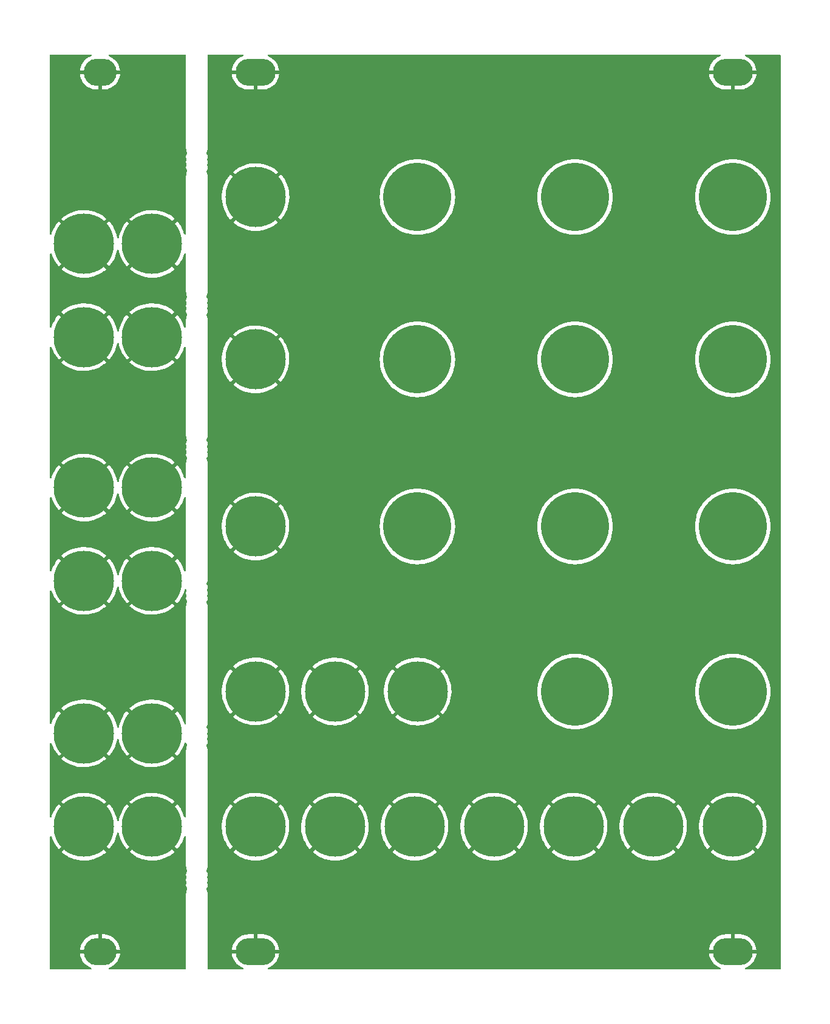
<source format=gbr>
%TF.GenerationSoftware,KiCad,Pcbnew,(6.0.7-1)-1*%
%TF.CreationDate,2022-09-24T04:55:16+07:00*%
%TF.ProjectId,benjolin_1.6_panel,62656e6a-6f6c-4696-9e5f-312e365f7061,rev?*%
%TF.SameCoordinates,Original*%
%TF.FileFunction,Copper,L2,Bot*%
%TF.FilePolarity,Positive*%
%FSLAX46Y46*%
G04 Gerber Fmt 4.6, Leading zero omitted, Abs format (unit mm)*
G04 Created by KiCad (PCBNEW (6.0.7-1)-1) date 2022-09-24 04:55:16*
%MOMM*%
%LPD*%
G01*
G04 APERTURE LIST*
%TA.AperFunction,ComponentPad*%
%ADD10C,9.500000*%
%TD*%
%TA.AperFunction,ComponentPad*%
%ADD11C,8.400000*%
%TD*%
%TA.AperFunction,ComponentPad*%
%ADD12O,5.600000X3.800000*%
%TD*%
%TA.AperFunction,ComponentPad*%
%ADD13O,4.600000X3.800000*%
%TD*%
G04 APERTURE END LIST*
D10*
%TO.P,REF\u002A\u002A,*%
%TO.N,*%
X70303291Y-68650000D03*
%TD*%
D11*
%TO.P,H2,1*%
%TO.N,GND*%
X33300000Y-52550000D03*
%TD*%
D10*
%TO.P,REF\u002A\u002A,*%
%TO.N,*%
X92290079Y-68650000D03*
%TD*%
%TO.P,REF\u002A\u002A,*%
%TO.N,*%
X114279479Y-68650000D03*
%TD*%
D12*
%TO.P,,1*%
%TO.N,GND*%
X47726000Y-151150000D03*
%TD*%
D11*
%TO.P,H2,1*%
%TO.N,GND*%
X114279479Y-133749661D03*
%TD*%
%TO.P,H2,1*%
%TO.N,GND*%
X58810521Y-133750000D03*
%TD*%
%TO.P,H2,1*%
%TO.N,GND*%
X33300000Y-120750000D03*
%TD*%
D10*
%TO.P,REF\u002A\u002A,*%
%TO.N,*%
X92290079Y-91929918D03*
%TD*%
D11*
%TO.P,H6,1*%
%TO.N,GND*%
X23800000Y-86500000D03*
%TD*%
%TO.P,H2,1*%
%TO.N,GND*%
X23800000Y-65550000D03*
%TD*%
D10*
%TO.P,REF\u002A\u002A,*%
%TO.N,*%
X70303291Y-91929918D03*
%TD*%
D11*
%TO.P,H2,1*%
%TO.N,GND*%
X23800000Y-52550000D03*
%TD*%
%TO.P,H2,1*%
%TO.N,GND*%
X33300000Y-86500000D03*
%TD*%
D13*
%TO.P,H1,1*%
%TO.N,GND*%
X26050000Y-28650000D03*
%TD*%
D11*
%TO.P,H2,1*%
%TO.N,GND*%
X92090521Y-133749661D03*
%TD*%
%TO.P,H2,1*%
%TO.N,GND*%
X47726000Y-133750000D03*
%TD*%
%TO.P,H2,1*%
%TO.N,GND*%
X23800000Y-99500000D03*
%TD*%
%TO.P,H2,1*%
%TO.N,GND*%
X69908668Y-133749661D03*
%TD*%
%TO.P,H6,1*%
%TO.N,GND*%
X33300000Y-133750000D03*
%TD*%
D10*
%TO.P,REF\u002A\u002A,*%
%TO.N,*%
X92290079Y-46030082D03*
%TD*%
D11*
%TO.P,H2,1*%
%TO.N,GND*%
X81000521Y-133750000D03*
%TD*%
D13*
%TO.P,H14,1*%
%TO.N,GND*%
X26050000Y-151150000D03*
%TD*%
D12*
%TO.P,,1*%
%TO.N,GND*%
X114279479Y-28650000D03*
%TD*%
D11*
%TO.P,H2,1*%
%TO.N,GND*%
X33300000Y-65550000D03*
%TD*%
%TO.P,H2,1*%
%TO.N,GND*%
X47726000Y-91929918D03*
%TD*%
D12*
%TO.P,,1*%
%TO.N,GND*%
X114279479Y-151150000D03*
%TD*%
D10*
%TO.P,REF\u002A\u002A,*%
%TO.N,*%
X114279479Y-114918361D03*
%TD*%
D11*
%TO.P,H2,1*%
%TO.N,GND*%
X47726000Y-68650000D03*
%TD*%
D10*
%TO.P,REF\u002A\u002A,*%
%TO.N,*%
X70303291Y-46030082D03*
%TD*%
D11*
%TO.P,H2,1*%
%TO.N,GND*%
X70342579Y-114918361D03*
%TD*%
%TO.P,H2,1*%
%TO.N,GND*%
X47742272Y-46030082D03*
%TD*%
D10*
%TO.P,REF\u002A\u002A,*%
%TO.N,*%
X92290079Y-114918361D03*
%TD*%
D11*
%TO.P,H2,1*%
%TO.N,GND*%
X23800000Y-120750000D03*
%TD*%
%TO.P,H6,1*%
%TO.N,GND*%
X23800000Y-133750000D03*
%TD*%
%TO.P,H2,1*%
%TO.N,GND*%
X33300000Y-99500000D03*
%TD*%
%TO.P,H2,1*%
%TO.N,GND*%
X58816000Y-114918361D03*
%TD*%
D10*
%TO.P,REF\u002A\u002A,*%
%TO.N,*%
X114279479Y-91929918D03*
%TD*%
D12*
%TO.P,,1*%
%TO.N,GND*%
X47726000Y-28650000D03*
%TD*%
D11*
%TO.P,H2,1*%
%TO.N,GND*%
X47731479Y-114900000D03*
%TD*%
D10*
%TO.P,REF\u002A\u002A,*%
%TO.N,*%
X114279479Y-46030082D03*
%TD*%
D11*
%TO.P,H2,1*%
%TO.N,GND*%
X103182667Y-133749661D03*
%TD*%
%TA.AperFunction,Conductor*%
%TO.N,GND*%
G36*
X45975910Y-26178502D02*
G01*
X46022403Y-26232158D01*
X46032507Y-26302432D01*
X46003013Y-26367012D01*
X45947248Y-26404162D01*
X45929813Y-26409911D01*
X45922369Y-26412904D01*
X45652437Y-26541945D01*
X45645446Y-26545851D01*
X45394084Y-26708153D01*
X45387653Y-26712913D01*
X45158957Y-26905834D01*
X45153172Y-26911382D01*
X44950847Y-27131794D01*
X44945814Y-27138032D01*
X44773134Y-27382369D01*
X44768939Y-27389188D01*
X44628705Y-27653484D01*
X44625406Y-27660790D01*
X44519895Y-27940758D01*
X44517548Y-27948434D01*
X44448468Y-28239526D01*
X44447115Y-28247444D01*
X44433279Y-28377985D01*
X44435943Y-28392623D01*
X44448291Y-28396000D01*
X51004824Y-28396000D01*
X51018223Y-28392066D01*
X51020215Y-28377884D01*
X50985060Y-28144048D01*
X50983367Y-28136220D01*
X50901654Y-27848412D01*
X50898971Y-27840835D01*
X50781355Y-27565754D01*
X50777733Y-27558583D01*
X50626108Y-27300661D01*
X50621618Y-27294029D01*
X50438450Y-27057463D01*
X50433137Y-27051437D01*
X50221400Y-26840070D01*
X50215375Y-26834777D01*
X49978502Y-26652030D01*
X49971829Y-26647530D01*
X49713652Y-26496360D01*
X49706499Y-26492762D01*
X49489530Y-26400441D01*
X49434679Y-26355364D01*
X49412906Y-26287788D01*
X49431123Y-26219169D01*
X49483547Y-26171291D01*
X49538863Y-26158500D01*
X112461268Y-26158500D01*
X112529389Y-26178502D01*
X112575882Y-26232158D01*
X112585986Y-26302432D01*
X112556492Y-26367012D01*
X112500727Y-26404162D01*
X112483292Y-26409911D01*
X112475848Y-26412904D01*
X112205916Y-26541945D01*
X112198925Y-26545851D01*
X111947563Y-26708153D01*
X111941132Y-26712913D01*
X111712436Y-26905834D01*
X111706651Y-26911382D01*
X111504326Y-27131794D01*
X111499293Y-27138032D01*
X111326613Y-27382369D01*
X111322418Y-27389188D01*
X111182184Y-27653484D01*
X111178885Y-27660790D01*
X111073374Y-27940758D01*
X111071027Y-27948434D01*
X111001947Y-28239526D01*
X111000594Y-28247444D01*
X110986758Y-28377985D01*
X110989422Y-28392623D01*
X111001770Y-28396000D01*
X117558303Y-28396000D01*
X117571702Y-28392066D01*
X117573694Y-28377884D01*
X117538539Y-28144048D01*
X117536846Y-28136220D01*
X117455133Y-27848412D01*
X117452450Y-27840835D01*
X117334834Y-27565754D01*
X117331212Y-27558583D01*
X117179587Y-27300661D01*
X117175097Y-27294029D01*
X116991929Y-27057463D01*
X116986616Y-27051437D01*
X116774879Y-26840070D01*
X116768854Y-26834777D01*
X116531981Y-26652030D01*
X116525308Y-26647530D01*
X116267131Y-26496360D01*
X116259978Y-26492762D01*
X116043009Y-26400441D01*
X115988158Y-26355364D01*
X115966385Y-26287788D01*
X115984602Y-26219169D01*
X116037026Y-26171291D01*
X116092342Y-26158500D01*
X120815500Y-26158500D01*
X120883621Y-26178502D01*
X120930114Y-26232158D01*
X120941500Y-26284500D01*
X120941500Y-153515500D01*
X120921498Y-153583621D01*
X120867842Y-153630114D01*
X120815500Y-153641500D01*
X116097690Y-153641500D01*
X116029569Y-153621498D01*
X115983076Y-153567842D01*
X115972972Y-153497568D01*
X116002466Y-153432988D01*
X116058231Y-153395838D01*
X116075666Y-153390089D01*
X116083110Y-153387096D01*
X116353042Y-153258055D01*
X116360033Y-153254149D01*
X116611395Y-153091847D01*
X116617826Y-153087087D01*
X116846522Y-152894166D01*
X116852307Y-152888618D01*
X117054632Y-152668206D01*
X117059665Y-152661968D01*
X117232345Y-152417631D01*
X117236540Y-152410812D01*
X117376774Y-152146516D01*
X117380073Y-152139210D01*
X117485584Y-151859242D01*
X117487931Y-151851566D01*
X117557011Y-151560474D01*
X117558364Y-151552556D01*
X117572200Y-151422015D01*
X117569536Y-151407377D01*
X117557188Y-151404000D01*
X111000655Y-151404000D01*
X110987256Y-151407934D01*
X110985264Y-151422116D01*
X111020419Y-151655952D01*
X111022112Y-151663780D01*
X111103825Y-151951588D01*
X111106508Y-151959165D01*
X111224124Y-152234246D01*
X111227746Y-152241417D01*
X111379371Y-152499339D01*
X111383861Y-152505971D01*
X111567029Y-152742537D01*
X111572342Y-152748563D01*
X111784079Y-152959930D01*
X111790104Y-152965223D01*
X112026977Y-153147970D01*
X112033650Y-153152470D01*
X112291827Y-153303640D01*
X112298980Y-153307238D01*
X112515949Y-153399559D01*
X112570800Y-153444636D01*
X112592573Y-153512212D01*
X112574356Y-153580831D01*
X112521932Y-153628709D01*
X112466616Y-153641500D01*
X49544211Y-153641500D01*
X49476090Y-153621498D01*
X49429597Y-153567842D01*
X49419493Y-153497568D01*
X49448987Y-153432988D01*
X49504752Y-153395838D01*
X49522187Y-153390089D01*
X49529631Y-153387096D01*
X49799563Y-153258055D01*
X49806554Y-153254149D01*
X50057916Y-153091847D01*
X50064347Y-153087087D01*
X50293043Y-152894166D01*
X50298828Y-152888618D01*
X50501153Y-152668206D01*
X50506186Y-152661968D01*
X50678866Y-152417631D01*
X50683061Y-152410812D01*
X50823295Y-152146516D01*
X50826594Y-152139210D01*
X50932105Y-151859242D01*
X50934452Y-151851566D01*
X51003532Y-151560474D01*
X51004885Y-151552556D01*
X51018721Y-151422015D01*
X51016057Y-151407377D01*
X51003709Y-151404000D01*
X44447176Y-151404000D01*
X44433777Y-151407934D01*
X44431785Y-151422116D01*
X44466940Y-151655952D01*
X44468633Y-151663780D01*
X44550346Y-151951588D01*
X44553029Y-151959165D01*
X44670645Y-152234246D01*
X44674267Y-152241417D01*
X44825892Y-152499339D01*
X44830382Y-152505971D01*
X45013550Y-152742537D01*
X45018863Y-152748563D01*
X45230600Y-152959930D01*
X45236625Y-152965223D01*
X45473498Y-153147970D01*
X45480171Y-153152470D01*
X45738348Y-153303640D01*
X45745501Y-153307238D01*
X45962470Y-153399559D01*
X46017321Y-153444636D01*
X46039094Y-153512212D01*
X46020877Y-153580831D01*
X45968453Y-153628709D01*
X45913137Y-153641500D01*
X41184500Y-153641500D01*
X41116379Y-153621498D01*
X41069886Y-153567842D01*
X41058500Y-153515500D01*
X41058500Y-150877985D01*
X44433279Y-150877985D01*
X44435943Y-150892623D01*
X44448291Y-150896000D01*
X47453885Y-150896000D01*
X47469124Y-150891525D01*
X47470329Y-150890135D01*
X47472000Y-150882452D01*
X47472000Y-150877885D01*
X47980000Y-150877885D01*
X47984475Y-150893124D01*
X47985865Y-150894329D01*
X47993548Y-150896000D01*
X51004824Y-150896000D01*
X51018223Y-150892066D01*
X51020201Y-150877985D01*
X110986758Y-150877985D01*
X110989422Y-150892623D01*
X111001770Y-150896000D01*
X114007364Y-150896000D01*
X114022603Y-150891525D01*
X114023808Y-150890135D01*
X114025479Y-150882452D01*
X114025479Y-150877885D01*
X114533479Y-150877885D01*
X114537954Y-150893124D01*
X114539344Y-150894329D01*
X114547027Y-150896000D01*
X117558303Y-150896000D01*
X117571702Y-150892066D01*
X117573694Y-150877884D01*
X117538539Y-150644048D01*
X117536846Y-150636220D01*
X117455133Y-150348412D01*
X117452450Y-150340835D01*
X117334834Y-150065754D01*
X117331212Y-150058583D01*
X117179587Y-149800661D01*
X117175097Y-149794029D01*
X116991929Y-149557463D01*
X116986616Y-149551437D01*
X116774879Y-149340070D01*
X116768854Y-149334777D01*
X116531981Y-149152030D01*
X116525308Y-149147530D01*
X116267131Y-148996360D01*
X116259978Y-148992762D01*
X115984664Y-148875615D01*
X115977100Y-148872952D01*
X115689147Y-148791740D01*
X115681308Y-148790060D01*
X115384691Y-148745995D01*
X115378054Y-148745365D01*
X115299096Y-148742056D01*
X115296448Y-148742000D01*
X114551594Y-148742000D01*
X114536355Y-148746475D01*
X114535150Y-148747865D01*
X114533479Y-148755548D01*
X114533479Y-150877885D01*
X114025479Y-150877885D01*
X114025479Y-148760115D01*
X114021004Y-148744876D01*
X114019614Y-148743671D01*
X114011931Y-148742000D01*
X113303769Y-148742000D01*
X113299739Y-148742129D01*
X113076885Y-148756344D01*
X113068938Y-148757362D01*
X112775183Y-148814196D01*
X112767438Y-148816214D01*
X112483292Y-148909912D01*
X112475848Y-148912904D01*
X112205916Y-149041945D01*
X112198925Y-149045851D01*
X111947563Y-149208153D01*
X111941132Y-149212913D01*
X111712436Y-149405834D01*
X111706651Y-149411382D01*
X111504326Y-149631794D01*
X111499293Y-149638032D01*
X111326613Y-149882369D01*
X111322418Y-149889188D01*
X111182184Y-150153484D01*
X111178885Y-150160790D01*
X111073374Y-150440758D01*
X111071027Y-150448434D01*
X111001947Y-150739526D01*
X111000594Y-150747444D01*
X110986758Y-150877985D01*
X51020201Y-150877985D01*
X51020215Y-150877884D01*
X50985060Y-150644048D01*
X50983367Y-150636220D01*
X50901654Y-150348412D01*
X50898971Y-150340835D01*
X50781355Y-150065754D01*
X50777733Y-150058583D01*
X50626108Y-149800661D01*
X50621618Y-149794029D01*
X50438450Y-149557463D01*
X50433137Y-149551437D01*
X50221400Y-149340070D01*
X50215375Y-149334777D01*
X49978502Y-149152030D01*
X49971829Y-149147530D01*
X49713652Y-148996360D01*
X49706499Y-148992762D01*
X49431185Y-148875615D01*
X49423621Y-148872952D01*
X49135668Y-148791740D01*
X49127829Y-148790060D01*
X48831212Y-148745995D01*
X48824575Y-148745365D01*
X48745617Y-148742056D01*
X48742969Y-148742000D01*
X47998115Y-148742000D01*
X47982876Y-148746475D01*
X47981671Y-148747865D01*
X47980000Y-148755548D01*
X47980000Y-150877885D01*
X47472000Y-150877885D01*
X47472000Y-148760115D01*
X47467525Y-148744876D01*
X47466135Y-148743671D01*
X47458452Y-148742000D01*
X46750290Y-148742000D01*
X46746260Y-148742129D01*
X46523406Y-148756344D01*
X46515459Y-148757362D01*
X46221704Y-148814196D01*
X46213959Y-148816214D01*
X45929813Y-148909912D01*
X45922369Y-148912904D01*
X45652437Y-149041945D01*
X45645446Y-149045851D01*
X45394084Y-149208153D01*
X45387653Y-149212913D01*
X45158957Y-149405834D01*
X45153172Y-149411382D01*
X44950847Y-149631794D01*
X44945814Y-149638032D01*
X44773134Y-149882369D01*
X44768939Y-149889188D01*
X44628705Y-150153484D01*
X44625406Y-150160790D01*
X44519895Y-150440758D01*
X44517548Y-150448434D01*
X44448468Y-150739526D01*
X44447115Y-150747444D01*
X44433279Y-150877985D01*
X41058500Y-150877985D01*
X41058500Y-143228250D01*
X41060246Y-143207345D01*
X41062770Y-143192344D01*
X41062770Y-143192341D01*
X41063576Y-143187552D01*
X41063729Y-143175000D01*
X41063039Y-143170182D01*
X41063036Y-143170135D01*
X41062162Y-143162256D01*
X41044923Y-142943223D01*
X41044535Y-142938289D01*
X40989105Y-142707406D01*
X40987211Y-142702832D01*
X40901883Y-142496832D01*
X40894294Y-142426242D01*
X40912974Y-142383315D01*
X40911490Y-142382453D01*
X40919165Y-142369239D01*
X41000326Y-142229510D01*
X41029436Y-142133398D01*
X41049473Y-142067239D01*
X41051595Y-142060233D01*
X41062547Y-141883702D01*
X41032594Y-141709386D01*
X41029728Y-141702650D01*
X40987199Y-141602700D01*
X40978933Y-141532186D01*
X40994186Y-141490083D01*
X40996646Y-141485847D01*
X40996649Y-141485841D01*
X41000326Y-141479510D01*
X41029436Y-141383398D01*
X41049473Y-141317239D01*
X41051595Y-141310233D01*
X41062547Y-141133702D01*
X41032594Y-140959386D01*
X41029728Y-140952650D01*
X40987199Y-140852700D01*
X40978933Y-140782186D01*
X40994186Y-140740083D01*
X40996646Y-140735847D01*
X40996649Y-140735841D01*
X41000326Y-140729510D01*
X41012849Y-140688165D01*
X41049473Y-140567239D01*
X41051595Y-140560233D01*
X41062547Y-140383702D01*
X41032594Y-140209386D01*
X40963343Y-140046636D01*
X40959009Y-140040747D01*
X40959004Y-140040738D01*
X40914866Y-139980761D01*
X40890600Y-139914040D01*
X40899939Y-139857862D01*
X40987211Y-139647168D01*
X40987213Y-139647161D01*
X40989105Y-139642594D01*
X41044535Y-139411711D01*
X41060512Y-139208704D01*
X41061871Y-139197684D01*
X41062768Y-139192356D01*
X41062768Y-139192351D01*
X41063576Y-139187552D01*
X41063729Y-139175000D01*
X41059773Y-139147376D01*
X41058500Y-139129514D01*
X41058500Y-137256889D01*
X44584651Y-137256889D01*
X44584732Y-137258022D01*
X44589710Y-137265594D01*
X44619522Y-137294182D01*
X44623799Y-137297927D01*
X44953535Y-137561152D01*
X44958118Y-137564482D01*
X45310349Y-137796735D01*
X45315245Y-137799653D01*
X45687033Y-137999004D01*
X45692206Y-138001483D01*
X46080550Y-138166325D01*
X46085885Y-138168309D01*
X46487575Y-138297278D01*
X46493076Y-138298773D01*
X46904808Y-138390805D01*
X46910420Y-138391794D01*
X47328785Y-138446131D01*
X47334491Y-138446610D01*
X47756040Y-138462804D01*
X47761766Y-138462764D01*
X48183055Y-138440686D01*
X48188736Y-138440129D01*
X48606312Y-138379955D01*
X48611907Y-138378887D01*
X49022311Y-138281115D01*
X49027792Y-138279544D01*
X49427635Y-138144982D01*
X49432965Y-138142914D01*
X49818968Y-137972667D01*
X49824075Y-137970132D01*
X50193059Y-137765601D01*
X50197925Y-137762607D01*
X50546843Y-137525483D01*
X50551438Y-137522045D01*
X50859934Y-137268643D01*
X50867934Y-137256889D01*
X55669172Y-137256889D01*
X55669253Y-137258022D01*
X55674231Y-137265594D01*
X55704043Y-137294182D01*
X55708320Y-137297927D01*
X56038056Y-137561152D01*
X56042639Y-137564482D01*
X56394870Y-137796735D01*
X56399766Y-137799653D01*
X56771554Y-137999004D01*
X56776727Y-138001483D01*
X57165071Y-138166325D01*
X57170406Y-138168309D01*
X57572096Y-138297278D01*
X57577597Y-138298773D01*
X57989329Y-138390805D01*
X57994941Y-138391794D01*
X58413306Y-138446131D01*
X58419012Y-138446610D01*
X58840561Y-138462804D01*
X58846287Y-138462764D01*
X59267576Y-138440686D01*
X59273257Y-138440129D01*
X59690833Y-138379955D01*
X59696428Y-138378887D01*
X60106832Y-138281115D01*
X60112313Y-138279544D01*
X60512156Y-138144982D01*
X60517486Y-138142914D01*
X60903489Y-137972667D01*
X60908596Y-137970132D01*
X61277580Y-137765601D01*
X61282446Y-137762607D01*
X61631364Y-137525483D01*
X61635959Y-137522045D01*
X61944455Y-137268643D01*
X61952685Y-137256550D01*
X66767319Y-137256550D01*
X66767400Y-137257683D01*
X66772378Y-137265255D01*
X66802190Y-137293843D01*
X66806467Y-137297588D01*
X67136203Y-137560813D01*
X67140786Y-137564143D01*
X67493017Y-137796396D01*
X67497913Y-137799314D01*
X67869701Y-137998665D01*
X67874874Y-138001144D01*
X68263218Y-138165986D01*
X68268553Y-138167970D01*
X68670243Y-138296939D01*
X68675744Y-138298434D01*
X69087476Y-138390466D01*
X69093088Y-138391455D01*
X69511453Y-138445792D01*
X69517159Y-138446271D01*
X69938708Y-138462465D01*
X69944434Y-138462425D01*
X70365723Y-138440347D01*
X70371404Y-138439790D01*
X70788980Y-138379616D01*
X70794575Y-138378548D01*
X71204979Y-138280776D01*
X71210460Y-138279205D01*
X71610303Y-138144643D01*
X71615633Y-138142575D01*
X72001636Y-137972328D01*
X72006743Y-137969793D01*
X72375727Y-137765262D01*
X72380593Y-137762268D01*
X72729511Y-137525144D01*
X72734106Y-137521706D01*
X73042602Y-137268304D01*
X73050371Y-137256889D01*
X77859172Y-137256889D01*
X77859253Y-137258022D01*
X77864231Y-137265594D01*
X77894043Y-137294182D01*
X77898320Y-137297927D01*
X78228056Y-137561152D01*
X78232639Y-137564482D01*
X78584870Y-137796735D01*
X78589766Y-137799653D01*
X78961554Y-137999004D01*
X78966727Y-138001483D01*
X79355071Y-138166325D01*
X79360406Y-138168309D01*
X79762096Y-138297278D01*
X79767597Y-138298773D01*
X80179329Y-138390805D01*
X80184941Y-138391794D01*
X80603306Y-138446131D01*
X80609012Y-138446610D01*
X81030561Y-138462804D01*
X81036287Y-138462764D01*
X81457576Y-138440686D01*
X81463257Y-138440129D01*
X81880833Y-138379955D01*
X81886428Y-138378887D01*
X82296832Y-138281115D01*
X82302313Y-138279544D01*
X82702156Y-138144982D01*
X82707486Y-138142914D01*
X83093489Y-137972667D01*
X83098596Y-137970132D01*
X83467580Y-137765601D01*
X83472446Y-137762607D01*
X83821364Y-137525483D01*
X83825959Y-137522045D01*
X84134455Y-137268643D01*
X84142685Y-137256550D01*
X88949172Y-137256550D01*
X88949253Y-137257683D01*
X88954231Y-137265255D01*
X88984043Y-137293843D01*
X88988320Y-137297588D01*
X89318056Y-137560813D01*
X89322639Y-137564143D01*
X89674870Y-137796396D01*
X89679766Y-137799314D01*
X90051554Y-137998665D01*
X90056727Y-138001144D01*
X90445071Y-138165986D01*
X90450406Y-138167970D01*
X90852096Y-138296939D01*
X90857597Y-138298434D01*
X91269329Y-138390466D01*
X91274941Y-138391455D01*
X91693306Y-138445792D01*
X91699012Y-138446271D01*
X92120561Y-138462465D01*
X92126287Y-138462425D01*
X92547576Y-138440347D01*
X92553257Y-138439790D01*
X92970833Y-138379616D01*
X92976428Y-138378548D01*
X93386832Y-138280776D01*
X93392313Y-138279205D01*
X93792156Y-138144643D01*
X93797486Y-138142575D01*
X94183489Y-137972328D01*
X94188596Y-137969793D01*
X94557580Y-137765262D01*
X94562446Y-137762268D01*
X94911364Y-137525144D01*
X94915959Y-137521706D01*
X95224455Y-137268304D01*
X95232455Y-137256550D01*
X100041318Y-137256550D01*
X100041399Y-137257683D01*
X100046377Y-137265255D01*
X100076189Y-137293843D01*
X100080466Y-137297588D01*
X100410202Y-137560813D01*
X100414785Y-137564143D01*
X100767016Y-137796396D01*
X100771912Y-137799314D01*
X101143700Y-137998665D01*
X101148873Y-138001144D01*
X101537217Y-138165986D01*
X101542552Y-138167970D01*
X101944242Y-138296939D01*
X101949743Y-138298434D01*
X102361475Y-138390466D01*
X102367087Y-138391455D01*
X102785452Y-138445792D01*
X102791158Y-138446271D01*
X103212707Y-138462465D01*
X103218433Y-138462425D01*
X103639722Y-138440347D01*
X103645403Y-138439790D01*
X104062979Y-138379616D01*
X104068574Y-138378548D01*
X104478978Y-138280776D01*
X104484459Y-138279205D01*
X104884302Y-138144643D01*
X104889632Y-138142575D01*
X105275635Y-137972328D01*
X105280742Y-137969793D01*
X105649726Y-137765262D01*
X105654592Y-137762268D01*
X106003510Y-137525144D01*
X106008105Y-137521706D01*
X106316601Y-137268304D01*
X106324601Y-137256550D01*
X111138130Y-137256550D01*
X111138211Y-137257683D01*
X111143189Y-137265255D01*
X111173001Y-137293843D01*
X111177278Y-137297588D01*
X111507014Y-137560813D01*
X111511597Y-137564143D01*
X111863828Y-137796396D01*
X111868724Y-137799314D01*
X112240512Y-137998665D01*
X112245685Y-138001144D01*
X112634029Y-138165986D01*
X112639364Y-138167970D01*
X113041054Y-138296939D01*
X113046555Y-138298434D01*
X113458287Y-138390466D01*
X113463899Y-138391455D01*
X113882264Y-138445792D01*
X113887970Y-138446271D01*
X114309519Y-138462465D01*
X114315245Y-138462425D01*
X114736534Y-138440347D01*
X114742215Y-138439790D01*
X115159791Y-138379616D01*
X115165386Y-138378548D01*
X115575790Y-138280776D01*
X115581271Y-138279205D01*
X115981114Y-138144643D01*
X115986444Y-138142575D01*
X116372447Y-137972328D01*
X116377554Y-137969793D01*
X116746538Y-137765262D01*
X116751404Y-137762268D01*
X117100322Y-137525144D01*
X117104917Y-137521706D01*
X117413413Y-137268304D01*
X117421874Y-137255872D01*
X117415624Y-137245016D01*
X114292291Y-134121683D01*
X114278347Y-134114069D01*
X114276514Y-134114200D01*
X114269899Y-134118451D01*
X111145744Y-137242606D01*
X111138130Y-137256550D01*
X106324601Y-137256550D01*
X106325062Y-137255872D01*
X106318812Y-137245016D01*
X103195479Y-134121683D01*
X103181535Y-134114069D01*
X103179702Y-134114200D01*
X103173087Y-134118451D01*
X100048932Y-137242606D01*
X100041318Y-137256550D01*
X95232455Y-137256550D01*
X95232916Y-137255872D01*
X95226666Y-137245016D01*
X92103333Y-134121683D01*
X92089389Y-134114069D01*
X92087556Y-134114200D01*
X92080941Y-134118451D01*
X88956786Y-137242606D01*
X88949172Y-137256550D01*
X84142685Y-137256550D01*
X84142916Y-137256211D01*
X84136666Y-137245355D01*
X81013333Y-134122022D01*
X80999389Y-134114408D01*
X80997556Y-134114539D01*
X80990941Y-134118790D01*
X77866786Y-137242945D01*
X77859172Y-137256889D01*
X73050371Y-137256889D01*
X73051063Y-137255872D01*
X73044813Y-137245016D01*
X69921480Y-134121683D01*
X69907536Y-134114069D01*
X69905703Y-134114200D01*
X69899088Y-134118451D01*
X66774933Y-137242606D01*
X66767319Y-137256550D01*
X61952685Y-137256550D01*
X61952916Y-137256211D01*
X61946666Y-137245355D01*
X58823333Y-134122022D01*
X58809389Y-134114408D01*
X58807556Y-134114539D01*
X58800941Y-134118790D01*
X55676786Y-137242945D01*
X55669172Y-137256889D01*
X50867934Y-137256889D01*
X50868395Y-137256211D01*
X50862145Y-137245355D01*
X47738812Y-134122022D01*
X47724868Y-134114408D01*
X47723035Y-134114539D01*
X47716420Y-134118790D01*
X44592265Y-137242945D01*
X44584651Y-137256889D01*
X41058500Y-137256889D01*
X41058500Y-133911625D01*
X43015872Y-133911625D01*
X43016071Y-133917330D01*
X43049905Y-134337846D01*
X43050623Y-134343523D01*
X43122426Y-134759222D01*
X43123657Y-134764822D01*
X43232847Y-135172325D01*
X43234571Y-135177758D01*
X43380247Y-135573694D01*
X43382455Y-135578948D01*
X43563417Y-135960054D01*
X43566098Y-135965094D01*
X43780844Y-136328209D01*
X43783985Y-136333009D01*
X44030752Y-136675161D01*
X44034307Y-136679648D01*
X44209754Y-136881477D01*
X44222884Y-136889885D01*
X44232797Y-136883993D01*
X47353978Y-133762812D01*
X47360356Y-133751132D01*
X48090408Y-133751132D01*
X48090539Y-133752965D01*
X48094790Y-133759580D01*
X51218612Y-136883402D01*
X51232058Y-136890744D01*
X51241894Y-136883824D01*
X51458238Y-136627817D01*
X51461724Y-136623290D01*
X51703705Y-136277704D01*
X51706762Y-136272888D01*
X51916423Y-135906799D01*
X51919035Y-135901717D01*
X52094655Y-135518129D01*
X52096794Y-135512836D01*
X52236924Y-135114915D01*
X52238577Y-135109441D01*
X52342064Y-134700465D01*
X52343215Y-134694859D01*
X52409211Y-134278171D01*
X52409846Y-134272509D01*
X52433816Y-133911625D01*
X54100393Y-133911625D01*
X54100592Y-133917330D01*
X54134426Y-134337846D01*
X54135144Y-134343523D01*
X54206947Y-134759222D01*
X54208178Y-134764822D01*
X54317368Y-135172325D01*
X54319092Y-135177758D01*
X54464768Y-135573694D01*
X54466976Y-135578948D01*
X54647938Y-135960054D01*
X54650619Y-135965094D01*
X54865365Y-136328209D01*
X54868506Y-136333009D01*
X55115273Y-136675161D01*
X55118828Y-136679648D01*
X55294275Y-136881477D01*
X55307405Y-136889885D01*
X55317318Y-136883993D01*
X58438499Y-133762812D01*
X58444877Y-133751132D01*
X59174929Y-133751132D01*
X59175060Y-133752965D01*
X59179311Y-133759580D01*
X62303133Y-136883402D01*
X62316579Y-136890744D01*
X62326415Y-136883824D01*
X62542759Y-136627817D01*
X62546245Y-136623290D01*
X62788226Y-136277704D01*
X62791283Y-136272888D01*
X63000944Y-135906799D01*
X63003556Y-135901717D01*
X63179176Y-135518129D01*
X63181315Y-135512836D01*
X63321445Y-135114915D01*
X63323098Y-135109441D01*
X63426585Y-134700465D01*
X63427736Y-134694859D01*
X63493732Y-134278171D01*
X63494367Y-134272509D01*
X63518359Y-133911286D01*
X65198540Y-133911286D01*
X65198739Y-133916991D01*
X65232573Y-134337507D01*
X65233291Y-134343184D01*
X65305094Y-134758883D01*
X65306325Y-134764483D01*
X65415515Y-135171986D01*
X65417239Y-135177419D01*
X65562915Y-135573355D01*
X65565123Y-135578609D01*
X65746085Y-135959715D01*
X65748766Y-135964755D01*
X65963512Y-136327870D01*
X65966653Y-136332670D01*
X66213420Y-136674822D01*
X66216975Y-136679309D01*
X66392422Y-136881138D01*
X66405552Y-136889546D01*
X66415465Y-136883654D01*
X69536646Y-133762473D01*
X69543024Y-133750793D01*
X70273076Y-133750793D01*
X70273207Y-133752626D01*
X70277458Y-133759241D01*
X73401280Y-136883063D01*
X73414726Y-136890405D01*
X73424562Y-136883485D01*
X73640906Y-136627478D01*
X73644392Y-136622951D01*
X73886373Y-136277365D01*
X73889430Y-136272549D01*
X74099091Y-135906460D01*
X74101703Y-135901378D01*
X74277323Y-135517790D01*
X74279462Y-135512497D01*
X74419592Y-135114576D01*
X74421245Y-135109102D01*
X74524732Y-134700126D01*
X74525883Y-134694520D01*
X74591879Y-134277832D01*
X74592514Y-134272170D01*
X74616461Y-133911625D01*
X76290393Y-133911625D01*
X76290592Y-133917330D01*
X76324426Y-134337846D01*
X76325144Y-134343523D01*
X76396947Y-134759222D01*
X76398178Y-134764822D01*
X76507368Y-135172325D01*
X76509092Y-135177758D01*
X76654768Y-135573694D01*
X76656976Y-135578948D01*
X76837938Y-135960054D01*
X76840619Y-135965094D01*
X77055365Y-136328209D01*
X77058506Y-136333009D01*
X77305273Y-136675161D01*
X77308828Y-136679648D01*
X77484275Y-136881477D01*
X77497405Y-136889885D01*
X77507318Y-136883993D01*
X80628499Y-133762812D01*
X80634877Y-133751132D01*
X81364929Y-133751132D01*
X81365060Y-133752965D01*
X81369311Y-133759580D01*
X84493133Y-136883402D01*
X84506579Y-136890744D01*
X84516415Y-136883824D01*
X84732759Y-136627817D01*
X84736245Y-136623290D01*
X84978226Y-136277704D01*
X84981283Y-136272888D01*
X85190944Y-135906799D01*
X85193556Y-135901717D01*
X85369176Y-135518129D01*
X85371315Y-135512836D01*
X85511445Y-135114915D01*
X85513098Y-135109441D01*
X85616585Y-134700465D01*
X85617736Y-134694859D01*
X85683732Y-134278171D01*
X85684367Y-134272509D01*
X85708359Y-133911286D01*
X87380393Y-133911286D01*
X87380592Y-133916991D01*
X87414426Y-134337507D01*
X87415144Y-134343184D01*
X87486947Y-134758883D01*
X87488178Y-134764483D01*
X87597368Y-135171986D01*
X87599092Y-135177419D01*
X87744768Y-135573355D01*
X87746976Y-135578609D01*
X87927938Y-135959715D01*
X87930619Y-135964755D01*
X88145365Y-136327870D01*
X88148506Y-136332670D01*
X88395273Y-136674822D01*
X88398828Y-136679309D01*
X88574275Y-136881138D01*
X88587405Y-136889546D01*
X88597318Y-136883654D01*
X91718499Y-133762473D01*
X91724877Y-133750793D01*
X92454929Y-133750793D01*
X92455060Y-133752626D01*
X92459311Y-133759241D01*
X95583133Y-136883063D01*
X95596579Y-136890405D01*
X95606415Y-136883485D01*
X95822759Y-136627478D01*
X95826245Y-136622951D01*
X96068226Y-136277365D01*
X96071283Y-136272549D01*
X96280944Y-135906460D01*
X96283556Y-135901378D01*
X96459176Y-135517790D01*
X96461315Y-135512497D01*
X96601445Y-135114576D01*
X96603098Y-135109102D01*
X96706585Y-134700126D01*
X96707736Y-134694520D01*
X96773732Y-134277832D01*
X96774367Y-134272170D01*
X96798337Y-133911286D01*
X98472539Y-133911286D01*
X98472738Y-133916991D01*
X98506572Y-134337507D01*
X98507290Y-134343184D01*
X98579093Y-134758883D01*
X98580324Y-134764483D01*
X98689514Y-135171986D01*
X98691238Y-135177419D01*
X98836914Y-135573355D01*
X98839122Y-135578609D01*
X99020084Y-135959715D01*
X99022765Y-135964755D01*
X99237511Y-136327870D01*
X99240652Y-136332670D01*
X99487419Y-136674822D01*
X99490974Y-136679309D01*
X99666421Y-136881138D01*
X99679551Y-136889546D01*
X99689464Y-136883654D01*
X102810645Y-133762473D01*
X102817023Y-133750793D01*
X103547075Y-133750793D01*
X103547206Y-133752626D01*
X103551457Y-133759241D01*
X106675279Y-136883063D01*
X106688725Y-136890405D01*
X106698561Y-136883485D01*
X106914905Y-136627478D01*
X106918391Y-136622951D01*
X107160372Y-136277365D01*
X107163429Y-136272549D01*
X107373090Y-135906460D01*
X107375702Y-135901378D01*
X107551322Y-135517790D01*
X107553461Y-135512497D01*
X107693591Y-135114576D01*
X107695244Y-135109102D01*
X107798731Y-134700126D01*
X107799882Y-134694520D01*
X107865878Y-134277832D01*
X107866513Y-134272170D01*
X107890483Y-133911286D01*
X109569351Y-133911286D01*
X109569550Y-133916991D01*
X109603384Y-134337507D01*
X109604102Y-134343184D01*
X109675905Y-134758883D01*
X109677136Y-134764483D01*
X109786326Y-135171986D01*
X109788050Y-135177419D01*
X109933726Y-135573355D01*
X109935934Y-135578609D01*
X110116896Y-135959715D01*
X110119577Y-135964755D01*
X110334323Y-136327870D01*
X110337464Y-136332670D01*
X110584231Y-136674822D01*
X110587786Y-136679309D01*
X110763233Y-136881138D01*
X110776363Y-136889546D01*
X110786276Y-136883654D01*
X113907457Y-133762473D01*
X113913835Y-133750793D01*
X114643887Y-133750793D01*
X114644018Y-133752626D01*
X114648269Y-133759241D01*
X117772091Y-136883063D01*
X117785537Y-136890405D01*
X117795373Y-136883485D01*
X118011717Y-136627478D01*
X118015203Y-136622951D01*
X118257184Y-136277365D01*
X118260241Y-136272549D01*
X118469902Y-135906460D01*
X118472514Y-135901378D01*
X118648134Y-135517790D01*
X118650273Y-135512497D01*
X118790403Y-135114576D01*
X118792056Y-135109102D01*
X118895543Y-134700126D01*
X118896694Y-134694520D01*
X118962690Y-134277832D01*
X118963325Y-134272170D01*
X118991358Y-133850114D01*
X118991492Y-133846607D01*
X118992489Y-133751434D01*
X118992427Y-133747886D01*
X118973240Y-133325358D01*
X118972724Y-133319680D01*
X118915467Y-132901696D01*
X118914440Y-132896096D01*
X118819534Y-132485017D01*
X118818000Y-132479521D01*
X118686233Y-132078747D01*
X118684203Y-132073405D01*
X118516656Y-131686229D01*
X118514152Y-131681095D01*
X118312206Y-131310697D01*
X118309243Y-131305806D01*
X118074559Y-130955238D01*
X118071164Y-130950635D01*
X117805681Y-130622791D01*
X117801876Y-130618504D01*
X117798712Y-130615251D01*
X117784882Y-130607447D01*
X117783512Y-130607526D01*
X117776190Y-130612160D01*
X114651501Y-133736849D01*
X114643887Y-133750793D01*
X113913835Y-133750793D01*
X113915071Y-133748529D01*
X113914940Y-133746696D01*
X113910689Y-133740081D01*
X110788307Y-130617699D01*
X110774363Y-130610085D01*
X110774170Y-130610098D01*
X110765348Y-130616077D01*
X110649955Y-130743338D01*
X110646303Y-130747752D01*
X110392417Y-131084670D01*
X110389183Y-131089394D01*
X110166884Y-131447926D01*
X110164090Y-131452925D01*
X109975199Y-131830131D01*
X109972865Y-131835373D01*
X109818939Y-132228147D01*
X109817096Y-132233560D01*
X109699396Y-132638685D01*
X109698054Y-132644235D01*
X109617555Y-133058365D01*
X109616722Y-133064006D01*
X109574089Y-133483719D01*
X109573769Y-133489443D01*
X109569351Y-133911286D01*
X107890483Y-133911286D01*
X107894546Y-133850114D01*
X107894680Y-133846607D01*
X107895677Y-133751434D01*
X107895615Y-133747886D01*
X107876428Y-133325358D01*
X107875912Y-133319680D01*
X107818655Y-132901696D01*
X107817628Y-132896096D01*
X107722722Y-132485017D01*
X107721188Y-132479521D01*
X107589421Y-132078747D01*
X107587391Y-132073405D01*
X107419844Y-131686229D01*
X107417340Y-131681095D01*
X107215394Y-131310697D01*
X107212431Y-131305806D01*
X106977747Y-130955238D01*
X106974352Y-130950635D01*
X106708869Y-130622791D01*
X106705064Y-130618504D01*
X106701900Y-130615251D01*
X106688070Y-130607447D01*
X106686700Y-130607526D01*
X106679378Y-130612160D01*
X103554689Y-133736849D01*
X103547075Y-133750793D01*
X102817023Y-133750793D01*
X102818259Y-133748529D01*
X102818128Y-133746696D01*
X102813877Y-133740081D01*
X99691495Y-130617699D01*
X99677551Y-130610085D01*
X99677358Y-130610098D01*
X99668536Y-130616077D01*
X99553143Y-130743338D01*
X99549491Y-130747752D01*
X99295605Y-131084670D01*
X99292371Y-131089394D01*
X99070072Y-131447926D01*
X99067278Y-131452925D01*
X98878387Y-131830131D01*
X98876053Y-131835373D01*
X98722127Y-132228147D01*
X98720284Y-132233560D01*
X98602584Y-132638685D01*
X98601242Y-132644235D01*
X98520743Y-133058365D01*
X98519910Y-133064006D01*
X98477277Y-133483719D01*
X98476957Y-133489443D01*
X98472539Y-133911286D01*
X96798337Y-133911286D01*
X96802400Y-133850114D01*
X96802534Y-133846607D01*
X96803531Y-133751434D01*
X96803469Y-133747886D01*
X96784282Y-133325358D01*
X96783766Y-133319680D01*
X96726509Y-132901696D01*
X96725482Y-132896096D01*
X96630576Y-132485017D01*
X96629042Y-132479521D01*
X96497275Y-132078747D01*
X96495245Y-132073405D01*
X96327698Y-131686229D01*
X96325194Y-131681095D01*
X96123248Y-131310697D01*
X96120285Y-131305806D01*
X95885601Y-130955238D01*
X95882206Y-130950635D01*
X95616723Y-130622791D01*
X95612918Y-130618504D01*
X95609754Y-130615251D01*
X95595924Y-130607447D01*
X95594554Y-130607526D01*
X95587232Y-130612160D01*
X92462543Y-133736849D01*
X92454929Y-133750793D01*
X91724877Y-133750793D01*
X91726113Y-133748529D01*
X91725982Y-133746696D01*
X91721731Y-133740081D01*
X88599349Y-130617699D01*
X88585405Y-130610085D01*
X88585212Y-130610098D01*
X88576390Y-130616077D01*
X88460997Y-130743338D01*
X88457345Y-130747752D01*
X88203459Y-131084670D01*
X88200225Y-131089394D01*
X87977926Y-131447926D01*
X87975132Y-131452925D01*
X87786241Y-131830131D01*
X87783907Y-131835373D01*
X87629981Y-132228147D01*
X87628138Y-132233560D01*
X87510438Y-132638685D01*
X87509096Y-132644235D01*
X87428597Y-133058365D01*
X87427764Y-133064006D01*
X87385131Y-133483719D01*
X87384811Y-133489443D01*
X87380393Y-133911286D01*
X85708359Y-133911286D01*
X85712400Y-133850453D01*
X85712534Y-133846946D01*
X85713531Y-133751773D01*
X85713469Y-133748225D01*
X85694282Y-133325697D01*
X85693766Y-133320019D01*
X85636509Y-132902035D01*
X85635482Y-132896435D01*
X85540576Y-132485356D01*
X85539042Y-132479860D01*
X85407275Y-132079086D01*
X85405245Y-132073744D01*
X85237698Y-131686568D01*
X85235194Y-131681434D01*
X85033248Y-131311036D01*
X85030285Y-131306145D01*
X84795601Y-130955577D01*
X84792206Y-130950974D01*
X84526723Y-130623130D01*
X84522918Y-130618843D01*
X84519754Y-130615590D01*
X84505924Y-130607786D01*
X84504554Y-130607865D01*
X84497232Y-130612499D01*
X81372543Y-133737188D01*
X81364929Y-133751132D01*
X80634877Y-133751132D01*
X80636113Y-133748868D01*
X80635982Y-133747035D01*
X80631731Y-133740420D01*
X77509349Y-130618038D01*
X77495405Y-130610424D01*
X77495212Y-130610437D01*
X77486390Y-130616416D01*
X77370997Y-130743677D01*
X77367345Y-130748091D01*
X77113459Y-131085009D01*
X77110225Y-131089733D01*
X76887926Y-131448265D01*
X76885132Y-131453264D01*
X76696241Y-131830470D01*
X76693907Y-131835712D01*
X76539981Y-132228486D01*
X76538138Y-132233899D01*
X76420438Y-132639024D01*
X76419096Y-132644574D01*
X76338597Y-133058704D01*
X76337764Y-133064345D01*
X76295131Y-133484058D01*
X76294811Y-133489782D01*
X76290393Y-133911625D01*
X74616461Y-133911625D01*
X74620547Y-133850114D01*
X74620681Y-133846607D01*
X74621678Y-133751434D01*
X74621616Y-133747886D01*
X74602429Y-133325358D01*
X74601913Y-133319680D01*
X74544656Y-132901696D01*
X74543629Y-132896096D01*
X74448723Y-132485017D01*
X74447189Y-132479521D01*
X74315422Y-132078747D01*
X74313392Y-132073405D01*
X74145845Y-131686229D01*
X74143341Y-131681095D01*
X73941395Y-131310697D01*
X73938432Y-131305806D01*
X73703748Y-130955238D01*
X73700353Y-130950635D01*
X73434870Y-130622791D01*
X73431065Y-130618504D01*
X73427901Y-130615251D01*
X73414071Y-130607447D01*
X73412701Y-130607526D01*
X73405379Y-130612160D01*
X70280690Y-133736849D01*
X70273076Y-133750793D01*
X69543024Y-133750793D01*
X69544260Y-133748529D01*
X69544129Y-133746696D01*
X69539878Y-133740081D01*
X66417496Y-130617699D01*
X66403552Y-130610085D01*
X66403359Y-130610098D01*
X66394537Y-130616077D01*
X66279144Y-130743338D01*
X66275492Y-130747752D01*
X66021606Y-131084670D01*
X66018372Y-131089394D01*
X65796073Y-131447926D01*
X65793279Y-131452925D01*
X65604388Y-131830131D01*
X65602054Y-131835373D01*
X65448128Y-132228147D01*
X65446285Y-132233560D01*
X65328585Y-132638685D01*
X65327243Y-132644235D01*
X65246744Y-133058365D01*
X65245911Y-133064006D01*
X65203278Y-133483719D01*
X65202958Y-133489443D01*
X65198540Y-133911286D01*
X63518359Y-133911286D01*
X63522400Y-133850453D01*
X63522534Y-133846946D01*
X63523531Y-133751773D01*
X63523469Y-133748225D01*
X63504282Y-133325697D01*
X63503766Y-133320019D01*
X63446509Y-132902035D01*
X63445482Y-132896435D01*
X63350576Y-132485356D01*
X63349042Y-132479860D01*
X63217275Y-132079086D01*
X63215245Y-132073744D01*
X63047698Y-131686568D01*
X63045194Y-131681434D01*
X62843248Y-131311036D01*
X62840285Y-131306145D01*
X62605601Y-130955577D01*
X62602206Y-130950974D01*
X62336723Y-130623130D01*
X62332918Y-130618843D01*
X62329754Y-130615590D01*
X62315924Y-130607786D01*
X62314554Y-130607865D01*
X62307232Y-130612499D01*
X59182543Y-133737188D01*
X59174929Y-133751132D01*
X58444877Y-133751132D01*
X58446113Y-133748868D01*
X58445982Y-133747035D01*
X58441731Y-133740420D01*
X55319349Y-130618038D01*
X55305405Y-130610424D01*
X55305212Y-130610437D01*
X55296390Y-130616416D01*
X55180997Y-130743677D01*
X55177345Y-130748091D01*
X54923459Y-131085009D01*
X54920225Y-131089733D01*
X54697926Y-131448265D01*
X54695132Y-131453264D01*
X54506241Y-131830470D01*
X54503907Y-131835712D01*
X54349981Y-132228486D01*
X54348138Y-132233899D01*
X54230438Y-132639024D01*
X54229096Y-132644574D01*
X54148597Y-133058704D01*
X54147764Y-133064345D01*
X54105131Y-133484058D01*
X54104811Y-133489782D01*
X54100393Y-133911625D01*
X52433816Y-133911625D01*
X52437879Y-133850453D01*
X52438013Y-133846946D01*
X52439010Y-133751773D01*
X52438948Y-133748225D01*
X52419761Y-133325697D01*
X52419245Y-133320019D01*
X52361988Y-132902035D01*
X52360961Y-132896435D01*
X52266055Y-132485356D01*
X52264521Y-132479860D01*
X52132754Y-132079086D01*
X52130724Y-132073744D01*
X51963177Y-131686568D01*
X51960673Y-131681434D01*
X51758727Y-131311036D01*
X51755764Y-131306145D01*
X51521080Y-130955577D01*
X51517685Y-130950974D01*
X51252202Y-130623130D01*
X51248397Y-130618843D01*
X51245233Y-130615590D01*
X51231403Y-130607786D01*
X51230033Y-130607865D01*
X51222711Y-130612499D01*
X48098022Y-133737188D01*
X48090408Y-133751132D01*
X47360356Y-133751132D01*
X47361592Y-133748868D01*
X47361461Y-133747035D01*
X47357210Y-133740420D01*
X44234828Y-130618038D01*
X44220884Y-130610424D01*
X44220691Y-130610437D01*
X44211869Y-130616416D01*
X44096476Y-130743677D01*
X44092824Y-130748091D01*
X43838938Y-131085009D01*
X43835704Y-131089733D01*
X43613405Y-131448265D01*
X43610611Y-131453264D01*
X43421720Y-131830470D01*
X43419386Y-131835712D01*
X43265460Y-132228486D01*
X43263617Y-132233899D01*
X43145917Y-132639024D01*
X43144575Y-132644574D01*
X43064076Y-133058704D01*
X43063243Y-133064345D01*
X43020610Y-133484058D01*
X43020290Y-133489782D01*
X43015872Y-133911625D01*
X41058500Y-133911625D01*
X41058500Y-130247162D01*
X44586172Y-130247162D01*
X44586184Y-130247593D01*
X44591551Y-130256341D01*
X47713188Y-133377978D01*
X47727132Y-133385592D01*
X47728965Y-133385461D01*
X47735580Y-133381210D01*
X50858788Y-130258002D01*
X50864707Y-130247162D01*
X55670693Y-130247162D01*
X55670705Y-130247593D01*
X55676072Y-130256341D01*
X58797709Y-133377978D01*
X58811653Y-133385592D01*
X58813486Y-133385461D01*
X58820101Y-133381210D01*
X61943309Y-130258002D01*
X61949413Y-130246823D01*
X66768840Y-130246823D01*
X66768852Y-130247254D01*
X66774219Y-130256002D01*
X69895856Y-133377639D01*
X69909800Y-133385253D01*
X69911633Y-133385122D01*
X69918248Y-133380871D01*
X73041456Y-130257663D01*
X73047190Y-130247162D01*
X77860693Y-130247162D01*
X77860705Y-130247593D01*
X77866072Y-130256341D01*
X80987709Y-133377978D01*
X81001653Y-133385592D01*
X81003486Y-133385461D01*
X81010101Y-133381210D01*
X84133309Y-130258002D01*
X84139413Y-130246823D01*
X88950693Y-130246823D01*
X88950705Y-130247254D01*
X88956072Y-130256002D01*
X92077709Y-133377639D01*
X92091653Y-133385253D01*
X92093486Y-133385122D01*
X92100101Y-133380871D01*
X95223309Y-130257663D01*
X95229228Y-130246823D01*
X100042839Y-130246823D01*
X100042851Y-130247254D01*
X100048218Y-130256002D01*
X103169855Y-133377639D01*
X103183799Y-133385253D01*
X103185632Y-133385122D01*
X103192247Y-133380871D01*
X106315455Y-130257663D01*
X106321374Y-130246823D01*
X111139651Y-130246823D01*
X111139663Y-130247254D01*
X111145030Y-130256002D01*
X114266667Y-133377639D01*
X114280611Y-133385253D01*
X114282444Y-133385122D01*
X114289059Y-133380871D01*
X117412267Y-130257663D01*
X117419675Y-130244096D01*
X117412933Y-130234440D01*
X117183276Y-130037601D01*
X117178783Y-130034090D01*
X116834906Y-129789709D01*
X116830083Y-129786601D01*
X116465480Y-129574397D01*
X116460415Y-129571750D01*
X116078071Y-129393459D01*
X116072778Y-129391278D01*
X115675850Y-129248374D01*
X115670390Y-129246685D01*
X115262142Y-129140344D01*
X115256552Y-129139156D01*
X114840340Y-129070253D01*
X114834675Y-129069577D01*
X114413920Y-129038679D01*
X114408219Y-129038520D01*
X113986396Y-129045882D01*
X113980708Y-129046240D01*
X113561306Y-129091802D01*
X113555636Y-129092680D01*
X113142101Y-129176063D01*
X113136556Y-129177445D01*
X112732262Y-129297971D01*
X112726858Y-129299853D01*
X112335166Y-129456518D01*
X112329959Y-129458880D01*
X111954060Y-129650410D01*
X111949095Y-129653231D01*
X111592111Y-129878036D01*
X111587416Y-129881299D01*
X111252278Y-130137531D01*
X111247898Y-130141205D01*
X111147838Y-130233216D01*
X111139651Y-130246823D01*
X106321374Y-130246823D01*
X106322863Y-130244096D01*
X106316121Y-130234440D01*
X106086464Y-130037601D01*
X106081971Y-130034090D01*
X105738094Y-129789709D01*
X105733271Y-129786601D01*
X105368668Y-129574397D01*
X105363603Y-129571750D01*
X104981259Y-129393459D01*
X104975966Y-129391278D01*
X104579038Y-129248374D01*
X104573578Y-129246685D01*
X104165330Y-129140344D01*
X104159740Y-129139156D01*
X103743528Y-129070253D01*
X103737863Y-129069577D01*
X103317108Y-129038679D01*
X103311407Y-129038520D01*
X102889584Y-129045882D01*
X102883896Y-129046240D01*
X102464494Y-129091802D01*
X102458824Y-129092680D01*
X102045289Y-129176063D01*
X102039744Y-129177445D01*
X101635450Y-129297971D01*
X101630046Y-129299853D01*
X101238354Y-129456518D01*
X101233147Y-129458880D01*
X100857248Y-129650410D01*
X100852283Y-129653231D01*
X100495299Y-129878036D01*
X100490604Y-129881299D01*
X100155466Y-130137531D01*
X100151086Y-130141205D01*
X100051026Y-130233216D01*
X100042839Y-130246823D01*
X95229228Y-130246823D01*
X95230717Y-130244096D01*
X95223975Y-130234440D01*
X94994318Y-130037601D01*
X94989825Y-130034090D01*
X94645948Y-129789709D01*
X94641125Y-129786601D01*
X94276522Y-129574397D01*
X94271457Y-129571750D01*
X93889113Y-129393459D01*
X93883820Y-129391278D01*
X93486892Y-129248374D01*
X93481432Y-129246685D01*
X93073184Y-129140344D01*
X93067594Y-129139156D01*
X92651382Y-129070253D01*
X92645717Y-129069577D01*
X92224962Y-129038679D01*
X92219261Y-129038520D01*
X91797438Y-129045882D01*
X91791750Y-129046240D01*
X91372348Y-129091802D01*
X91366678Y-129092680D01*
X90953143Y-129176063D01*
X90947598Y-129177445D01*
X90543304Y-129297971D01*
X90537900Y-129299853D01*
X90146208Y-129456518D01*
X90141001Y-129458880D01*
X89765102Y-129650410D01*
X89760137Y-129653231D01*
X89403153Y-129878036D01*
X89398458Y-129881299D01*
X89063320Y-130137531D01*
X89058940Y-130141205D01*
X88958880Y-130233216D01*
X88950693Y-130246823D01*
X84139413Y-130246823D01*
X84140717Y-130244435D01*
X84133975Y-130234779D01*
X83904318Y-130037940D01*
X83899825Y-130034429D01*
X83555948Y-129790048D01*
X83551125Y-129786940D01*
X83186522Y-129574736D01*
X83181457Y-129572089D01*
X82799113Y-129393798D01*
X82793820Y-129391617D01*
X82396892Y-129248713D01*
X82391432Y-129247024D01*
X81983184Y-129140683D01*
X81977594Y-129139495D01*
X81561382Y-129070592D01*
X81555717Y-129069916D01*
X81134962Y-129039018D01*
X81129261Y-129038859D01*
X80707438Y-129046221D01*
X80701750Y-129046579D01*
X80282348Y-129092141D01*
X80276678Y-129093019D01*
X79863143Y-129176402D01*
X79857598Y-129177784D01*
X79453304Y-129298310D01*
X79447900Y-129300192D01*
X79056208Y-129456857D01*
X79051001Y-129459219D01*
X78675102Y-129650749D01*
X78670137Y-129653570D01*
X78313153Y-129878375D01*
X78308458Y-129881638D01*
X77973320Y-130137870D01*
X77968940Y-130141544D01*
X77868880Y-130233555D01*
X77860693Y-130247162D01*
X73047190Y-130247162D01*
X73048864Y-130244096D01*
X73042122Y-130234440D01*
X72812465Y-130037601D01*
X72807972Y-130034090D01*
X72464095Y-129789709D01*
X72459272Y-129786601D01*
X72094669Y-129574397D01*
X72089604Y-129571750D01*
X71707260Y-129393459D01*
X71701967Y-129391278D01*
X71305039Y-129248374D01*
X71299579Y-129246685D01*
X70891331Y-129140344D01*
X70885741Y-129139156D01*
X70469529Y-129070253D01*
X70463864Y-129069577D01*
X70043109Y-129038679D01*
X70037408Y-129038520D01*
X69615585Y-129045882D01*
X69609897Y-129046240D01*
X69190495Y-129091802D01*
X69184825Y-129092680D01*
X68771290Y-129176063D01*
X68765745Y-129177445D01*
X68361451Y-129297971D01*
X68356047Y-129299853D01*
X67964355Y-129456518D01*
X67959148Y-129458880D01*
X67583249Y-129650410D01*
X67578284Y-129653231D01*
X67221300Y-129878036D01*
X67216605Y-129881299D01*
X66881467Y-130137531D01*
X66877087Y-130141205D01*
X66777027Y-130233216D01*
X66768840Y-130246823D01*
X61949413Y-130246823D01*
X61950717Y-130244435D01*
X61943975Y-130234779D01*
X61714318Y-130037940D01*
X61709825Y-130034429D01*
X61365948Y-129790048D01*
X61361125Y-129786940D01*
X60996522Y-129574736D01*
X60991457Y-129572089D01*
X60609113Y-129393798D01*
X60603820Y-129391617D01*
X60206892Y-129248713D01*
X60201432Y-129247024D01*
X59793184Y-129140683D01*
X59787594Y-129139495D01*
X59371382Y-129070592D01*
X59365717Y-129069916D01*
X58944962Y-129039018D01*
X58939261Y-129038859D01*
X58517438Y-129046221D01*
X58511750Y-129046579D01*
X58092348Y-129092141D01*
X58086678Y-129093019D01*
X57673143Y-129176402D01*
X57667598Y-129177784D01*
X57263304Y-129298310D01*
X57257900Y-129300192D01*
X56866208Y-129456857D01*
X56861001Y-129459219D01*
X56485102Y-129650749D01*
X56480137Y-129653570D01*
X56123153Y-129878375D01*
X56118458Y-129881638D01*
X55783320Y-130137870D01*
X55778940Y-130141544D01*
X55678880Y-130233555D01*
X55670693Y-130247162D01*
X50864707Y-130247162D01*
X50866196Y-130244435D01*
X50859454Y-130234779D01*
X50629797Y-130037940D01*
X50625304Y-130034429D01*
X50281427Y-129790048D01*
X50276604Y-129786940D01*
X49912001Y-129574736D01*
X49906936Y-129572089D01*
X49524592Y-129393798D01*
X49519299Y-129391617D01*
X49122371Y-129248713D01*
X49116911Y-129247024D01*
X48708663Y-129140683D01*
X48703073Y-129139495D01*
X48286861Y-129070592D01*
X48281196Y-129069916D01*
X47860441Y-129039018D01*
X47854740Y-129038859D01*
X47432917Y-129046221D01*
X47427229Y-129046579D01*
X47007827Y-129092141D01*
X47002157Y-129093019D01*
X46588622Y-129176402D01*
X46583077Y-129177784D01*
X46178783Y-129298310D01*
X46173379Y-129300192D01*
X45781687Y-129456857D01*
X45776480Y-129459219D01*
X45400581Y-129650749D01*
X45395616Y-129653570D01*
X45038632Y-129878375D01*
X45033937Y-129881638D01*
X44698799Y-130137870D01*
X44694419Y-130141544D01*
X44594359Y-130233555D01*
X44586172Y-130247162D01*
X41058500Y-130247162D01*
X41058500Y-123228250D01*
X41060246Y-123207345D01*
X41062770Y-123192344D01*
X41062770Y-123192341D01*
X41063576Y-123187552D01*
X41063729Y-123175000D01*
X41063039Y-123170182D01*
X41063036Y-123170135D01*
X41062162Y-123162256D01*
X41053153Y-123047790D01*
X41044535Y-122938289D01*
X40989105Y-122707406D01*
X40987211Y-122702832D01*
X40901883Y-122496832D01*
X40894294Y-122426242D01*
X40912974Y-122383315D01*
X40911490Y-122382453D01*
X40919165Y-122369239D01*
X41000326Y-122229510D01*
X41029125Y-122134425D01*
X41049473Y-122067239D01*
X41051595Y-122060233D01*
X41062547Y-121883702D01*
X41041158Y-121759222D01*
X41033834Y-121716602D01*
X41033834Y-121716601D01*
X41032594Y-121709386D01*
X41028798Y-121700465D01*
X40987199Y-121602700D01*
X40978933Y-121532186D01*
X40994186Y-121490083D01*
X40996646Y-121485847D01*
X40996649Y-121485841D01*
X41000326Y-121479510D01*
X41051595Y-121310233D01*
X41062547Y-121133702D01*
X41032594Y-120959386D01*
X41029728Y-120952650D01*
X40987199Y-120852700D01*
X40978933Y-120782186D01*
X40994186Y-120740083D01*
X40996646Y-120735847D01*
X40996649Y-120735841D01*
X41000326Y-120729510D01*
X41012849Y-120688165D01*
X41049473Y-120567239D01*
X41051595Y-120560233D01*
X41062547Y-120383702D01*
X41032594Y-120209386D01*
X40963343Y-120046636D01*
X40959009Y-120040747D01*
X40959004Y-120040738D01*
X40914866Y-119980761D01*
X40890600Y-119914040D01*
X40899939Y-119857862D01*
X40987211Y-119647168D01*
X40987213Y-119647161D01*
X40989105Y-119642594D01*
X41017927Y-119522543D01*
X41043380Y-119416524D01*
X41043381Y-119416518D01*
X41044535Y-119411711D01*
X41060512Y-119208704D01*
X41061871Y-119197684D01*
X41062768Y-119192356D01*
X41062768Y-119192351D01*
X41063576Y-119187552D01*
X41063729Y-119175000D01*
X41059773Y-119147376D01*
X41058500Y-119129514D01*
X41058500Y-118406889D01*
X44590130Y-118406889D01*
X44590211Y-118408022D01*
X44595189Y-118415594D01*
X44625001Y-118444182D01*
X44629278Y-118447927D01*
X44959014Y-118711152D01*
X44963597Y-118714482D01*
X45315828Y-118946735D01*
X45320724Y-118949653D01*
X45692512Y-119149004D01*
X45697685Y-119151483D01*
X46086029Y-119316325D01*
X46091364Y-119318309D01*
X46493054Y-119447278D01*
X46498555Y-119448773D01*
X46910287Y-119540805D01*
X46915899Y-119541794D01*
X47334264Y-119596131D01*
X47339970Y-119596610D01*
X47761519Y-119612804D01*
X47767245Y-119612764D01*
X48188534Y-119590686D01*
X48194215Y-119590129D01*
X48611791Y-119529955D01*
X48617386Y-119528887D01*
X49027790Y-119431115D01*
X49033271Y-119429544D01*
X49433114Y-119294982D01*
X49438444Y-119292914D01*
X49824447Y-119122667D01*
X49829554Y-119120132D01*
X50198538Y-118915601D01*
X50203404Y-118912607D01*
X50552322Y-118675483D01*
X50556917Y-118672045D01*
X50857370Y-118425250D01*
X55674651Y-118425250D01*
X55674732Y-118426383D01*
X55679710Y-118433955D01*
X55709522Y-118462543D01*
X55713799Y-118466288D01*
X56043535Y-118729513D01*
X56048118Y-118732843D01*
X56400349Y-118965096D01*
X56405245Y-118968014D01*
X56777033Y-119167365D01*
X56782206Y-119169844D01*
X57170550Y-119334686D01*
X57175885Y-119336670D01*
X57577575Y-119465639D01*
X57583076Y-119467134D01*
X57994808Y-119559166D01*
X58000420Y-119560155D01*
X58418785Y-119614492D01*
X58424491Y-119614971D01*
X58846040Y-119631165D01*
X58851766Y-119631125D01*
X59273055Y-119609047D01*
X59278736Y-119608490D01*
X59696312Y-119548316D01*
X59701907Y-119547248D01*
X60112311Y-119449476D01*
X60117792Y-119447905D01*
X60517635Y-119313343D01*
X60522965Y-119311275D01*
X60908968Y-119141028D01*
X60914075Y-119138493D01*
X61283059Y-118933962D01*
X61287925Y-118930968D01*
X61636843Y-118693844D01*
X61641438Y-118690406D01*
X61949934Y-118437004D01*
X61957934Y-118425250D01*
X67201230Y-118425250D01*
X67201311Y-118426383D01*
X67206289Y-118433955D01*
X67236101Y-118462543D01*
X67240378Y-118466288D01*
X67570114Y-118729513D01*
X67574697Y-118732843D01*
X67926928Y-118965096D01*
X67931824Y-118968014D01*
X68303612Y-119167365D01*
X68308785Y-119169844D01*
X68697129Y-119334686D01*
X68702464Y-119336670D01*
X69104154Y-119465639D01*
X69109655Y-119467134D01*
X69521387Y-119559166D01*
X69526999Y-119560155D01*
X69945364Y-119614492D01*
X69951070Y-119614971D01*
X70372619Y-119631165D01*
X70378345Y-119631125D01*
X70799634Y-119609047D01*
X70805315Y-119608490D01*
X71222891Y-119548316D01*
X71228486Y-119547248D01*
X71638890Y-119449476D01*
X71644371Y-119447905D01*
X72044214Y-119313343D01*
X72049544Y-119311275D01*
X72435547Y-119141028D01*
X72440654Y-119138493D01*
X72809638Y-118933962D01*
X72814504Y-118930968D01*
X73163422Y-118693844D01*
X73168017Y-118690406D01*
X73476513Y-118437004D01*
X73484974Y-118424572D01*
X73478724Y-118413716D01*
X70355391Y-115290383D01*
X70341447Y-115282769D01*
X70339614Y-115282900D01*
X70332999Y-115287151D01*
X67208844Y-118411306D01*
X67201230Y-118425250D01*
X61957934Y-118425250D01*
X61958395Y-118424572D01*
X61952145Y-118413716D01*
X58828812Y-115290383D01*
X58814868Y-115282769D01*
X58813035Y-115282900D01*
X58806420Y-115287151D01*
X55682265Y-118411306D01*
X55674651Y-118425250D01*
X50857370Y-118425250D01*
X50865413Y-118418643D01*
X50873874Y-118406211D01*
X50867624Y-118395355D01*
X47744291Y-115272022D01*
X47730347Y-115264408D01*
X47728514Y-115264539D01*
X47721899Y-115268790D01*
X44597744Y-118392945D01*
X44590130Y-118406889D01*
X41058500Y-118406889D01*
X41058500Y-115061625D01*
X43021351Y-115061625D01*
X43021550Y-115067330D01*
X43055384Y-115487846D01*
X43056102Y-115493523D01*
X43127905Y-115909222D01*
X43129136Y-115914822D01*
X43238326Y-116322325D01*
X43240050Y-116327758D01*
X43385726Y-116723694D01*
X43387934Y-116728948D01*
X43568896Y-117110054D01*
X43571577Y-117115094D01*
X43786323Y-117478209D01*
X43789464Y-117483009D01*
X44036231Y-117825161D01*
X44039786Y-117829648D01*
X44215233Y-118031477D01*
X44228363Y-118039885D01*
X44238276Y-118033993D01*
X47359457Y-114912812D01*
X47365835Y-114901132D01*
X48095887Y-114901132D01*
X48096018Y-114902965D01*
X48100269Y-114909580D01*
X51224091Y-118033402D01*
X51237537Y-118040744D01*
X51247373Y-118033824D01*
X51463717Y-117777817D01*
X51467203Y-117773290D01*
X51709184Y-117427704D01*
X51712241Y-117422888D01*
X51921902Y-117056799D01*
X51924514Y-117051717D01*
X52100134Y-116668129D01*
X52102273Y-116662836D01*
X52242403Y-116264915D01*
X52244056Y-116259441D01*
X52347543Y-115850465D01*
X52348694Y-115844859D01*
X52414690Y-115428171D01*
X52415325Y-115422509D01*
X52438075Y-115079986D01*
X54105872Y-115079986D01*
X54106071Y-115085691D01*
X54139905Y-115506207D01*
X54140623Y-115511884D01*
X54212426Y-115927583D01*
X54213657Y-115933183D01*
X54322847Y-116340686D01*
X54324571Y-116346119D01*
X54470247Y-116742055D01*
X54472455Y-116747309D01*
X54653417Y-117128415D01*
X54656098Y-117133455D01*
X54870844Y-117496570D01*
X54873985Y-117501370D01*
X55120752Y-117843522D01*
X55124307Y-117848009D01*
X55299754Y-118049838D01*
X55312884Y-118058246D01*
X55322797Y-118052354D01*
X58443978Y-114931173D01*
X58450356Y-114919493D01*
X59180408Y-114919493D01*
X59180539Y-114921326D01*
X59184790Y-114927941D01*
X62308612Y-118051763D01*
X62322058Y-118059105D01*
X62331894Y-118052185D01*
X62548238Y-117796178D01*
X62551724Y-117791651D01*
X62793705Y-117446065D01*
X62796762Y-117441249D01*
X63006423Y-117075160D01*
X63009035Y-117070078D01*
X63184655Y-116686490D01*
X63186794Y-116681197D01*
X63326924Y-116283276D01*
X63328577Y-116277802D01*
X63432064Y-115868826D01*
X63433215Y-115863220D01*
X63499211Y-115446532D01*
X63499846Y-115440870D01*
X63523816Y-115079986D01*
X65632451Y-115079986D01*
X65632650Y-115085691D01*
X65666484Y-115506207D01*
X65667202Y-115511884D01*
X65739005Y-115927583D01*
X65740236Y-115933183D01*
X65849426Y-116340686D01*
X65851150Y-116346119D01*
X65996826Y-116742055D01*
X65999034Y-116747309D01*
X66179996Y-117128415D01*
X66182677Y-117133455D01*
X66397423Y-117496570D01*
X66400564Y-117501370D01*
X66647331Y-117843522D01*
X66650886Y-117848009D01*
X66826333Y-118049838D01*
X66839463Y-118058246D01*
X66849376Y-118052354D01*
X69970557Y-114931173D01*
X69976935Y-114919493D01*
X70706987Y-114919493D01*
X70707118Y-114921326D01*
X70711369Y-114927941D01*
X73835191Y-118051763D01*
X73848637Y-118059105D01*
X73858473Y-118052185D01*
X74074817Y-117796178D01*
X74078303Y-117791651D01*
X74320284Y-117446065D01*
X74323341Y-117441249D01*
X74533002Y-117075160D01*
X74535614Y-117070078D01*
X74711234Y-116686490D01*
X74713373Y-116681197D01*
X74853503Y-116283276D01*
X74855156Y-116277802D01*
X74958643Y-115868826D01*
X74959794Y-115863220D01*
X75025790Y-115446532D01*
X75026425Y-115440870D01*
X75054458Y-115018814D01*
X75054592Y-115015307D01*
X75055589Y-114920134D01*
X75055558Y-114918361D01*
X87026569Y-114918361D01*
X87046598Y-115377106D01*
X87106534Y-115832360D01*
X87205919Y-116280658D01*
X87206747Y-116283283D01*
X87206748Y-116283288D01*
X87328088Y-116668129D01*
X87343997Y-116718587D01*
X87489590Y-117070078D01*
X87515842Y-117133455D01*
X87519719Y-117142816D01*
X87731746Y-117550116D01*
X87978464Y-117937386D01*
X88257996Y-118301680D01*
X88568215Y-118640225D01*
X88906760Y-118950444D01*
X88908922Y-118952103D01*
X88908928Y-118952108D01*
X89032936Y-119047262D01*
X89271054Y-119229976D01*
X89658324Y-119476694D01*
X90065624Y-119688721D01*
X90489853Y-119864443D01*
X90492473Y-119865269D01*
X90492481Y-119865272D01*
X90925152Y-120001692D01*
X90925157Y-120001693D01*
X90927782Y-120002521D01*
X91376080Y-120101906D01*
X91378800Y-120102264D01*
X91378805Y-120102265D01*
X91517238Y-120120490D01*
X91831334Y-120161842D01*
X92290079Y-120181871D01*
X92748824Y-120161842D01*
X93062920Y-120120490D01*
X93201353Y-120102265D01*
X93201358Y-120102264D01*
X93204078Y-120101906D01*
X93652376Y-120002521D01*
X93655001Y-120001693D01*
X93655006Y-120001692D01*
X94087677Y-119865272D01*
X94087685Y-119865269D01*
X94090305Y-119864443D01*
X94514534Y-119688721D01*
X94921834Y-119476694D01*
X95309104Y-119229976D01*
X95547222Y-119047262D01*
X95671230Y-118952108D01*
X95671236Y-118952103D01*
X95673398Y-118950444D01*
X96011943Y-118640225D01*
X96322162Y-118301680D01*
X96601694Y-117937386D01*
X96848412Y-117550116D01*
X97060439Y-117142816D01*
X97064317Y-117133455D01*
X97090568Y-117070078D01*
X97236161Y-116718587D01*
X97252071Y-116668129D01*
X97373410Y-116283288D01*
X97373411Y-116283283D01*
X97374239Y-116280658D01*
X97473624Y-115832360D01*
X97533560Y-115377106D01*
X97553589Y-114918361D01*
X109015969Y-114918361D01*
X109035998Y-115377106D01*
X109095934Y-115832360D01*
X109195319Y-116280658D01*
X109196147Y-116283283D01*
X109196148Y-116283288D01*
X109317488Y-116668129D01*
X109333397Y-116718587D01*
X109478990Y-117070078D01*
X109505242Y-117133455D01*
X109509119Y-117142816D01*
X109721146Y-117550116D01*
X109967864Y-117937386D01*
X110247396Y-118301680D01*
X110557615Y-118640225D01*
X110896160Y-118950444D01*
X110898322Y-118952103D01*
X110898328Y-118952108D01*
X111022336Y-119047262D01*
X111260454Y-119229976D01*
X111647724Y-119476694D01*
X112055024Y-119688721D01*
X112479253Y-119864443D01*
X112481873Y-119865269D01*
X112481881Y-119865272D01*
X112914552Y-120001692D01*
X112914557Y-120001693D01*
X112917182Y-120002521D01*
X113365480Y-120101906D01*
X113368200Y-120102264D01*
X113368205Y-120102265D01*
X113506638Y-120120490D01*
X113820734Y-120161842D01*
X114279479Y-120181871D01*
X114738224Y-120161842D01*
X115052320Y-120120490D01*
X115190753Y-120102265D01*
X115190758Y-120102264D01*
X115193478Y-120101906D01*
X115641776Y-120002521D01*
X115644401Y-120001693D01*
X115644406Y-120001692D01*
X116077077Y-119865272D01*
X116077085Y-119865269D01*
X116079705Y-119864443D01*
X116503934Y-119688721D01*
X116911234Y-119476694D01*
X117298504Y-119229976D01*
X117536622Y-119047262D01*
X117660630Y-118952108D01*
X117660636Y-118952103D01*
X117662798Y-118950444D01*
X118001343Y-118640225D01*
X118311562Y-118301680D01*
X118591094Y-117937386D01*
X118837812Y-117550116D01*
X119049839Y-117142816D01*
X119053717Y-117133455D01*
X119079968Y-117070078D01*
X119225561Y-116718587D01*
X119241471Y-116668129D01*
X119362810Y-116283288D01*
X119362811Y-116283283D01*
X119363639Y-116280658D01*
X119463024Y-115832360D01*
X119522960Y-115377106D01*
X119542989Y-114918361D01*
X119522960Y-114459616D01*
X119471718Y-114070396D01*
X119463383Y-114007087D01*
X119463382Y-114007082D01*
X119463024Y-114004362D01*
X119363639Y-113556064D01*
X119315145Y-113402260D01*
X119226390Y-113120763D01*
X119226387Y-113120755D01*
X119225561Y-113118135D01*
X119049839Y-112693906D01*
X118837812Y-112286606D01*
X118591094Y-111899336D01*
X118311562Y-111535042D01*
X118001343Y-111196497D01*
X117662798Y-110886278D01*
X117660636Y-110884619D01*
X117660630Y-110884614D01*
X117448822Y-110722089D01*
X117298504Y-110606746D01*
X116911234Y-110360028D01*
X116503934Y-110148001D01*
X116079705Y-109972279D01*
X116077085Y-109971453D01*
X116077077Y-109971450D01*
X115644406Y-109835030D01*
X115644401Y-109835029D01*
X115641776Y-109834201D01*
X115193478Y-109734816D01*
X115190758Y-109734458D01*
X115190753Y-109734457D01*
X115020744Y-109712075D01*
X114738224Y-109674880D01*
X114279479Y-109654851D01*
X113820734Y-109674880D01*
X113538214Y-109712075D01*
X113368205Y-109734457D01*
X113368200Y-109734458D01*
X113365480Y-109734816D01*
X112917182Y-109834201D01*
X112914557Y-109835029D01*
X112914552Y-109835030D01*
X112481881Y-109971450D01*
X112481873Y-109971453D01*
X112479253Y-109972279D01*
X112055024Y-110148001D01*
X111647724Y-110360028D01*
X111260454Y-110606746D01*
X111110136Y-110722089D01*
X110898328Y-110884614D01*
X110898322Y-110884619D01*
X110896160Y-110886278D01*
X110557615Y-111196497D01*
X110247396Y-111535042D01*
X109967864Y-111899336D01*
X109721146Y-112286606D01*
X109509119Y-112693906D01*
X109333397Y-113118135D01*
X109332571Y-113120755D01*
X109332568Y-113120763D01*
X109243813Y-113402260D01*
X109195319Y-113556064D01*
X109095934Y-114004362D01*
X109095576Y-114007082D01*
X109095575Y-114007087D01*
X109087240Y-114070396D01*
X109035998Y-114459616D01*
X109015969Y-114918361D01*
X97553589Y-114918361D01*
X97533560Y-114459616D01*
X97482318Y-114070396D01*
X97473983Y-114007087D01*
X97473982Y-114007082D01*
X97473624Y-114004362D01*
X97374239Y-113556064D01*
X97325745Y-113402260D01*
X97236990Y-113120763D01*
X97236987Y-113120755D01*
X97236161Y-113118135D01*
X97060439Y-112693906D01*
X96848412Y-112286606D01*
X96601694Y-111899336D01*
X96322162Y-111535042D01*
X96011943Y-111196497D01*
X95673398Y-110886278D01*
X95671236Y-110884619D01*
X95671230Y-110884614D01*
X95459422Y-110722089D01*
X95309104Y-110606746D01*
X94921834Y-110360028D01*
X94514534Y-110148001D01*
X94090305Y-109972279D01*
X94087685Y-109971453D01*
X94087677Y-109971450D01*
X93655006Y-109835030D01*
X93655001Y-109835029D01*
X93652376Y-109834201D01*
X93204078Y-109734816D01*
X93201358Y-109734458D01*
X93201353Y-109734457D01*
X93031344Y-109712075D01*
X92748824Y-109674880D01*
X92290079Y-109654851D01*
X91831334Y-109674880D01*
X91548814Y-109712075D01*
X91378805Y-109734457D01*
X91378800Y-109734458D01*
X91376080Y-109734816D01*
X90927782Y-109834201D01*
X90925157Y-109835029D01*
X90925152Y-109835030D01*
X90492481Y-109971450D01*
X90492473Y-109971453D01*
X90489853Y-109972279D01*
X90065624Y-110148001D01*
X89658324Y-110360028D01*
X89271054Y-110606746D01*
X89120736Y-110722089D01*
X88908928Y-110884614D01*
X88908922Y-110884619D01*
X88906760Y-110886278D01*
X88568215Y-111196497D01*
X88257996Y-111535042D01*
X87978464Y-111899336D01*
X87731746Y-112286606D01*
X87519719Y-112693906D01*
X87343997Y-113118135D01*
X87343171Y-113120755D01*
X87343168Y-113120763D01*
X87254413Y-113402260D01*
X87205919Y-113556064D01*
X87106534Y-114004362D01*
X87106176Y-114007082D01*
X87106175Y-114007087D01*
X87097840Y-114070396D01*
X87046598Y-114459616D01*
X87026569Y-114918361D01*
X75055558Y-114918361D01*
X75055527Y-114916586D01*
X75036340Y-114494058D01*
X75035824Y-114488380D01*
X74978567Y-114070396D01*
X74977540Y-114064796D01*
X74882634Y-113653717D01*
X74881100Y-113648221D01*
X74749333Y-113247447D01*
X74747303Y-113242105D01*
X74579756Y-112854929D01*
X74577252Y-112849795D01*
X74375306Y-112479397D01*
X74372343Y-112474506D01*
X74137659Y-112123938D01*
X74134264Y-112119335D01*
X73868781Y-111791491D01*
X73864976Y-111787204D01*
X73861812Y-111783951D01*
X73847982Y-111776147D01*
X73846612Y-111776226D01*
X73839290Y-111780860D01*
X70714601Y-114905549D01*
X70706987Y-114919493D01*
X69976935Y-114919493D01*
X69978171Y-114917229D01*
X69978040Y-114915396D01*
X69973789Y-114908781D01*
X66851407Y-111786399D01*
X66837463Y-111778785D01*
X66837270Y-111778798D01*
X66828448Y-111784777D01*
X66713055Y-111912038D01*
X66709403Y-111916452D01*
X66455517Y-112253370D01*
X66452283Y-112258094D01*
X66229984Y-112616626D01*
X66227190Y-112621625D01*
X66038299Y-112998831D01*
X66035965Y-113004073D01*
X65882039Y-113396847D01*
X65880196Y-113402260D01*
X65762496Y-113807385D01*
X65761154Y-113812935D01*
X65680655Y-114227065D01*
X65679822Y-114232706D01*
X65637189Y-114652419D01*
X65636869Y-114658143D01*
X65632451Y-115079986D01*
X63523816Y-115079986D01*
X63527879Y-115018814D01*
X63528013Y-115015307D01*
X63529010Y-114920134D01*
X63528948Y-114916586D01*
X63509761Y-114494058D01*
X63509245Y-114488380D01*
X63451988Y-114070396D01*
X63450961Y-114064796D01*
X63356055Y-113653717D01*
X63354521Y-113648221D01*
X63222754Y-113247447D01*
X63220724Y-113242105D01*
X63053177Y-112854929D01*
X63050673Y-112849795D01*
X62848727Y-112479397D01*
X62845764Y-112474506D01*
X62611080Y-112123938D01*
X62607685Y-112119335D01*
X62342202Y-111791491D01*
X62338397Y-111787204D01*
X62335233Y-111783951D01*
X62321403Y-111776147D01*
X62320033Y-111776226D01*
X62312711Y-111780860D01*
X59188022Y-114905549D01*
X59180408Y-114919493D01*
X58450356Y-114919493D01*
X58451592Y-114917229D01*
X58451461Y-114915396D01*
X58447210Y-114908781D01*
X55324828Y-111786399D01*
X55310884Y-111778785D01*
X55310691Y-111778798D01*
X55301869Y-111784777D01*
X55186476Y-111912038D01*
X55182824Y-111916452D01*
X54928938Y-112253370D01*
X54925704Y-112258094D01*
X54703405Y-112616626D01*
X54700611Y-112621625D01*
X54511720Y-112998831D01*
X54509386Y-113004073D01*
X54355460Y-113396847D01*
X54353617Y-113402260D01*
X54235917Y-113807385D01*
X54234575Y-113812935D01*
X54154076Y-114227065D01*
X54153243Y-114232706D01*
X54110610Y-114652419D01*
X54110290Y-114658143D01*
X54105872Y-115079986D01*
X52438075Y-115079986D01*
X52443358Y-115000453D01*
X52443492Y-114996946D01*
X52444489Y-114901773D01*
X52444427Y-114898225D01*
X52425240Y-114475697D01*
X52424724Y-114470019D01*
X52367467Y-114052035D01*
X52366440Y-114046435D01*
X52271534Y-113635356D01*
X52270000Y-113629860D01*
X52138233Y-113229086D01*
X52136203Y-113223744D01*
X51968656Y-112836568D01*
X51966152Y-112831434D01*
X51764206Y-112461036D01*
X51761243Y-112456145D01*
X51526559Y-112105577D01*
X51523164Y-112100974D01*
X51257681Y-111773130D01*
X51253876Y-111768843D01*
X51250712Y-111765590D01*
X51236882Y-111757786D01*
X51235512Y-111757865D01*
X51228190Y-111762499D01*
X48103501Y-114887188D01*
X48095887Y-114901132D01*
X47365835Y-114901132D01*
X47367071Y-114898868D01*
X47366940Y-114897035D01*
X47362689Y-114890420D01*
X44240307Y-111768038D01*
X44226363Y-111760424D01*
X44226170Y-111760437D01*
X44217348Y-111766416D01*
X44101955Y-111893677D01*
X44098303Y-111898091D01*
X43844417Y-112235009D01*
X43841183Y-112239733D01*
X43618884Y-112598265D01*
X43616090Y-112603264D01*
X43427199Y-112980470D01*
X43424865Y-112985712D01*
X43270939Y-113378486D01*
X43269096Y-113383899D01*
X43151396Y-113789024D01*
X43150054Y-113794574D01*
X43069555Y-114208704D01*
X43068722Y-114214345D01*
X43026089Y-114634058D01*
X43025769Y-114639782D01*
X43021351Y-115061625D01*
X41058500Y-115061625D01*
X41058500Y-111397162D01*
X44591651Y-111397162D01*
X44591663Y-111397593D01*
X44597030Y-111406341D01*
X47718667Y-114527978D01*
X47732611Y-114535592D01*
X47734444Y-114535461D01*
X47741059Y-114531210D01*
X50856746Y-111415523D01*
X55676172Y-111415523D01*
X55676184Y-111415954D01*
X55681551Y-111424702D01*
X58803188Y-114546339D01*
X58817132Y-114553953D01*
X58818965Y-114553822D01*
X58825580Y-114549571D01*
X61948788Y-111426363D01*
X61954707Y-111415523D01*
X67202751Y-111415523D01*
X67202763Y-111415954D01*
X67208130Y-111424702D01*
X70329767Y-114546339D01*
X70343711Y-114553953D01*
X70345544Y-114553822D01*
X70352159Y-114549571D01*
X73475367Y-111426363D01*
X73482775Y-111412796D01*
X73476033Y-111403140D01*
X73246376Y-111206301D01*
X73241883Y-111202790D01*
X72898006Y-110958409D01*
X72893183Y-110955301D01*
X72528580Y-110743097D01*
X72523515Y-110740450D01*
X72141171Y-110562159D01*
X72135878Y-110559978D01*
X71738950Y-110417074D01*
X71733490Y-110415385D01*
X71325242Y-110309044D01*
X71319652Y-110307856D01*
X70903440Y-110238953D01*
X70897775Y-110238277D01*
X70477020Y-110207379D01*
X70471319Y-110207220D01*
X70049496Y-110214582D01*
X70043808Y-110214940D01*
X69624406Y-110260502D01*
X69618736Y-110261380D01*
X69205201Y-110344763D01*
X69199656Y-110346145D01*
X68795362Y-110466671D01*
X68789958Y-110468553D01*
X68398266Y-110625218D01*
X68393059Y-110627580D01*
X68017160Y-110819110D01*
X68012195Y-110821931D01*
X67655211Y-111046736D01*
X67650516Y-111049999D01*
X67315378Y-111306231D01*
X67310998Y-111309905D01*
X67210938Y-111401916D01*
X67202751Y-111415523D01*
X61954707Y-111415523D01*
X61956196Y-111412796D01*
X61949454Y-111403140D01*
X61719797Y-111206301D01*
X61715304Y-111202790D01*
X61371427Y-110958409D01*
X61366604Y-110955301D01*
X61002001Y-110743097D01*
X60996936Y-110740450D01*
X60614592Y-110562159D01*
X60609299Y-110559978D01*
X60212371Y-110417074D01*
X60206911Y-110415385D01*
X59798663Y-110309044D01*
X59793073Y-110307856D01*
X59376861Y-110238953D01*
X59371196Y-110238277D01*
X58950441Y-110207379D01*
X58944740Y-110207220D01*
X58522917Y-110214582D01*
X58517229Y-110214940D01*
X58097827Y-110260502D01*
X58092157Y-110261380D01*
X57678622Y-110344763D01*
X57673077Y-110346145D01*
X57268783Y-110466671D01*
X57263379Y-110468553D01*
X56871687Y-110625218D01*
X56866480Y-110627580D01*
X56490581Y-110819110D01*
X56485616Y-110821931D01*
X56128632Y-111046736D01*
X56123937Y-111049999D01*
X55788799Y-111306231D01*
X55784419Y-111309905D01*
X55684359Y-111401916D01*
X55676172Y-111415523D01*
X50856746Y-111415523D01*
X50864267Y-111408002D01*
X50871675Y-111394435D01*
X50864933Y-111384779D01*
X50635276Y-111187940D01*
X50630783Y-111184429D01*
X50286906Y-110940048D01*
X50282083Y-110936940D01*
X49917480Y-110724736D01*
X49912415Y-110722089D01*
X49530071Y-110543798D01*
X49524778Y-110541617D01*
X49127850Y-110398713D01*
X49122390Y-110397024D01*
X48714142Y-110290683D01*
X48708552Y-110289495D01*
X48292340Y-110220592D01*
X48286675Y-110219916D01*
X47865920Y-110189018D01*
X47860219Y-110188859D01*
X47438396Y-110196221D01*
X47432708Y-110196579D01*
X47013306Y-110242141D01*
X47007636Y-110243019D01*
X46594101Y-110326402D01*
X46588556Y-110327784D01*
X46184262Y-110448310D01*
X46178858Y-110450192D01*
X45787166Y-110606857D01*
X45781959Y-110609219D01*
X45406060Y-110800749D01*
X45401095Y-110803570D01*
X45044111Y-111028375D01*
X45039416Y-111031638D01*
X44704278Y-111287870D01*
X44699898Y-111291544D01*
X44599838Y-111383555D01*
X44591651Y-111397162D01*
X41058500Y-111397162D01*
X41058500Y-103228250D01*
X41060246Y-103207345D01*
X41062770Y-103192344D01*
X41062770Y-103192341D01*
X41063576Y-103187552D01*
X41063729Y-103175000D01*
X41063039Y-103170182D01*
X41063036Y-103170135D01*
X41062162Y-103162256D01*
X41049934Y-103006889D01*
X41044535Y-102938289D01*
X40989105Y-102707406D01*
X40987211Y-102702832D01*
X40901883Y-102496832D01*
X40894294Y-102426242D01*
X40912974Y-102383315D01*
X40911490Y-102382453D01*
X40919165Y-102369239D01*
X41000326Y-102229510D01*
X41029436Y-102133398D01*
X41049473Y-102067239D01*
X41051595Y-102060233D01*
X41062547Y-101883702D01*
X41032594Y-101709386D01*
X41029728Y-101702650D01*
X40987199Y-101602700D01*
X40978933Y-101532186D01*
X40994186Y-101490083D01*
X40996646Y-101485847D01*
X40996649Y-101485841D01*
X41000326Y-101479510D01*
X41029436Y-101383398D01*
X41049473Y-101317239D01*
X41051595Y-101310233D01*
X41062547Y-101133702D01*
X41032594Y-100959386D01*
X41019136Y-100927758D01*
X40987199Y-100852700D01*
X40978933Y-100782186D01*
X40994186Y-100740083D01*
X40996646Y-100735847D01*
X40996649Y-100735841D01*
X41000326Y-100729510D01*
X41006507Y-100709104D01*
X41049473Y-100567239D01*
X41051595Y-100560233D01*
X41062547Y-100383702D01*
X41032594Y-100209386D01*
X40963343Y-100046636D01*
X40959009Y-100040747D01*
X40959004Y-100040738D01*
X40914866Y-99980761D01*
X40890600Y-99914040D01*
X40899939Y-99857862D01*
X40987211Y-99647168D01*
X40987213Y-99647161D01*
X40989105Y-99642594D01*
X41023067Y-99501132D01*
X41043380Y-99416524D01*
X41043381Y-99416518D01*
X41044535Y-99411711D01*
X41060512Y-99208704D01*
X41061871Y-99197684D01*
X41062768Y-99192356D01*
X41062768Y-99192351D01*
X41063576Y-99187552D01*
X41063729Y-99175000D01*
X41059773Y-99147376D01*
X41058500Y-99129514D01*
X41058500Y-95436807D01*
X44584651Y-95436807D01*
X44584732Y-95437940D01*
X44589710Y-95445512D01*
X44619522Y-95474100D01*
X44623799Y-95477845D01*
X44953535Y-95741070D01*
X44958118Y-95744400D01*
X45310349Y-95976653D01*
X45315245Y-95979571D01*
X45687033Y-96178922D01*
X45692206Y-96181401D01*
X46080550Y-96346243D01*
X46085885Y-96348227D01*
X46487575Y-96477196D01*
X46493076Y-96478691D01*
X46904808Y-96570723D01*
X46910420Y-96571712D01*
X47328785Y-96626049D01*
X47334491Y-96626528D01*
X47756040Y-96642722D01*
X47761766Y-96642682D01*
X48183055Y-96620604D01*
X48188736Y-96620047D01*
X48606312Y-96559873D01*
X48611907Y-96558805D01*
X49022311Y-96461033D01*
X49027792Y-96459462D01*
X49427635Y-96324900D01*
X49432965Y-96322832D01*
X49818968Y-96152585D01*
X49824075Y-96150050D01*
X50193059Y-95945519D01*
X50197925Y-95942525D01*
X50546843Y-95705401D01*
X50551438Y-95701963D01*
X50859934Y-95448561D01*
X50868395Y-95436129D01*
X50862145Y-95425273D01*
X47738812Y-92301940D01*
X47724868Y-92294326D01*
X47723035Y-92294457D01*
X47716420Y-92298708D01*
X44592265Y-95422863D01*
X44584651Y-95436807D01*
X41058500Y-95436807D01*
X41058500Y-92091543D01*
X43015872Y-92091543D01*
X43016071Y-92097248D01*
X43049905Y-92517764D01*
X43050623Y-92523441D01*
X43122426Y-92939140D01*
X43123657Y-92944740D01*
X43232847Y-93352243D01*
X43234571Y-93357676D01*
X43380247Y-93753612D01*
X43382455Y-93758866D01*
X43563417Y-94139972D01*
X43566098Y-94145012D01*
X43780844Y-94508127D01*
X43783985Y-94512927D01*
X44030752Y-94855079D01*
X44034307Y-94859566D01*
X44209754Y-95061395D01*
X44222884Y-95069803D01*
X44232797Y-95063911D01*
X47353978Y-91942730D01*
X47360356Y-91931050D01*
X48090408Y-91931050D01*
X48090539Y-91932883D01*
X48094790Y-91939498D01*
X51218612Y-95063320D01*
X51232058Y-95070662D01*
X51241894Y-95063742D01*
X51458238Y-94807735D01*
X51461724Y-94803208D01*
X51703705Y-94457622D01*
X51706762Y-94452806D01*
X51916423Y-94086717D01*
X51919035Y-94081635D01*
X52094655Y-93698047D01*
X52096794Y-93692754D01*
X52236924Y-93294833D01*
X52238577Y-93289359D01*
X52342064Y-92880383D01*
X52343215Y-92874777D01*
X52409211Y-92458089D01*
X52409846Y-92452427D01*
X52437879Y-92030371D01*
X52438013Y-92026864D01*
X52439010Y-91931691D01*
X52438979Y-91929918D01*
X65039781Y-91929918D01*
X65059810Y-92388663D01*
X65119746Y-92843917D01*
X65219131Y-93292215D01*
X65219959Y-93294840D01*
X65219960Y-93294845D01*
X65239771Y-93357676D01*
X65357209Y-93730144D01*
X65502802Y-94081635D01*
X65529054Y-94145012D01*
X65532931Y-94154373D01*
X65744958Y-94561673D01*
X65991676Y-94948943D01*
X66271208Y-95313237D01*
X66581427Y-95651782D01*
X66919972Y-95962001D01*
X66922134Y-95963660D01*
X66922140Y-95963665D01*
X67046148Y-96058819D01*
X67284266Y-96241533D01*
X67671536Y-96488251D01*
X68078836Y-96700278D01*
X68503065Y-96876000D01*
X68505685Y-96876826D01*
X68505693Y-96876829D01*
X68938364Y-97013249D01*
X68938369Y-97013250D01*
X68940994Y-97014078D01*
X69389292Y-97113463D01*
X69392012Y-97113821D01*
X69392017Y-97113822D01*
X69562026Y-97136204D01*
X69844546Y-97173399D01*
X70303291Y-97193428D01*
X70762036Y-97173399D01*
X71044556Y-97136204D01*
X71214565Y-97113822D01*
X71214570Y-97113821D01*
X71217290Y-97113463D01*
X71665588Y-97014078D01*
X71668213Y-97013250D01*
X71668218Y-97013249D01*
X72100889Y-96876829D01*
X72100897Y-96876826D01*
X72103517Y-96876000D01*
X72527746Y-96700278D01*
X72935046Y-96488251D01*
X73322316Y-96241533D01*
X73560434Y-96058819D01*
X73684442Y-95963665D01*
X73684448Y-95963660D01*
X73686610Y-95962001D01*
X74025155Y-95651782D01*
X74335374Y-95313237D01*
X74614906Y-94948943D01*
X74861624Y-94561673D01*
X75073651Y-94154373D01*
X75077529Y-94145012D01*
X75103780Y-94081635D01*
X75249373Y-93730144D01*
X75366812Y-93357676D01*
X75386622Y-93294845D01*
X75386623Y-93294840D01*
X75387451Y-93292215D01*
X75486836Y-92843917D01*
X75546772Y-92388663D01*
X75566801Y-91929918D01*
X87026569Y-91929918D01*
X87046598Y-92388663D01*
X87106534Y-92843917D01*
X87205919Y-93292215D01*
X87206747Y-93294840D01*
X87206748Y-93294845D01*
X87226559Y-93357676D01*
X87343997Y-93730144D01*
X87489590Y-94081635D01*
X87515842Y-94145012D01*
X87519719Y-94154373D01*
X87731746Y-94561673D01*
X87978464Y-94948943D01*
X88257996Y-95313237D01*
X88568215Y-95651782D01*
X88906760Y-95962001D01*
X88908922Y-95963660D01*
X88908928Y-95963665D01*
X89032936Y-96058819D01*
X89271054Y-96241533D01*
X89658324Y-96488251D01*
X90065624Y-96700278D01*
X90489853Y-96876000D01*
X90492473Y-96876826D01*
X90492481Y-96876829D01*
X90925152Y-97013249D01*
X90925157Y-97013250D01*
X90927782Y-97014078D01*
X91376080Y-97113463D01*
X91378800Y-97113821D01*
X91378805Y-97113822D01*
X91548814Y-97136204D01*
X91831334Y-97173399D01*
X92290079Y-97193428D01*
X92748824Y-97173399D01*
X93031344Y-97136204D01*
X93201353Y-97113822D01*
X93201358Y-97113821D01*
X93204078Y-97113463D01*
X93652376Y-97014078D01*
X93655001Y-97013250D01*
X93655006Y-97013249D01*
X94087677Y-96876829D01*
X94087685Y-96876826D01*
X94090305Y-96876000D01*
X94514534Y-96700278D01*
X94921834Y-96488251D01*
X95309104Y-96241533D01*
X95547222Y-96058819D01*
X95671230Y-95963665D01*
X95671236Y-95963660D01*
X95673398Y-95962001D01*
X96011943Y-95651782D01*
X96322162Y-95313237D01*
X96601694Y-94948943D01*
X96848412Y-94561673D01*
X97060439Y-94154373D01*
X97064317Y-94145012D01*
X97090568Y-94081635D01*
X97236161Y-93730144D01*
X97353600Y-93357676D01*
X97373410Y-93294845D01*
X97373411Y-93294840D01*
X97374239Y-93292215D01*
X97473624Y-92843917D01*
X97533560Y-92388663D01*
X97553589Y-91929918D01*
X109015969Y-91929918D01*
X109035998Y-92388663D01*
X109095934Y-92843917D01*
X109195319Y-93292215D01*
X109196147Y-93294840D01*
X109196148Y-93294845D01*
X109215959Y-93357676D01*
X109333397Y-93730144D01*
X109478990Y-94081635D01*
X109505242Y-94145012D01*
X109509119Y-94154373D01*
X109721146Y-94561673D01*
X109967864Y-94948943D01*
X110247396Y-95313237D01*
X110557615Y-95651782D01*
X110896160Y-95962001D01*
X110898322Y-95963660D01*
X110898328Y-95963665D01*
X111022336Y-96058819D01*
X111260454Y-96241533D01*
X111647724Y-96488251D01*
X112055024Y-96700278D01*
X112479253Y-96876000D01*
X112481873Y-96876826D01*
X112481881Y-96876829D01*
X112914552Y-97013249D01*
X112914557Y-97013250D01*
X112917182Y-97014078D01*
X113365480Y-97113463D01*
X113368200Y-97113821D01*
X113368205Y-97113822D01*
X113538214Y-97136204D01*
X113820734Y-97173399D01*
X114279479Y-97193428D01*
X114738224Y-97173399D01*
X115020744Y-97136204D01*
X115190753Y-97113822D01*
X115190758Y-97113821D01*
X115193478Y-97113463D01*
X115641776Y-97014078D01*
X115644401Y-97013250D01*
X115644406Y-97013249D01*
X116077077Y-96876829D01*
X116077085Y-96876826D01*
X116079705Y-96876000D01*
X116503934Y-96700278D01*
X116911234Y-96488251D01*
X117298504Y-96241533D01*
X117536622Y-96058819D01*
X117660630Y-95963665D01*
X117660636Y-95963660D01*
X117662798Y-95962001D01*
X118001343Y-95651782D01*
X118311562Y-95313237D01*
X118591094Y-94948943D01*
X118837812Y-94561673D01*
X119049839Y-94154373D01*
X119053717Y-94145012D01*
X119079968Y-94081635D01*
X119225561Y-93730144D01*
X119343000Y-93357676D01*
X119362810Y-93294845D01*
X119362811Y-93294840D01*
X119363639Y-93292215D01*
X119463024Y-92843917D01*
X119522960Y-92388663D01*
X119542989Y-91929918D01*
X119522960Y-91471173D01*
X119471718Y-91081953D01*
X119463383Y-91018644D01*
X119463382Y-91018639D01*
X119463024Y-91015919D01*
X119363639Y-90567621D01*
X119315145Y-90413817D01*
X119226390Y-90132320D01*
X119226387Y-90132312D01*
X119225561Y-90129692D01*
X119049839Y-89705463D01*
X118837812Y-89298163D01*
X118591094Y-88910893D01*
X118311562Y-88546599D01*
X118001343Y-88208054D01*
X117662798Y-87897835D01*
X117660636Y-87896176D01*
X117660630Y-87896171D01*
X117472751Y-87752007D01*
X117298504Y-87618303D01*
X116911234Y-87371585D01*
X116503934Y-87159558D01*
X116079705Y-86983836D01*
X116077085Y-86983010D01*
X116077077Y-86983007D01*
X115644406Y-86846587D01*
X115644401Y-86846586D01*
X115641776Y-86845758D01*
X115193478Y-86746373D01*
X115190758Y-86746015D01*
X115190753Y-86746014D01*
X115020744Y-86723632D01*
X114738224Y-86686437D01*
X114279479Y-86666408D01*
X113820734Y-86686437D01*
X113538214Y-86723632D01*
X113368205Y-86746014D01*
X113368200Y-86746015D01*
X113365480Y-86746373D01*
X112917182Y-86845758D01*
X112914557Y-86846586D01*
X112914552Y-86846587D01*
X112481881Y-86983007D01*
X112481873Y-86983010D01*
X112479253Y-86983836D01*
X112055024Y-87159558D01*
X111647724Y-87371585D01*
X111260454Y-87618303D01*
X111086207Y-87752007D01*
X110898328Y-87896171D01*
X110898322Y-87896176D01*
X110896160Y-87897835D01*
X110557615Y-88208054D01*
X110247396Y-88546599D01*
X109967864Y-88910893D01*
X109721146Y-89298163D01*
X109509119Y-89705463D01*
X109333397Y-90129692D01*
X109332571Y-90132312D01*
X109332568Y-90132320D01*
X109243813Y-90413817D01*
X109195319Y-90567621D01*
X109095934Y-91015919D01*
X109095576Y-91018639D01*
X109095575Y-91018644D01*
X109087240Y-91081953D01*
X109035998Y-91471173D01*
X109015969Y-91929918D01*
X97553589Y-91929918D01*
X97533560Y-91471173D01*
X97482318Y-91081953D01*
X97473983Y-91018644D01*
X97473982Y-91018639D01*
X97473624Y-91015919D01*
X97374239Y-90567621D01*
X97325745Y-90413817D01*
X97236990Y-90132320D01*
X97236987Y-90132312D01*
X97236161Y-90129692D01*
X97060439Y-89705463D01*
X96848412Y-89298163D01*
X96601694Y-88910893D01*
X96322162Y-88546599D01*
X96011943Y-88208054D01*
X95673398Y-87897835D01*
X95671236Y-87896176D01*
X95671230Y-87896171D01*
X95483351Y-87752007D01*
X95309104Y-87618303D01*
X94921834Y-87371585D01*
X94514534Y-87159558D01*
X94090305Y-86983836D01*
X94087685Y-86983010D01*
X94087677Y-86983007D01*
X93655006Y-86846587D01*
X93655001Y-86846586D01*
X93652376Y-86845758D01*
X93204078Y-86746373D01*
X93201358Y-86746015D01*
X93201353Y-86746014D01*
X93031344Y-86723632D01*
X92748824Y-86686437D01*
X92290079Y-86666408D01*
X91831334Y-86686437D01*
X91548814Y-86723632D01*
X91378805Y-86746014D01*
X91378800Y-86746015D01*
X91376080Y-86746373D01*
X90927782Y-86845758D01*
X90925157Y-86846586D01*
X90925152Y-86846587D01*
X90492481Y-86983007D01*
X90492473Y-86983010D01*
X90489853Y-86983836D01*
X90065624Y-87159558D01*
X89658324Y-87371585D01*
X89271054Y-87618303D01*
X89096807Y-87752007D01*
X88908928Y-87896171D01*
X88908922Y-87896176D01*
X88906760Y-87897835D01*
X88568215Y-88208054D01*
X88257996Y-88546599D01*
X87978464Y-88910893D01*
X87731746Y-89298163D01*
X87519719Y-89705463D01*
X87343997Y-90129692D01*
X87343171Y-90132312D01*
X87343168Y-90132320D01*
X87254413Y-90413817D01*
X87205919Y-90567621D01*
X87106534Y-91015919D01*
X87106176Y-91018639D01*
X87106175Y-91018644D01*
X87097840Y-91081953D01*
X87046598Y-91471173D01*
X87026569Y-91929918D01*
X75566801Y-91929918D01*
X75546772Y-91471173D01*
X75495530Y-91081953D01*
X75487195Y-91018644D01*
X75487194Y-91018639D01*
X75486836Y-91015919D01*
X75387451Y-90567621D01*
X75338957Y-90413817D01*
X75250202Y-90132320D01*
X75250199Y-90132312D01*
X75249373Y-90129692D01*
X75073651Y-89705463D01*
X74861624Y-89298163D01*
X74614906Y-88910893D01*
X74335374Y-88546599D01*
X74025155Y-88208054D01*
X73686610Y-87897835D01*
X73684448Y-87896176D01*
X73684442Y-87896171D01*
X73496563Y-87752007D01*
X73322316Y-87618303D01*
X72935046Y-87371585D01*
X72527746Y-87159558D01*
X72103517Y-86983836D01*
X72100897Y-86983010D01*
X72100889Y-86983007D01*
X71668218Y-86846587D01*
X71668213Y-86846586D01*
X71665588Y-86845758D01*
X71217290Y-86746373D01*
X71214570Y-86746015D01*
X71214565Y-86746014D01*
X71044556Y-86723632D01*
X70762036Y-86686437D01*
X70303291Y-86666408D01*
X69844546Y-86686437D01*
X69562026Y-86723632D01*
X69392017Y-86746014D01*
X69392012Y-86746015D01*
X69389292Y-86746373D01*
X68940994Y-86845758D01*
X68938369Y-86846586D01*
X68938364Y-86846587D01*
X68505693Y-86983007D01*
X68505685Y-86983010D01*
X68503065Y-86983836D01*
X68078836Y-87159558D01*
X67671536Y-87371585D01*
X67284266Y-87618303D01*
X67110019Y-87752007D01*
X66922140Y-87896171D01*
X66922134Y-87896176D01*
X66919972Y-87897835D01*
X66581427Y-88208054D01*
X66271208Y-88546599D01*
X65991676Y-88910893D01*
X65744958Y-89298163D01*
X65532931Y-89705463D01*
X65357209Y-90129692D01*
X65356383Y-90132312D01*
X65356380Y-90132320D01*
X65267625Y-90413817D01*
X65219131Y-90567621D01*
X65119746Y-91015919D01*
X65119388Y-91018639D01*
X65119387Y-91018644D01*
X65111052Y-91081953D01*
X65059810Y-91471173D01*
X65039781Y-91929918D01*
X52438979Y-91929918D01*
X52438948Y-91928143D01*
X52419761Y-91505615D01*
X52419245Y-91499937D01*
X52361988Y-91081953D01*
X52360961Y-91076353D01*
X52266055Y-90665274D01*
X52264521Y-90659778D01*
X52132754Y-90259004D01*
X52130724Y-90253662D01*
X51963177Y-89866486D01*
X51960673Y-89861352D01*
X51758727Y-89490954D01*
X51755764Y-89486063D01*
X51521080Y-89135495D01*
X51517685Y-89130892D01*
X51252202Y-88803048D01*
X51248397Y-88798761D01*
X51245233Y-88795508D01*
X51231403Y-88787704D01*
X51230033Y-88787783D01*
X51222711Y-88792417D01*
X48098022Y-91917106D01*
X48090408Y-91931050D01*
X47360356Y-91931050D01*
X47361592Y-91928786D01*
X47361461Y-91926953D01*
X47357210Y-91920338D01*
X44234828Y-88797956D01*
X44220884Y-88790342D01*
X44220691Y-88790355D01*
X44211869Y-88796334D01*
X44096476Y-88923595D01*
X44092824Y-88928009D01*
X43838938Y-89264927D01*
X43835704Y-89269651D01*
X43613405Y-89628183D01*
X43610611Y-89633182D01*
X43421720Y-90010388D01*
X43419386Y-90015630D01*
X43265460Y-90408404D01*
X43263617Y-90413817D01*
X43145917Y-90818942D01*
X43144575Y-90824492D01*
X43064076Y-91238622D01*
X43063243Y-91244263D01*
X43020610Y-91663976D01*
X43020290Y-91669700D01*
X43015872Y-92091543D01*
X41058500Y-92091543D01*
X41058500Y-88427080D01*
X44586172Y-88427080D01*
X44586184Y-88427511D01*
X44591551Y-88436259D01*
X47713188Y-91557896D01*
X47727132Y-91565510D01*
X47728965Y-91565379D01*
X47735580Y-91561128D01*
X50858788Y-88437920D01*
X50866196Y-88424353D01*
X50859454Y-88414697D01*
X50629797Y-88217858D01*
X50625304Y-88214347D01*
X50281427Y-87969966D01*
X50276604Y-87966858D01*
X49912001Y-87754654D01*
X49906936Y-87752007D01*
X49524592Y-87573716D01*
X49519299Y-87571535D01*
X49122371Y-87428631D01*
X49116911Y-87426942D01*
X48708663Y-87320601D01*
X48703073Y-87319413D01*
X48286861Y-87250510D01*
X48281196Y-87249834D01*
X47860441Y-87218936D01*
X47854740Y-87218777D01*
X47432917Y-87226139D01*
X47427229Y-87226497D01*
X47007827Y-87272059D01*
X47002157Y-87272937D01*
X46588622Y-87356320D01*
X46583077Y-87357702D01*
X46178783Y-87478228D01*
X46173379Y-87480110D01*
X45781687Y-87636775D01*
X45776480Y-87639137D01*
X45400581Y-87830667D01*
X45395616Y-87833488D01*
X45038632Y-88058293D01*
X45033937Y-88061556D01*
X44698799Y-88317788D01*
X44694419Y-88321462D01*
X44594359Y-88413473D01*
X44586172Y-88427080D01*
X41058500Y-88427080D01*
X41058500Y-83228250D01*
X41060246Y-83207345D01*
X41062770Y-83192344D01*
X41062770Y-83192341D01*
X41063576Y-83187552D01*
X41063729Y-83175000D01*
X41063039Y-83170182D01*
X41063036Y-83170135D01*
X41062162Y-83162256D01*
X41053153Y-83047790D01*
X41044535Y-82938289D01*
X41032431Y-82887870D01*
X41007597Y-82784429D01*
X40989105Y-82707406D01*
X40987211Y-82702832D01*
X40901883Y-82496832D01*
X40894294Y-82426242D01*
X40912974Y-82383315D01*
X40911490Y-82382453D01*
X40919165Y-82369239D01*
X41000326Y-82229510D01*
X41029436Y-82133398D01*
X41049473Y-82067239D01*
X41051595Y-82060233D01*
X41062547Y-81883702D01*
X41055557Y-81843019D01*
X41033834Y-81716602D01*
X41033834Y-81716601D01*
X41032594Y-81709386D01*
X41029728Y-81702650D01*
X40987199Y-81602700D01*
X40978933Y-81532186D01*
X40994186Y-81490083D01*
X40996646Y-81485847D01*
X40996649Y-81485841D01*
X41000326Y-81479510D01*
X41029436Y-81383398D01*
X41049473Y-81317239D01*
X41051595Y-81310233D01*
X41062547Y-81133702D01*
X41032594Y-80959386D01*
X41029728Y-80952650D01*
X40987199Y-80852700D01*
X40978933Y-80782186D01*
X40994186Y-80740083D01*
X40996646Y-80735847D01*
X40996649Y-80735841D01*
X41000326Y-80729510D01*
X41012849Y-80688165D01*
X41049473Y-80567239D01*
X41051595Y-80560233D01*
X41062547Y-80383702D01*
X41032594Y-80209386D01*
X40963343Y-80046636D01*
X40959009Y-80040747D01*
X40959004Y-80040738D01*
X40914866Y-79980761D01*
X40890600Y-79914040D01*
X40899939Y-79857862D01*
X40987211Y-79647168D01*
X40987213Y-79647161D01*
X40989105Y-79642594D01*
X41044535Y-79411711D01*
X41060512Y-79208704D01*
X41061871Y-79197684D01*
X41062768Y-79192356D01*
X41062768Y-79192351D01*
X41063576Y-79187552D01*
X41063729Y-79175000D01*
X41059773Y-79147376D01*
X41058500Y-79129514D01*
X41058500Y-72156889D01*
X44584651Y-72156889D01*
X44584732Y-72158022D01*
X44589710Y-72165594D01*
X44619522Y-72194182D01*
X44623799Y-72197927D01*
X44953535Y-72461152D01*
X44958118Y-72464482D01*
X45310349Y-72696735D01*
X45315245Y-72699653D01*
X45687033Y-72899004D01*
X45692206Y-72901483D01*
X46080550Y-73066325D01*
X46085885Y-73068309D01*
X46487575Y-73197278D01*
X46493076Y-73198773D01*
X46904808Y-73290805D01*
X46910420Y-73291794D01*
X47328785Y-73346131D01*
X47334491Y-73346610D01*
X47756040Y-73362804D01*
X47761766Y-73362764D01*
X48183055Y-73340686D01*
X48188736Y-73340129D01*
X48606312Y-73279955D01*
X48611907Y-73278887D01*
X49022311Y-73181115D01*
X49027792Y-73179544D01*
X49427635Y-73044982D01*
X49432965Y-73042914D01*
X49818968Y-72872667D01*
X49824075Y-72870132D01*
X50193059Y-72665601D01*
X50197925Y-72662607D01*
X50546843Y-72425483D01*
X50551438Y-72422045D01*
X50859934Y-72168643D01*
X50868395Y-72156211D01*
X50862145Y-72145355D01*
X47738812Y-69022022D01*
X47724868Y-69014408D01*
X47723035Y-69014539D01*
X47716420Y-69018790D01*
X44592265Y-72142945D01*
X44584651Y-72156889D01*
X41058500Y-72156889D01*
X41058500Y-68811625D01*
X43015872Y-68811625D01*
X43016071Y-68817330D01*
X43049905Y-69237846D01*
X43050623Y-69243523D01*
X43122426Y-69659222D01*
X43123657Y-69664822D01*
X43232847Y-70072325D01*
X43234571Y-70077758D01*
X43380247Y-70473694D01*
X43382455Y-70478948D01*
X43563417Y-70860054D01*
X43566098Y-70865094D01*
X43780844Y-71228209D01*
X43783985Y-71233009D01*
X44030752Y-71575161D01*
X44034307Y-71579648D01*
X44209754Y-71781477D01*
X44222884Y-71789885D01*
X44232797Y-71783993D01*
X47353978Y-68662812D01*
X47360356Y-68651132D01*
X48090408Y-68651132D01*
X48090539Y-68652965D01*
X48094790Y-68659580D01*
X51218612Y-71783402D01*
X51232058Y-71790744D01*
X51241894Y-71783824D01*
X51458238Y-71527817D01*
X51461724Y-71523290D01*
X51703705Y-71177704D01*
X51706762Y-71172888D01*
X51916423Y-70806799D01*
X51919035Y-70801717D01*
X52094655Y-70418129D01*
X52096794Y-70412836D01*
X52236924Y-70014915D01*
X52238577Y-70009441D01*
X52342064Y-69600465D01*
X52343215Y-69594859D01*
X52409211Y-69178171D01*
X52409846Y-69172509D01*
X52437879Y-68750453D01*
X52438013Y-68746946D01*
X52439010Y-68651773D01*
X52438979Y-68650000D01*
X65039781Y-68650000D01*
X65059810Y-69108745D01*
X65119746Y-69563999D01*
X65219131Y-70012297D01*
X65219959Y-70014922D01*
X65219960Y-70014927D01*
X65298103Y-70262764D01*
X65357209Y-70450226D01*
X65502802Y-70801717D01*
X65529054Y-70865094D01*
X65532931Y-70874455D01*
X65744958Y-71281755D01*
X65991676Y-71669025D01*
X66271208Y-72033319D01*
X66581427Y-72371864D01*
X66919972Y-72682083D01*
X66922134Y-72683742D01*
X66922140Y-72683747D01*
X67046148Y-72778901D01*
X67284266Y-72961615D01*
X67671536Y-73208333D01*
X68078836Y-73420360D01*
X68503065Y-73596082D01*
X68505685Y-73596908D01*
X68505693Y-73596911D01*
X68938364Y-73733331D01*
X68938369Y-73733332D01*
X68940994Y-73734160D01*
X69389292Y-73833545D01*
X69392012Y-73833903D01*
X69392017Y-73833904D01*
X69562026Y-73856286D01*
X69844546Y-73893481D01*
X70303291Y-73913510D01*
X70762036Y-73893481D01*
X71044556Y-73856286D01*
X71214565Y-73833904D01*
X71214570Y-73833903D01*
X71217290Y-73833545D01*
X71665588Y-73734160D01*
X71668213Y-73733332D01*
X71668218Y-73733331D01*
X72100889Y-73596911D01*
X72100897Y-73596908D01*
X72103517Y-73596082D01*
X72527746Y-73420360D01*
X72935046Y-73208333D01*
X73322316Y-72961615D01*
X73560434Y-72778901D01*
X73684442Y-72683747D01*
X73684448Y-72683742D01*
X73686610Y-72682083D01*
X74025155Y-72371864D01*
X74335374Y-72033319D01*
X74614906Y-71669025D01*
X74861624Y-71281755D01*
X75073651Y-70874455D01*
X75077529Y-70865094D01*
X75103780Y-70801717D01*
X75249373Y-70450226D01*
X75308480Y-70262764D01*
X75386622Y-70014927D01*
X75386623Y-70014922D01*
X75387451Y-70012297D01*
X75486836Y-69563999D01*
X75546772Y-69108745D01*
X75566801Y-68650000D01*
X87026569Y-68650000D01*
X87046598Y-69108745D01*
X87106534Y-69563999D01*
X87205919Y-70012297D01*
X87206747Y-70014922D01*
X87206748Y-70014927D01*
X87284891Y-70262764D01*
X87343997Y-70450226D01*
X87489590Y-70801717D01*
X87515842Y-70865094D01*
X87519719Y-70874455D01*
X87731746Y-71281755D01*
X87978464Y-71669025D01*
X88257996Y-72033319D01*
X88568215Y-72371864D01*
X88906760Y-72682083D01*
X88908922Y-72683742D01*
X88908928Y-72683747D01*
X89032936Y-72778901D01*
X89271054Y-72961615D01*
X89658324Y-73208333D01*
X90065624Y-73420360D01*
X90489853Y-73596082D01*
X90492473Y-73596908D01*
X90492481Y-73596911D01*
X90925152Y-73733331D01*
X90925157Y-73733332D01*
X90927782Y-73734160D01*
X91376080Y-73833545D01*
X91378800Y-73833903D01*
X91378805Y-73833904D01*
X91548814Y-73856286D01*
X91831334Y-73893481D01*
X92290079Y-73913510D01*
X92748824Y-73893481D01*
X93031344Y-73856286D01*
X93201353Y-73833904D01*
X93201358Y-73833903D01*
X93204078Y-73833545D01*
X93652376Y-73734160D01*
X93655001Y-73733332D01*
X93655006Y-73733331D01*
X94087677Y-73596911D01*
X94087685Y-73596908D01*
X94090305Y-73596082D01*
X94514534Y-73420360D01*
X94921834Y-73208333D01*
X95309104Y-72961615D01*
X95547222Y-72778901D01*
X95671230Y-72683747D01*
X95671236Y-72683742D01*
X95673398Y-72682083D01*
X96011943Y-72371864D01*
X96322162Y-72033319D01*
X96601694Y-71669025D01*
X96848412Y-71281755D01*
X97060439Y-70874455D01*
X97064317Y-70865094D01*
X97090568Y-70801717D01*
X97236161Y-70450226D01*
X97295268Y-70262764D01*
X97373410Y-70014927D01*
X97373411Y-70014922D01*
X97374239Y-70012297D01*
X97473624Y-69563999D01*
X97533560Y-69108745D01*
X97553589Y-68650000D01*
X109015969Y-68650000D01*
X109035998Y-69108745D01*
X109095934Y-69563999D01*
X109195319Y-70012297D01*
X109196147Y-70014922D01*
X109196148Y-70014927D01*
X109274291Y-70262764D01*
X109333397Y-70450226D01*
X109478990Y-70801717D01*
X109505242Y-70865094D01*
X109509119Y-70874455D01*
X109721146Y-71281755D01*
X109967864Y-71669025D01*
X110247396Y-72033319D01*
X110557615Y-72371864D01*
X110896160Y-72682083D01*
X110898322Y-72683742D01*
X110898328Y-72683747D01*
X111022336Y-72778901D01*
X111260454Y-72961615D01*
X111647724Y-73208333D01*
X112055024Y-73420360D01*
X112479253Y-73596082D01*
X112481873Y-73596908D01*
X112481881Y-73596911D01*
X112914552Y-73733331D01*
X112914557Y-73733332D01*
X112917182Y-73734160D01*
X113365480Y-73833545D01*
X113368200Y-73833903D01*
X113368205Y-73833904D01*
X113538214Y-73856286D01*
X113820734Y-73893481D01*
X114279479Y-73913510D01*
X114738224Y-73893481D01*
X115020744Y-73856286D01*
X115190753Y-73833904D01*
X115190758Y-73833903D01*
X115193478Y-73833545D01*
X115641776Y-73734160D01*
X115644401Y-73733332D01*
X115644406Y-73733331D01*
X116077077Y-73596911D01*
X116077085Y-73596908D01*
X116079705Y-73596082D01*
X116503934Y-73420360D01*
X116911234Y-73208333D01*
X117298504Y-72961615D01*
X117536622Y-72778901D01*
X117660630Y-72683747D01*
X117660636Y-72683742D01*
X117662798Y-72682083D01*
X118001343Y-72371864D01*
X118311562Y-72033319D01*
X118591094Y-71669025D01*
X118837812Y-71281755D01*
X119049839Y-70874455D01*
X119053717Y-70865094D01*
X119079968Y-70801717D01*
X119225561Y-70450226D01*
X119284668Y-70262764D01*
X119362810Y-70014927D01*
X119362811Y-70014922D01*
X119363639Y-70012297D01*
X119463024Y-69563999D01*
X119522960Y-69108745D01*
X119542989Y-68650000D01*
X119522960Y-68191255D01*
X119471718Y-67802035D01*
X119463383Y-67738726D01*
X119463382Y-67738721D01*
X119463024Y-67736001D01*
X119363639Y-67287703D01*
X119315145Y-67133899D01*
X119226390Y-66852402D01*
X119226387Y-66852394D01*
X119225561Y-66849774D01*
X119054552Y-66436922D01*
X119050892Y-66428087D01*
X119050891Y-66428086D01*
X119049839Y-66425545D01*
X118837812Y-66018245D01*
X118591094Y-65630975D01*
X118311562Y-65266681D01*
X118001343Y-64928136D01*
X117662798Y-64617917D01*
X117660636Y-64616258D01*
X117660630Y-64616253D01*
X117472751Y-64472089D01*
X117298504Y-64338385D01*
X116911234Y-64091667D01*
X116503934Y-63879640D01*
X116079705Y-63703918D01*
X116077085Y-63703092D01*
X116077077Y-63703089D01*
X115644406Y-63566669D01*
X115644401Y-63566668D01*
X115641776Y-63565840D01*
X115193478Y-63466455D01*
X115190758Y-63466097D01*
X115190753Y-63466096D01*
X115020744Y-63443714D01*
X114738224Y-63406519D01*
X114279479Y-63386490D01*
X113820734Y-63406519D01*
X113538214Y-63443714D01*
X113368205Y-63466096D01*
X113368200Y-63466097D01*
X113365480Y-63466455D01*
X112917182Y-63565840D01*
X112914557Y-63566668D01*
X112914552Y-63566669D01*
X112481881Y-63703089D01*
X112481873Y-63703092D01*
X112479253Y-63703918D01*
X112055024Y-63879640D01*
X111647724Y-64091667D01*
X111260454Y-64338385D01*
X111086207Y-64472089D01*
X110898328Y-64616253D01*
X110898322Y-64616258D01*
X110896160Y-64617917D01*
X110557615Y-64928136D01*
X110247396Y-65266681D01*
X109967864Y-65630975D01*
X109721146Y-66018245D01*
X109509119Y-66425545D01*
X109508067Y-66428086D01*
X109508066Y-66428087D01*
X109504406Y-66436922D01*
X109333397Y-66849774D01*
X109332571Y-66852394D01*
X109332568Y-66852402D01*
X109243813Y-67133899D01*
X109195319Y-67287703D01*
X109095934Y-67736001D01*
X109095576Y-67738721D01*
X109095575Y-67738726D01*
X109087240Y-67802035D01*
X109035998Y-68191255D01*
X109015969Y-68650000D01*
X97553589Y-68650000D01*
X97533560Y-68191255D01*
X97482318Y-67802035D01*
X97473983Y-67738726D01*
X97473982Y-67738721D01*
X97473624Y-67736001D01*
X97374239Y-67287703D01*
X97325745Y-67133899D01*
X97236990Y-66852402D01*
X97236987Y-66852394D01*
X97236161Y-66849774D01*
X97065152Y-66436922D01*
X97061492Y-66428087D01*
X97061491Y-66428086D01*
X97060439Y-66425545D01*
X96848412Y-66018245D01*
X96601694Y-65630975D01*
X96322162Y-65266681D01*
X96011943Y-64928136D01*
X95673398Y-64617917D01*
X95671236Y-64616258D01*
X95671230Y-64616253D01*
X95483351Y-64472089D01*
X95309104Y-64338385D01*
X94921834Y-64091667D01*
X94514534Y-63879640D01*
X94090305Y-63703918D01*
X94087685Y-63703092D01*
X94087677Y-63703089D01*
X93655006Y-63566669D01*
X93655001Y-63566668D01*
X93652376Y-63565840D01*
X93204078Y-63466455D01*
X93201358Y-63466097D01*
X93201353Y-63466096D01*
X93031344Y-63443714D01*
X92748824Y-63406519D01*
X92290079Y-63386490D01*
X91831334Y-63406519D01*
X91548814Y-63443714D01*
X91378805Y-63466096D01*
X91378800Y-63466097D01*
X91376080Y-63466455D01*
X90927782Y-63565840D01*
X90925157Y-63566668D01*
X90925152Y-63566669D01*
X90492481Y-63703089D01*
X90492473Y-63703092D01*
X90489853Y-63703918D01*
X90065624Y-63879640D01*
X89658324Y-64091667D01*
X89271054Y-64338385D01*
X89096807Y-64472089D01*
X88908928Y-64616253D01*
X88908922Y-64616258D01*
X88906760Y-64617917D01*
X88568215Y-64928136D01*
X88257996Y-65266681D01*
X87978464Y-65630975D01*
X87731746Y-66018245D01*
X87519719Y-66425545D01*
X87518667Y-66428086D01*
X87518666Y-66428087D01*
X87515006Y-66436922D01*
X87343997Y-66849774D01*
X87343171Y-66852394D01*
X87343168Y-66852402D01*
X87254413Y-67133899D01*
X87205919Y-67287703D01*
X87106534Y-67736001D01*
X87106176Y-67738721D01*
X87106175Y-67738726D01*
X87097840Y-67802035D01*
X87046598Y-68191255D01*
X87026569Y-68650000D01*
X75566801Y-68650000D01*
X75546772Y-68191255D01*
X75495530Y-67802035D01*
X75487195Y-67738726D01*
X75487194Y-67738721D01*
X75486836Y-67736001D01*
X75387451Y-67287703D01*
X75338957Y-67133899D01*
X75250202Y-66852402D01*
X75250199Y-66852394D01*
X75249373Y-66849774D01*
X75078364Y-66436922D01*
X75074704Y-66428087D01*
X75074703Y-66428086D01*
X75073651Y-66425545D01*
X74861624Y-66018245D01*
X74614906Y-65630975D01*
X74335374Y-65266681D01*
X74025155Y-64928136D01*
X73686610Y-64617917D01*
X73684448Y-64616258D01*
X73684442Y-64616253D01*
X73496563Y-64472089D01*
X73322316Y-64338385D01*
X72935046Y-64091667D01*
X72527746Y-63879640D01*
X72103517Y-63703918D01*
X72100897Y-63703092D01*
X72100889Y-63703089D01*
X71668218Y-63566669D01*
X71668213Y-63566668D01*
X71665588Y-63565840D01*
X71217290Y-63466455D01*
X71214570Y-63466097D01*
X71214565Y-63466096D01*
X71044556Y-63443714D01*
X70762036Y-63406519D01*
X70303291Y-63386490D01*
X69844546Y-63406519D01*
X69562026Y-63443714D01*
X69392017Y-63466096D01*
X69392012Y-63466097D01*
X69389292Y-63466455D01*
X68940994Y-63565840D01*
X68938369Y-63566668D01*
X68938364Y-63566669D01*
X68505693Y-63703089D01*
X68505685Y-63703092D01*
X68503065Y-63703918D01*
X68078836Y-63879640D01*
X67671536Y-64091667D01*
X67284266Y-64338385D01*
X67110019Y-64472089D01*
X66922140Y-64616253D01*
X66922134Y-64616258D01*
X66919972Y-64617917D01*
X66581427Y-64928136D01*
X66271208Y-65266681D01*
X65991676Y-65630975D01*
X65744958Y-66018245D01*
X65532931Y-66425545D01*
X65531879Y-66428086D01*
X65531878Y-66428087D01*
X65528218Y-66436922D01*
X65357209Y-66849774D01*
X65356383Y-66852394D01*
X65356380Y-66852402D01*
X65267625Y-67133899D01*
X65219131Y-67287703D01*
X65119746Y-67736001D01*
X65119388Y-67738721D01*
X65119387Y-67738726D01*
X65111052Y-67802035D01*
X65059810Y-68191255D01*
X65039781Y-68650000D01*
X52438979Y-68650000D01*
X52438948Y-68648225D01*
X52419761Y-68225697D01*
X52419245Y-68220019D01*
X52361988Y-67802035D01*
X52360961Y-67796435D01*
X52266055Y-67385356D01*
X52264521Y-67379860D01*
X52132754Y-66979086D01*
X52130724Y-66973744D01*
X51963177Y-66586568D01*
X51960673Y-66581434D01*
X51758727Y-66211036D01*
X51755764Y-66206145D01*
X51521080Y-65855577D01*
X51517685Y-65850974D01*
X51252202Y-65523130D01*
X51248397Y-65518843D01*
X51245233Y-65515590D01*
X51231403Y-65507786D01*
X51230033Y-65507865D01*
X51222711Y-65512499D01*
X48098022Y-68637188D01*
X48090408Y-68651132D01*
X47360356Y-68651132D01*
X47361592Y-68648868D01*
X47361461Y-68647035D01*
X47357210Y-68640420D01*
X44234828Y-65518038D01*
X44220884Y-65510424D01*
X44220691Y-65510437D01*
X44211869Y-65516416D01*
X44096476Y-65643677D01*
X44092824Y-65648091D01*
X43838938Y-65985009D01*
X43835704Y-65989733D01*
X43613405Y-66348265D01*
X43610611Y-66353264D01*
X43421720Y-66730470D01*
X43419386Y-66735712D01*
X43265460Y-67128486D01*
X43263617Y-67133899D01*
X43145917Y-67539024D01*
X43144575Y-67544574D01*
X43064076Y-67958704D01*
X43063243Y-67964345D01*
X43020610Y-68384058D01*
X43020290Y-68389782D01*
X43015872Y-68811625D01*
X41058500Y-68811625D01*
X41058500Y-65147162D01*
X44586172Y-65147162D01*
X44586184Y-65147593D01*
X44591551Y-65156341D01*
X47713188Y-68277978D01*
X47727132Y-68285592D01*
X47728965Y-68285461D01*
X47735580Y-68281210D01*
X50858788Y-65158002D01*
X50866196Y-65144435D01*
X50859454Y-65134779D01*
X50629797Y-64937940D01*
X50625304Y-64934429D01*
X50281427Y-64690048D01*
X50276604Y-64686940D01*
X49912001Y-64474736D01*
X49906936Y-64472089D01*
X49524592Y-64293798D01*
X49519299Y-64291617D01*
X49122371Y-64148713D01*
X49116911Y-64147024D01*
X48708663Y-64040683D01*
X48703073Y-64039495D01*
X48286861Y-63970592D01*
X48281196Y-63969916D01*
X47860441Y-63939018D01*
X47854740Y-63938859D01*
X47432917Y-63946221D01*
X47427229Y-63946579D01*
X47007827Y-63992141D01*
X47002157Y-63993019D01*
X46588622Y-64076402D01*
X46583077Y-64077784D01*
X46178783Y-64198310D01*
X46173379Y-64200192D01*
X45781687Y-64356857D01*
X45776480Y-64359219D01*
X45400581Y-64550749D01*
X45395616Y-64553570D01*
X45038632Y-64778375D01*
X45033937Y-64781638D01*
X44698799Y-65037870D01*
X44694419Y-65041544D01*
X44594359Y-65133555D01*
X44586172Y-65147162D01*
X41058500Y-65147162D01*
X41058500Y-63228250D01*
X41060246Y-63207345D01*
X41062770Y-63192344D01*
X41062770Y-63192341D01*
X41063576Y-63187552D01*
X41063729Y-63175000D01*
X41063039Y-63170182D01*
X41063036Y-63170135D01*
X41062162Y-63162256D01*
X41044923Y-62943223D01*
X41044535Y-62938289D01*
X40989105Y-62707406D01*
X40987211Y-62702832D01*
X40901883Y-62496832D01*
X40894294Y-62426242D01*
X40912974Y-62383315D01*
X40911490Y-62382453D01*
X40919165Y-62369239D01*
X41000326Y-62229510D01*
X41029436Y-62133398D01*
X41049473Y-62067239D01*
X41051595Y-62060233D01*
X41062547Y-61883702D01*
X41054081Y-61834429D01*
X41033834Y-61716602D01*
X41033834Y-61716601D01*
X41032594Y-61709386D01*
X41019399Y-61678375D01*
X40987199Y-61602700D01*
X40978933Y-61532186D01*
X40994186Y-61490083D01*
X40996646Y-61485847D01*
X40996649Y-61485841D01*
X41000326Y-61479510D01*
X41008183Y-61453570D01*
X41049473Y-61317239D01*
X41051595Y-61310233D01*
X41062547Y-61133702D01*
X41032594Y-60959386D01*
X41024636Y-60940683D01*
X40987199Y-60852700D01*
X40978933Y-60782186D01*
X40994186Y-60740083D01*
X40996646Y-60735847D01*
X40996649Y-60735841D01*
X41000326Y-60729510D01*
X41012849Y-60688165D01*
X41049473Y-60567239D01*
X41051595Y-60560233D01*
X41062547Y-60383702D01*
X41032594Y-60209386D01*
X40963343Y-60046636D01*
X40959009Y-60040747D01*
X40959004Y-60040738D01*
X40914866Y-59980761D01*
X40890600Y-59914040D01*
X40899939Y-59857862D01*
X40987211Y-59647168D01*
X40987213Y-59647161D01*
X40989105Y-59642594D01*
X41044535Y-59411711D01*
X41060512Y-59208704D01*
X41061871Y-59197684D01*
X41062768Y-59192356D01*
X41062768Y-59192351D01*
X41063576Y-59187552D01*
X41063729Y-59175000D01*
X41059773Y-59147376D01*
X41058500Y-59129514D01*
X41058500Y-49536971D01*
X44600923Y-49536971D01*
X44601004Y-49538104D01*
X44605982Y-49545676D01*
X44635794Y-49574264D01*
X44640071Y-49578009D01*
X44969807Y-49841234D01*
X44974390Y-49844564D01*
X45326621Y-50076817D01*
X45331517Y-50079735D01*
X45703305Y-50279086D01*
X45708478Y-50281565D01*
X46096822Y-50446407D01*
X46102157Y-50448391D01*
X46503847Y-50577360D01*
X46509348Y-50578855D01*
X46921080Y-50670887D01*
X46926692Y-50671876D01*
X47345057Y-50726213D01*
X47350763Y-50726692D01*
X47772312Y-50742886D01*
X47778038Y-50742846D01*
X48199327Y-50720768D01*
X48205008Y-50720211D01*
X48622584Y-50660037D01*
X48628179Y-50658969D01*
X49038583Y-50561197D01*
X49044064Y-50559626D01*
X49443907Y-50425064D01*
X49449237Y-50422996D01*
X49835240Y-50252749D01*
X49840347Y-50250214D01*
X50209331Y-50045683D01*
X50214197Y-50042689D01*
X50563115Y-49805565D01*
X50567710Y-49802127D01*
X50876206Y-49548725D01*
X50884667Y-49536293D01*
X50878417Y-49525437D01*
X47755084Y-46402104D01*
X47741140Y-46394490D01*
X47739307Y-46394621D01*
X47732692Y-46398872D01*
X44608537Y-49523027D01*
X44600923Y-49536971D01*
X41058500Y-49536971D01*
X41058500Y-46191707D01*
X43032144Y-46191707D01*
X43032343Y-46197412D01*
X43066177Y-46617928D01*
X43066895Y-46623605D01*
X43138698Y-47039304D01*
X43139929Y-47044904D01*
X43249119Y-47452407D01*
X43250843Y-47457840D01*
X43396519Y-47853776D01*
X43398727Y-47859030D01*
X43579689Y-48240136D01*
X43582370Y-48245176D01*
X43797116Y-48608291D01*
X43800257Y-48613091D01*
X44047024Y-48955243D01*
X44050579Y-48959730D01*
X44226026Y-49161559D01*
X44239156Y-49169967D01*
X44249069Y-49164075D01*
X47370250Y-46042894D01*
X47376628Y-46031214D01*
X48106680Y-46031214D01*
X48106811Y-46033047D01*
X48111062Y-46039662D01*
X51234884Y-49163484D01*
X51248330Y-49170826D01*
X51258166Y-49163906D01*
X51474510Y-48907899D01*
X51477996Y-48903372D01*
X51719977Y-48557786D01*
X51723034Y-48552970D01*
X51932695Y-48186881D01*
X51935307Y-48181799D01*
X52110927Y-47798211D01*
X52113066Y-47792918D01*
X52253196Y-47394997D01*
X52254849Y-47389523D01*
X52358336Y-46980547D01*
X52359487Y-46974941D01*
X52425483Y-46558253D01*
X52426118Y-46552591D01*
X52454151Y-46130535D01*
X52454285Y-46127028D01*
X52455282Y-46031855D01*
X52455251Y-46030082D01*
X65039781Y-46030082D01*
X65059810Y-46488827D01*
X65119746Y-46944081D01*
X65219131Y-47392379D01*
X65219959Y-47395004D01*
X65219960Y-47395009D01*
X65239771Y-47457840D01*
X65357209Y-47830308D01*
X65468999Y-48100192D01*
X65529054Y-48245176D01*
X65532931Y-48254537D01*
X65744958Y-48661837D01*
X65991676Y-49049107D01*
X66079894Y-49164075D01*
X66268934Y-49410437D01*
X66271208Y-49413401D01*
X66581427Y-49751946D01*
X66919972Y-50062165D01*
X66922134Y-50063824D01*
X66922140Y-50063829D01*
X66977288Y-50106145D01*
X67284266Y-50341697D01*
X67671536Y-50588415D01*
X68078836Y-50800442D01*
X68503065Y-50976164D01*
X68505685Y-50976990D01*
X68505693Y-50976993D01*
X68938364Y-51113413D01*
X68938369Y-51113414D01*
X68940994Y-51114242D01*
X69389292Y-51213627D01*
X69392012Y-51213985D01*
X69392017Y-51213986D01*
X69562026Y-51236368D01*
X69844546Y-51273563D01*
X70303291Y-51293592D01*
X70762036Y-51273563D01*
X71044556Y-51236368D01*
X71214565Y-51213986D01*
X71214570Y-51213985D01*
X71217290Y-51213627D01*
X71665588Y-51114242D01*
X71668213Y-51113414D01*
X71668218Y-51113413D01*
X72100889Y-50976993D01*
X72100897Y-50976990D01*
X72103517Y-50976164D01*
X72527746Y-50800442D01*
X72935046Y-50588415D01*
X73322316Y-50341697D01*
X73629294Y-50106145D01*
X73684442Y-50063829D01*
X73684448Y-50063824D01*
X73686610Y-50062165D01*
X74025155Y-49751946D01*
X74335374Y-49413401D01*
X74337649Y-49410437D01*
X74526688Y-49164075D01*
X74614906Y-49049107D01*
X74861624Y-48661837D01*
X75073651Y-48254537D01*
X75077529Y-48245176D01*
X75137583Y-48100192D01*
X75249373Y-47830308D01*
X75366812Y-47457840D01*
X75386622Y-47395009D01*
X75386623Y-47395004D01*
X75387451Y-47392379D01*
X75486836Y-46944081D01*
X75546772Y-46488827D01*
X75566801Y-46030082D01*
X87026569Y-46030082D01*
X87046598Y-46488827D01*
X87106534Y-46944081D01*
X87205919Y-47392379D01*
X87206747Y-47395004D01*
X87206748Y-47395009D01*
X87226559Y-47457840D01*
X87343997Y-47830308D01*
X87455787Y-48100192D01*
X87515842Y-48245176D01*
X87519719Y-48254537D01*
X87731746Y-48661837D01*
X87978464Y-49049107D01*
X88066682Y-49164075D01*
X88255722Y-49410437D01*
X88257996Y-49413401D01*
X88568215Y-49751946D01*
X88906760Y-50062165D01*
X88908922Y-50063824D01*
X88908928Y-50063829D01*
X88964076Y-50106145D01*
X89271054Y-50341697D01*
X89658324Y-50588415D01*
X90065624Y-50800442D01*
X90489853Y-50976164D01*
X90492473Y-50976990D01*
X90492481Y-50976993D01*
X90925152Y-51113413D01*
X90925157Y-51113414D01*
X90927782Y-51114242D01*
X91376080Y-51213627D01*
X91378800Y-51213985D01*
X91378805Y-51213986D01*
X91548814Y-51236368D01*
X91831334Y-51273563D01*
X92290079Y-51293592D01*
X92748824Y-51273563D01*
X93031344Y-51236368D01*
X93201353Y-51213986D01*
X93201358Y-51213985D01*
X93204078Y-51213627D01*
X93652376Y-51114242D01*
X93655001Y-51113414D01*
X93655006Y-51113413D01*
X94087677Y-50976993D01*
X94087685Y-50976990D01*
X94090305Y-50976164D01*
X94514534Y-50800442D01*
X94921834Y-50588415D01*
X95309104Y-50341697D01*
X95616082Y-50106145D01*
X95671230Y-50063829D01*
X95671236Y-50063824D01*
X95673398Y-50062165D01*
X96011943Y-49751946D01*
X96322162Y-49413401D01*
X96324437Y-49410437D01*
X96513476Y-49164075D01*
X96601694Y-49049107D01*
X96848412Y-48661837D01*
X97060439Y-48254537D01*
X97064317Y-48245176D01*
X97124371Y-48100192D01*
X97236161Y-47830308D01*
X97353600Y-47457840D01*
X97373410Y-47395009D01*
X97373411Y-47395004D01*
X97374239Y-47392379D01*
X97473624Y-46944081D01*
X97533560Y-46488827D01*
X97553589Y-46030082D01*
X109015969Y-46030082D01*
X109035998Y-46488827D01*
X109095934Y-46944081D01*
X109195319Y-47392379D01*
X109196147Y-47395004D01*
X109196148Y-47395009D01*
X109215959Y-47457840D01*
X109333397Y-47830308D01*
X109445187Y-48100192D01*
X109505242Y-48245176D01*
X109509119Y-48254537D01*
X109721146Y-48661837D01*
X109967864Y-49049107D01*
X110056082Y-49164075D01*
X110245122Y-49410437D01*
X110247396Y-49413401D01*
X110557615Y-49751946D01*
X110896160Y-50062165D01*
X110898322Y-50063824D01*
X110898328Y-50063829D01*
X110953476Y-50106145D01*
X111260454Y-50341697D01*
X111647724Y-50588415D01*
X112055024Y-50800442D01*
X112479253Y-50976164D01*
X112481873Y-50976990D01*
X112481881Y-50976993D01*
X112914552Y-51113413D01*
X112914557Y-51113414D01*
X112917182Y-51114242D01*
X113365480Y-51213627D01*
X113368200Y-51213985D01*
X113368205Y-51213986D01*
X113538214Y-51236368D01*
X113820734Y-51273563D01*
X114279479Y-51293592D01*
X114738224Y-51273563D01*
X115020744Y-51236368D01*
X115190753Y-51213986D01*
X115190758Y-51213985D01*
X115193478Y-51213627D01*
X115641776Y-51114242D01*
X115644401Y-51113414D01*
X115644406Y-51113413D01*
X116077077Y-50976993D01*
X116077085Y-50976990D01*
X116079705Y-50976164D01*
X116503934Y-50800442D01*
X116911234Y-50588415D01*
X117298504Y-50341697D01*
X117605482Y-50106145D01*
X117660630Y-50063829D01*
X117660636Y-50063824D01*
X117662798Y-50062165D01*
X118001343Y-49751946D01*
X118311562Y-49413401D01*
X118313837Y-49410437D01*
X118502876Y-49164075D01*
X118591094Y-49049107D01*
X118837812Y-48661837D01*
X119049839Y-48254537D01*
X119053717Y-48245176D01*
X119113771Y-48100192D01*
X119225561Y-47830308D01*
X119343000Y-47457840D01*
X119362810Y-47395009D01*
X119362811Y-47395004D01*
X119363639Y-47392379D01*
X119463024Y-46944081D01*
X119522960Y-46488827D01*
X119542989Y-46030082D01*
X119522960Y-45571337D01*
X119471718Y-45182117D01*
X119463383Y-45118808D01*
X119463382Y-45118803D01*
X119463024Y-45116083D01*
X119363639Y-44667785D01*
X119315145Y-44513981D01*
X119226390Y-44232484D01*
X119226387Y-44232476D01*
X119225561Y-44229856D01*
X119049839Y-43805627D01*
X118837812Y-43398327D01*
X118591094Y-43011057D01*
X118352602Y-42700247D01*
X118313226Y-42648931D01*
X118313221Y-42648925D01*
X118311562Y-42646763D01*
X118001343Y-42308218D01*
X117662798Y-41997999D01*
X117660636Y-41996340D01*
X117660630Y-41996335D01*
X117391424Y-41789767D01*
X117298504Y-41718467D01*
X116911234Y-41471749D01*
X116503934Y-41259722D01*
X116079705Y-41084000D01*
X116077085Y-41083174D01*
X116077077Y-41083171D01*
X115644406Y-40946751D01*
X115644401Y-40946750D01*
X115641776Y-40945922D01*
X115193478Y-40846537D01*
X115190758Y-40846179D01*
X115190753Y-40846178D01*
X115020744Y-40823796D01*
X114738224Y-40786601D01*
X114279479Y-40766572D01*
X113820734Y-40786601D01*
X113538214Y-40823796D01*
X113368205Y-40846178D01*
X113368200Y-40846179D01*
X113365480Y-40846537D01*
X112917182Y-40945922D01*
X112914557Y-40946750D01*
X112914552Y-40946751D01*
X112481881Y-41083171D01*
X112481873Y-41083174D01*
X112479253Y-41084000D01*
X112055024Y-41259722D01*
X111647724Y-41471749D01*
X111260454Y-41718467D01*
X111167534Y-41789767D01*
X110898328Y-41996335D01*
X110898322Y-41996340D01*
X110896160Y-41997999D01*
X110557615Y-42308218D01*
X110247396Y-42646763D01*
X110245737Y-42648925D01*
X110245732Y-42648931D01*
X110206356Y-42700247D01*
X109967864Y-43011057D01*
X109721146Y-43398327D01*
X109509119Y-43805627D01*
X109333397Y-44229856D01*
X109332571Y-44232476D01*
X109332568Y-44232484D01*
X109243813Y-44513981D01*
X109195319Y-44667785D01*
X109095934Y-45116083D01*
X109095576Y-45118803D01*
X109095575Y-45118808D01*
X109087240Y-45182117D01*
X109035998Y-45571337D01*
X109015969Y-46030082D01*
X97553589Y-46030082D01*
X97533560Y-45571337D01*
X97482318Y-45182117D01*
X97473983Y-45118808D01*
X97473982Y-45118803D01*
X97473624Y-45116083D01*
X97374239Y-44667785D01*
X97325745Y-44513981D01*
X97236990Y-44232484D01*
X97236987Y-44232476D01*
X97236161Y-44229856D01*
X97060439Y-43805627D01*
X96848412Y-43398327D01*
X96601694Y-43011057D01*
X96363202Y-42700247D01*
X96323826Y-42648931D01*
X96323821Y-42648925D01*
X96322162Y-42646763D01*
X96011943Y-42308218D01*
X95673398Y-41997999D01*
X95671236Y-41996340D01*
X95671230Y-41996335D01*
X95402024Y-41789767D01*
X95309104Y-41718467D01*
X94921834Y-41471749D01*
X94514534Y-41259722D01*
X94090305Y-41084000D01*
X94087685Y-41083174D01*
X94087677Y-41083171D01*
X93655006Y-40946751D01*
X93655001Y-40946750D01*
X93652376Y-40945922D01*
X93204078Y-40846537D01*
X93201358Y-40846179D01*
X93201353Y-40846178D01*
X93031344Y-40823796D01*
X92748824Y-40786601D01*
X92290079Y-40766572D01*
X91831334Y-40786601D01*
X91548814Y-40823796D01*
X91378805Y-40846178D01*
X91378800Y-40846179D01*
X91376080Y-40846537D01*
X90927782Y-40945922D01*
X90925157Y-40946750D01*
X90925152Y-40946751D01*
X90492481Y-41083171D01*
X90492473Y-41083174D01*
X90489853Y-41084000D01*
X90065624Y-41259722D01*
X89658324Y-41471749D01*
X89271054Y-41718467D01*
X89178134Y-41789767D01*
X88908928Y-41996335D01*
X88908922Y-41996340D01*
X88906760Y-41997999D01*
X88568215Y-42308218D01*
X88257996Y-42646763D01*
X88256337Y-42648925D01*
X88256332Y-42648931D01*
X88216956Y-42700247D01*
X87978464Y-43011057D01*
X87731746Y-43398327D01*
X87519719Y-43805627D01*
X87343997Y-44229856D01*
X87343171Y-44232476D01*
X87343168Y-44232484D01*
X87254413Y-44513981D01*
X87205919Y-44667785D01*
X87106534Y-45116083D01*
X87106176Y-45118803D01*
X87106175Y-45118808D01*
X87097840Y-45182117D01*
X87046598Y-45571337D01*
X87026569Y-46030082D01*
X75566801Y-46030082D01*
X75546772Y-45571337D01*
X75495530Y-45182117D01*
X75487195Y-45118808D01*
X75487194Y-45118803D01*
X75486836Y-45116083D01*
X75387451Y-44667785D01*
X75338957Y-44513981D01*
X75250202Y-44232484D01*
X75250199Y-44232476D01*
X75249373Y-44229856D01*
X75073651Y-43805627D01*
X74861624Y-43398327D01*
X74614906Y-43011057D01*
X74376414Y-42700247D01*
X74337038Y-42648931D01*
X74337033Y-42648925D01*
X74335374Y-42646763D01*
X74025155Y-42308218D01*
X73686610Y-41997999D01*
X73684448Y-41996340D01*
X73684442Y-41996335D01*
X73415236Y-41789767D01*
X73322316Y-41718467D01*
X72935046Y-41471749D01*
X72527746Y-41259722D01*
X72103517Y-41084000D01*
X72100897Y-41083174D01*
X72100889Y-41083171D01*
X71668218Y-40946751D01*
X71668213Y-40946750D01*
X71665588Y-40945922D01*
X71217290Y-40846537D01*
X71214570Y-40846179D01*
X71214565Y-40846178D01*
X71044556Y-40823796D01*
X70762036Y-40786601D01*
X70303291Y-40766572D01*
X69844546Y-40786601D01*
X69562026Y-40823796D01*
X69392017Y-40846178D01*
X69392012Y-40846179D01*
X69389292Y-40846537D01*
X68940994Y-40945922D01*
X68938369Y-40946750D01*
X68938364Y-40946751D01*
X68505693Y-41083171D01*
X68505685Y-41083174D01*
X68503065Y-41084000D01*
X68078836Y-41259722D01*
X67671536Y-41471749D01*
X67284266Y-41718467D01*
X67191346Y-41789767D01*
X66922140Y-41996335D01*
X66922134Y-41996340D01*
X66919972Y-41997999D01*
X66581427Y-42308218D01*
X66271208Y-42646763D01*
X66269549Y-42648925D01*
X66269544Y-42648931D01*
X66230168Y-42700247D01*
X65991676Y-43011057D01*
X65744958Y-43398327D01*
X65532931Y-43805627D01*
X65357209Y-44229856D01*
X65356383Y-44232476D01*
X65356380Y-44232484D01*
X65267625Y-44513981D01*
X65219131Y-44667785D01*
X65119746Y-45116083D01*
X65119388Y-45118803D01*
X65119387Y-45118808D01*
X65111052Y-45182117D01*
X65059810Y-45571337D01*
X65039781Y-46030082D01*
X52455251Y-46030082D01*
X52455220Y-46028307D01*
X52436033Y-45605779D01*
X52435517Y-45600101D01*
X52378260Y-45182117D01*
X52377233Y-45176517D01*
X52282327Y-44765438D01*
X52280793Y-44759942D01*
X52149026Y-44359168D01*
X52146996Y-44353826D01*
X51979449Y-43966650D01*
X51976945Y-43961516D01*
X51774999Y-43591118D01*
X51772036Y-43586227D01*
X51537352Y-43235659D01*
X51533957Y-43231056D01*
X51268474Y-42903212D01*
X51264669Y-42898925D01*
X51261505Y-42895672D01*
X51247675Y-42887868D01*
X51246305Y-42887947D01*
X51238983Y-42892581D01*
X48114294Y-46017270D01*
X48106680Y-46031214D01*
X47376628Y-46031214D01*
X47377864Y-46028950D01*
X47377733Y-46027117D01*
X47373482Y-46020502D01*
X44251100Y-42898120D01*
X44237156Y-42890506D01*
X44236963Y-42890519D01*
X44228141Y-42896498D01*
X44112748Y-43023759D01*
X44109096Y-43028173D01*
X43855210Y-43365091D01*
X43851976Y-43369815D01*
X43629677Y-43728347D01*
X43626883Y-43733346D01*
X43437992Y-44110552D01*
X43435658Y-44115794D01*
X43281732Y-44508568D01*
X43279889Y-44513981D01*
X43162189Y-44919106D01*
X43160847Y-44924656D01*
X43080348Y-45338786D01*
X43079515Y-45344427D01*
X43036882Y-45764140D01*
X43036562Y-45769864D01*
X43032144Y-46191707D01*
X41058500Y-46191707D01*
X41058500Y-43228250D01*
X41060246Y-43207345D01*
X41062770Y-43192344D01*
X41062770Y-43192341D01*
X41063576Y-43187552D01*
X41063729Y-43175000D01*
X41063039Y-43170182D01*
X41063036Y-43170135D01*
X41062162Y-43162256D01*
X41044923Y-42943223D01*
X41044535Y-42938289D01*
X41034892Y-42898120D01*
X41008360Y-42787609D01*
X40989105Y-42707406D01*
X40987211Y-42702832D01*
X40914480Y-42527244D01*
X44602444Y-42527244D01*
X44602456Y-42527675D01*
X44607823Y-42536423D01*
X47729460Y-45658060D01*
X47743404Y-45665674D01*
X47745237Y-45665543D01*
X47751852Y-45661292D01*
X50875060Y-42538084D01*
X50882468Y-42524517D01*
X50875726Y-42514861D01*
X50646069Y-42318022D01*
X50641576Y-42314511D01*
X50297699Y-42070130D01*
X50292876Y-42067022D01*
X49928273Y-41854818D01*
X49923208Y-41852171D01*
X49540864Y-41673880D01*
X49535571Y-41671699D01*
X49138643Y-41528795D01*
X49133183Y-41527106D01*
X48724935Y-41420765D01*
X48719345Y-41419577D01*
X48303133Y-41350674D01*
X48297468Y-41349998D01*
X47876713Y-41319100D01*
X47871012Y-41318941D01*
X47449189Y-41326303D01*
X47443501Y-41326661D01*
X47024099Y-41372223D01*
X47018429Y-41373101D01*
X46604894Y-41456484D01*
X46599349Y-41457866D01*
X46195055Y-41578392D01*
X46189651Y-41580274D01*
X45797959Y-41736939D01*
X45792752Y-41739301D01*
X45416853Y-41930831D01*
X45411888Y-41933652D01*
X45054904Y-42158457D01*
X45050209Y-42161720D01*
X44715071Y-42417952D01*
X44710691Y-42421626D01*
X44610631Y-42513637D01*
X44602444Y-42527244D01*
X40914480Y-42527244D01*
X40901883Y-42496832D01*
X40894294Y-42426242D01*
X40912974Y-42383315D01*
X40911490Y-42382453D01*
X40953436Y-42310238D01*
X41000326Y-42229510D01*
X41029436Y-42133398D01*
X41049473Y-42067239D01*
X41051595Y-42060233D01*
X41062547Y-41883702D01*
X41037329Y-41736939D01*
X41033834Y-41716602D01*
X41033834Y-41716601D01*
X41032594Y-41709386D01*
X41016558Y-41671699D01*
X40987199Y-41602700D01*
X40978933Y-41532186D01*
X40994186Y-41490083D01*
X40996646Y-41485847D01*
X40996649Y-41485841D01*
X41000326Y-41479510D01*
X41003063Y-41470475D01*
X41049473Y-41317239D01*
X41051595Y-41310233D01*
X41062547Y-41133702D01*
X41032594Y-40959386D01*
X41026611Y-40945325D01*
X40987199Y-40852700D01*
X40978933Y-40782186D01*
X40994186Y-40740083D01*
X40996646Y-40735847D01*
X40996649Y-40735841D01*
X41000326Y-40729510D01*
X41012849Y-40688165D01*
X41049473Y-40567239D01*
X41051595Y-40560233D01*
X41062547Y-40383702D01*
X41032594Y-40209386D01*
X40963343Y-40046636D01*
X40959009Y-40040747D01*
X40959004Y-40040738D01*
X40914866Y-39980761D01*
X40890600Y-39914040D01*
X40899939Y-39857862D01*
X40987211Y-39647168D01*
X40987213Y-39647161D01*
X40989105Y-39642594D01*
X41044535Y-39411711D01*
X41060512Y-39208704D01*
X41061871Y-39197684D01*
X41062768Y-39192356D01*
X41062768Y-39192351D01*
X41063576Y-39187552D01*
X41063729Y-39175000D01*
X41059773Y-39147376D01*
X41058500Y-39129514D01*
X41058500Y-28922116D01*
X44431785Y-28922116D01*
X44466940Y-29155952D01*
X44468633Y-29163780D01*
X44550346Y-29451588D01*
X44553029Y-29459165D01*
X44670645Y-29734246D01*
X44674267Y-29741417D01*
X44825892Y-29999339D01*
X44830382Y-30005971D01*
X45013550Y-30242537D01*
X45018863Y-30248563D01*
X45230600Y-30459930D01*
X45236625Y-30465223D01*
X45473498Y-30647970D01*
X45480171Y-30652470D01*
X45738348Y-30803640D01*
X45745501Y-30807238D01*
X46020815Y-30924385D01*
X46028379Y-30927048D01*
X46316332Y-31008260D01*
X46324171Y-31009940D01*
X46620788Y-31054005D01*
X46627425Y-31054635D01*
X46706383Y-31057944D01*
X46709031Y-31058000D01*
X47453885Y-31058000D01*
X47469124Y-31053525D01*
X47470329Y-31052135D01*
X47472000Y-31044452D01*
X47472000Y-31039885D01*
X47980000Y-31039885D01*
X47984475Y-31055124D01*
X47985865Y-31056329D01*
X47993548Y-31058000D01*
X48701710Y-31058000D01*
X48705740Y-31057871D01*
X48928594Y-31043656D01*
X48936541Y-31042638D01*
X49230296Y-30985804D01*
X49238041Y-30983786D01*
X49522187Y-30890088D01*
X49529631Y-30887096D01*
X49799563Y-30758055D01*
X49806554Y-30754149D01*
X50057916Y-30591847D01*
X50064347Y-30587087D01*
X50293043Y-30394166D01*
X50298828Y-30388618D01*
X50501153Y-30168206D01*
X50506186Y-30161968D01*
X50678866Y-29917631D01*
X50683061Y-29910812D01*
X50823295Y-29646516D01*
X50826594Y-29639210D01*
X50932105Y-29359242D01*
X50934452Y-29351566D01*
X51003532Y-29060474D01*
X51004885Y-29052556D01*
X51018710Y-28922116D01*
X110985264Y-28922116D01*
X111020419Y-29155952D01*
X111022112Y-29163780D01*
X111103825Y-29451588D01*
X111106508Y-29459165D01*
X111224124Y-29734246D01*
X111227746Y-29741417D01*
X111379371Y-29999339D01*
X111383861Y-30005971D01*
X111567029Y-30242537D01*
X111572342Y-30248563D01*
X111784079Y-30459930D01*
X111790104Y-30465223D01*
X112026977Y-30647970D01*
X112033650Y-30652470D01*
X112291827Y-30803640D01*
X112298980Y-30807238D01*
X112574294Y-30924385D01*
X112581858Y-30927048D01*
X112869811Y-31008260D01*
X112877650Y-31009940D01*
X113174267Y-31054005D01*
X113180904Y-31054635D01*
X113259862Y-31057944D01*
X113262510Y-31058000D01*
X114007364Y-31058000D01*
X114022603Y-31053525D01*
X114023808Y-31052135D01*
X114025479Y-31044452D01*
X114025479Y-31039885D01*
X114533479Y-31039885D01*
X114537954Y-31055124D01*
X114539344Y-31056329D01*
X114547027Y-31058000D01*
X115255189Y-31058000D01*
X115259219Y-31057871D01*
X115482073Y-31043656D01*
X115490020Y-31042638D01*
X115783775Y-30985804D01*
X115791520Y-30983786D01*
X116075666Y-30890088D01*
X116083110Y-30887096D01*
X116353042Y-30758055D01*
X116360033Y-30754149D01*
X116611395Y-30591847D01*
X116617826Y-30587087D01*
X116846522Y-30394166D01*
X116852307Y-30388618D01*
X117054632Y-30168206D01*
X117059665Y-30161968D01*
X117232345Y-29917631D01*
X117236540Y-29910812D01*
X117376774Y-29646516D01*
X117380073Y-29639210D01*
X117485584Y-29359242D01*
X117487931Y-29351566D01*
X117557011Y-29060474D01*
X117558364Y-29052556D01*
X117572200Y-28922015D01*
X117569536Y-28907377D01*
X117557188Y-28904000D01*
X114551594Y-28904000D01*
X114536355Y-28908475D01*
X114535150Y-28909865D01*
X114533479Y-28917548D01*
X114533479Y-31039885D01*
X114025479Y-31039885D01*
X114025479Y-28922115D01*
X114021004Y-28906876D01*
X114019614Y-28905671D01*
X114011931Y-28904000D01*
X111000655Y-28904000D01*
X110987256Y-28907934D01*
X110985264Y-28922116D01*
X51018710Y-28922116D01*
X51018721Y-28922015D01*
X51016057Y-28907377D01*
X51003709Y-28904000D01*
X47998115Y-28904000D01*
X47982876Y-28908475D01*
X47981671Y-28909865D01*
X47980000Y-28917548D01*
X47980000Y-31039885D01*
X47472000Y-31039885D01*
X47472000Y-28922115D01*
X47467525Y-28906876D01*
X47466135Y-28905671D01*
X47458452Y-28904000D01*
X44447176Y-28904000D01*
X44433777Y-28907934D01*
X44431785Y-28922116D01*
X41058500Y-28922116D01*
X41058500Y-26284500D01*
X41078502Y-26216379D01*
X41132158Y-26169886D01*
X41184500Y-26158500D01*
X45907789Y-26158500D01*
X45975910Y-26178502D01*
G37*
%TD.AperFunction*%
%TA.AperFunction,Conductor*%
G36*
X24799910Y-26178502D02*
G01*
X24846403Y-26232158D01*
X24856507Y-26302432D01*
X24827013Y-26367012D01*
X24771248Y-26404162D01*
X24753813Y-26409911D01*
X24746369Y-26412904D01*
X24476437Y-26541945D01*
X24469446Y-26545851D01*
X24218084Y-26708153D01*
X24211653Y-26712913D01*
X23982957Y-26905834D01*
X23977172Y-26911382D01*
X23774847Y-27131794D01*
X23769814Y-27138032D01*
X23597134Y-27382369D01*
X23592939Y-27389188D01*
X23452705Y-27653484D01*
X23449406Y-27660790D01*
X23343895Y-27940758D01*
X23341548Y-27948434D01*
X23272468Y-28239526D01*
X23271115Y-28247444D01*
X23257279Y-28377985D01*
X23259943Y-28392623D01*
X23272291Y-28396000D01*
X28828824Y-28396000D01*
X28842223Y-28392066D01*
X28844215Y-28377884D01*
X28809060Y-28144048D01*
X28807367Y-28136220D01*
X28725654Y-27848412D01*
X28722971Y-27840835D01*
X28605355Y-27565754D01*
X28601733Y-27558583D01*
X28450108Y-27300661D01*
X28445618Y-27294029D01*
X28262450Y-27057463D01*
X28257137Y-27051437D01*
X28045400Y-26840070D01*
X28039375Y-26834777D01*
X27802502Y-26652030D01*
X27795829Y-26647530D01*
X27537652Y-26496360D01*
X27530499Y-26492762D01*
X27313530Y-26400441D01*
X27258679Y-26355364D01*
X27236906Y-26287788D01*
X27255123Y-26219169D01*
X27307547Y-26171291D01*
X27362863Y-26158500D01*
X37915500Y-26158500D01*
X37983621Y-26178502D01*
X38030114Y-26232158D01*
X38041500Y-26284500D01*
X38041500Y-39125633D01*
X38040000Y-39145018D01*
X38036309Y-39168724D01*
X38037130Y-39175000D01*
X38036835Y-39175000D01*
X38055465Y-39411711D01*
X38110895Y-39642594D01*
X38112788Y-39647165D01*
X38112789Y-39647167D01*
X38198117Y-39853168D01*
X38205706Y-39923758D01*
X38187026Y-39966685D01*
X38188510Y-39967547D01*
X38099674Y-40120490D01*
X38097553Y-40127494D01*
X38097551Y-40127498D01*
X38057879Y-40258488D01*
X38048405Y-40289767D01*
X38037453Y-40466298D01*
X38067406Y-40640614D01*
X38070272Y-40647348D01*
X38070272Y-40647350D01*
X38112801Y-40747300D01*
X38121067Y-40817814D01*
X38105814Y-40859917D01*
X38103354Y-40864153D01*
X38103351Y-40864159D01*
X38099674Y-40870490D01*
X38097553Y-40877494D01*
X38097551Y-40877498D01*
X38057879Y-41008488D01*
X38048405Y-41039767D01*
X38037453Y-41216298D01*
X38038693Y-41223514D01*
X38038693Y-41223516D01*
X38056355Y-41326303D01*
X38067406Y-41390614D01*
X38070272Y-41397348D01*
X38070272Y-41397350D01*
X38112801Y-41497300D01*
X38121067Y-41567814D01*
X38105814Y-41609917D01*
X38103354Y-41614153D01*
X38103351Y-41614159D01*
X38099674Y-41620490D01*
X38097553Y-41627494D01*
X38097551Y-41627498D01*
X38070447Y-41716991D01*
X38048405Y-41789767D01*
X38037453Y-41966298D01*
X38038693Y-41973514D01*
X38038693Y-41973516D01*
X38066166Y-42133398D01*
X38067406Y-42140614D01*
X38136657Y-42303364D01*
X38140991Y-42309253D01*
X38140996Y-42309262D01*
X38185134Y-42369239D01*
X38209400Y-42435960D01*
X38200061Y-42492138D01*
X38112789Y-42702832D01*
X38112789Y-42702833D01*
X38110895Y-42707406D01*
X38091640Y-42787609D01*
X38065109Y-42898120D01*
X38055465Y-42938289D01*
X38049556Y-43013374D01*
X38038746Y-43150720D01*
X38037785Y-43158921D01*
X38037821Y-43159011D01*
X38036309Y-43168724D01*
X38036946Y-43173593D01*
X38036835Y-43175000D01*
X38037130Y-43175000D01*
X38038380Y-43184560D01*
X38038380Y-43184562D01*
X38040436Y-43200283D01*
X38041500Y-43216620D01*
X38041500Y-51110578D01*
X38021498Y-51178699D01*
X37967842Y-51225192D01*
X37897568Y-51235296D01*
X37832988Y-51205802D01*
X37795803Y-51149932D01*
X37706754Y-50879086D01*
X37704724Y-50873744D01*
X37537177Y-50486568D01*
X37534673Y-50481434D01*
X37332727Y-50111036D01*
X37329764Y-50106145D01*
X37095080Y-49755577D01*
X37091685Y-49750974D01*
X36826202Y-49423130D01*
X36822397Y-49418843D01*
X36819233Y-49415590D01*
X36805403Y-49407786D01*
X36804033Y-49407865D01*
X36796711Y-49412499D01*
X33672022Y-52537188D01*
X33664408Y-52551132D01*
X33664539Y-52552965D01*
X33668790Y-52559580D01*
X36792612Y-55683402D01*
X36806058Y-55690744D01*
X36815894Y-55683824D01*
X37032238Y-55427817D01*
X37035724Y-55423290D01*
X37277705Y-55077704D01*
X37280762Y-55072888D01*
X37490423Y-54706799D01*
X37493035Y-54701717D01*
X37668655Y-54318129D01*
X37670794Y-54312836D01*
X37796654Y-53955437D01*
X37838148Y-53897827D01*
X37904200Y-53871797D01*
X37973840Y-53885609D01*
X38024958Y-53934879D01*
X38041500Y-53997289D01*
X38041500Y-59125633D01*
X38040000Y-59145018D01*
X38036309Y-59168724D01*
X38037130Y-59175000D01*
X38036835Y-59175000D01*
X38055465Y-59411711D01*
X38110895Y-59642594D01*
X38112788Y-59647165D01*
X38112789Y-59647167D01*
X38198117Y-59853168D01*
X38205706Y-59923758D01*
X38187026Y-59966685D01*
X38188510Y-59967547D01*
X38099674Y-60120490D01*
X38097553Y-60127494D01*
X38097551Y-60127498D01*
X38057879Y-60258488D01*
X38048405Y-60289767D01*
X38037453Y-60466298D01*
X38067406Y-60640614D01*
X38070272Y-60647348D01*
X38070272Y-60647350D01*
X38112801Y-60747300D01*
X38121067Y-60817814D01*
X38105814Y-60859917D01*
X38103354Y-60864153D01*
X38103351Y-60864159D01*
X38099674Y-60870490D01*
X38097553Y-60877494D01*
X38097551Y-60877498D01*
X38067596Y-60976402D01*
X38048405Y-61039767D01*
X38037453Y-61216298D01*
X38067406Y-61390614D01*
X38070272Y-61397348D01*
X38070272Y-61397350D01*
X38112801Y-61497300D01*
X38121067Y-61567814D01*
X38105814Y-61609917D01*
X38103354Y-61614153D01*
X38103351Y-61614159D01*
X38099674Y-61620490D01*
X38097553Y-61627494D01*
X38097551Y-61627498D01*
X38057879Y-61758488D01*
X38048405Y-61789767D01*
X38037453Y-61966298D01*
X38038693Y-61973514D01*
X38038693Y-61973516D01*
X38053594Y-62060233D01*
X38067406Y-62140614D01*
X38136657Y-62303364D01*
X38140991Y-62309253D01*
X38140996Y-62309262D01*
X38185134Y-62369239D01*
X38209400Y-62435960D01*
X38200061Y-62492138D01*
X38112789Y-62702832D01*
X38112789Y-62702833D01*
X38110895Y-62707406D01*
X38055465Y-62938289D01*
X38055077Y-62943223D01*
X38038746Y-63150720D01*
X38037785Y-63158921D01*
X38037821Y-63159011D01*
X38036309Y-63168724D01*
X38036946Y-63173593D01*
X38036835Y-63175000D01*
X38037130Y-63175000D01*
X38038380Y-63184560D01*
X38038380Y-63184562D01*
X38040436Y-63200283D01*
X38041500Y-63216620D01*
X38041500Y-64110578D01*
X38021498Y-64178699D01*
X37967842Y-64225192D01*
X37897568Y-64235296D01*
X37832988Y-64205802D01*
X37795803Y-64149932D01*
X37706754Y-63879086D01*
X37704724Y-63873744D01*
X37537177Y-63486568D01*
X37534673Y-63481434D01*
X37332727Y-63111036D01*
X37329764Y-63106145D01*
X37095080Y-62755577D01*
X37091685Y-62750974D01*
X36826202Y-62423130D01*
X36822397Y-62418843D01*
X36819233Y-62415590D01*
X36805403Y-62407786D01*
X36804033Y-62407865D01*
X36796711Y-62412499D01*
X33672022Y-65537188D01*
X33664408Y-65551132D01*
X33664539Y-65552965D01*
X33668790Y-65559580D01*
X36792612Y-68683402D01*
X36806058Y-68690744D01*
X36815894Y-68683824D01*
X37032238Y-68427817D01*
X37035724Y-68423290D01*
X37277705Y-68077704D01*
X37280762Y-68072888D01*
X37490423Y-67706799D01*
X37493035Y-67701717D01*
X37668655Y-67318129D01*
X37670794Y-67312836D01*
X37796654Y-66955437D01*
X37838148Y-66897827D01*
X37904200Y-66871797D01*
X37973840Y-66885609D01*
X38024958Y-66934879D01*
X38041500Y-66997289D01*
X38041500Y-79125633D01*
X38040000Y-79145018D01*
X38036309Y-79168724D01*
X38037130Y-79175000D01*
X38036835Y-79175000D01*
X38055465Y-79411711D01*
X38110895Y-79642594D01*
X38112788Y-79647165D01*
X38112789Y-79647167D01*
X38198117Y-79853168D01*
X38205706Y-79923758D01*
X38187026Y-79966685D01*
X38188510Y-79967547D01*
X38099674Y-80120490D01*
X38097553Y-80127494D01*
X38097551Y-80127498D01*
X38057879Y-80258488D01*
X38048405Y-80289767D01*
X38037453Y-80466298D01*
X38067406Y-80640614D01*
X38070272Y-80647348D01*
X38070272Y-80647350D01*
X38112801Y-80747300D01*
X38121067Y-80817814D01*
X38105814Y-80859917D01*
X38103354Y-80864153D01*
X38103351Y-80864159D01*
X38099674Y-80870490D01*
X38097553Y-80877494D01*
X38097551Y-80877498D01*
X38057879Y-81008488D01*
X38048405Y-81039767D01*
X38037453Y-81216298D01*
X38067406Y-81390614D01*
X38070272Y-81397348D01*
X38070272Y-81397350D01*
X38112801Y-81497300D01*
X38121067Y-81567814D01*
X38105814Y-81609917D01*
X38103354Y-81614153D01*
X38103351Y-81614159D01*
X38099674Y-81620490D01*
X38097553Y-81627494D01*
X38097551Y-81627498D01*
X38057879Y-81758488D01*
X38048405Y-81789767D01*
X38037453Y-81966298D01*
X38038693Y-81973514D01*
X38038693Y-81973516D01*
X38052339Y-82052928D01*
X38067406Y-82140614D01*
X38136657Y-82303364D01*
X38140991Y-82309253D01*
X38140996Y-82309262D01*
X38185134Y-82369239D01*
X38209400Y-82435960D01*
X38200061Y-82492138D01*
X38112789Y-82702832D01*
X38112789Y-82702833D01*
X38110895Y-82707406D01*
X38092403Y-82784429D01*
X38067570Y-82887870D01*
X38055465Y-82938289D01*
X38049979Y-83008002D01*
X38038746Y-83150720D01*
X38037785Y-83158921D01*
X38037821Y-83159011D01*
X38036309Y-83168724D01*
X38036946Y-83173593D01*
X38036835Y-83175000D01*
X38037130Y-83175000D01*
X38038380Y-83184560D01*
X38038380Y-83184562D01*
X38040436Y-83200283D01*
X38041500Y-83216620D01*
X38041500Y-85060578D01*
X38021498Y-85128699D01*
X37967842Y-85175192D01*
X37897568Y-85185296D01*
X37832988Y-85155802D01*
X37795803Y-85099932D01*
X37706754Y-84829086D01*
X37704724Y-84823744D01*
X37537177Y-84436568D01*
X37534673Y-84431434D01*
X37332727Y-84061036D01*
X37329764Y-84056145D01*
X37095080Y-83705577D01*
X37091685Y-83700974D01*
X36826202Y-83373130D01*
X36822397Y-83368843D01*
X36819233Y-83365590D01*
X36805403Y-83357786D01*
X36804033Y-83357865D01*
X36796711Y-83362499D01*
X33672022Y-86487188D01*
X33664408Y-86501132D01*
X33664539Y-86502965D01*
X33668790Y-86509580D01*
X36792612Y-89633402D01*
X36806058Y-89640744D01*
X36815894Y-89633824D01*
X37032238Y-89377817D01*
X37035724Y-89373290D01*
X37277705Y-89027704D01*
X37280762Y-89022888D01*
X37490423Y-88656799D01*
X37493035Y-88651717D01*
X37668655Y-88268129D01*
X37670794Y-88262836D01*
X37796654Y-87905437D01*
X37838148Y-87847827D01*
X37904200Y-87821797D01*
X37973840Y-87835609D01*
X38024958Y-87884879D01*
X38041500Y-87947289D01*
X38041500Y-98060578D01*
X38021498Y-98128699D01*
X37967842Y-98175192D01*
X37897568Y-98185296D01*
X37832988Y-98155802D01*
X37795803Y-98099932D01*
X37706754Y-97829086D01*
X37704724Y-97823744D01*
X37537177Y-97436568D01*
X37534673Y-97431434D01*
X37332727Y-97061036D01*
X37329764Y-97056145D01*
X37095080Y-96705577D01*
X37091685Y-96700974D01*
X36826202Y-96373130D01*
X36822397Y-96368843D01*
X36819233Y-96365590D01*
X36805403Y-96357786D01*
X36804033Y-96357865D01*
X36796711Y-96362499D01*
X33672022Y-99487188D01*
X33664408Y-99501132D01*
X33664539Y-99502965D01*
X33668790Y-99509580D01*
X36792612Y-102633402D01*
X36806058Y-102640744D01*
X36815894Y-102633824D01*
X37032238Y-102377817D01*
X37035724Y-102373290D01*
X37277705Y-102027704D01*
X37280762Y-102022888D01*
X37490423Y-101656799D01*
X37493035Y-101651717D01*
X37668655Y-101268129D01*
X37670794Y-101262836D01*
X37810924Y-100864915D01*
X37812577Y-100859441D01*
X37850618Y-100709104D01*
X37886719Y-100647972D01*
X37950141Y-100616061D01*
X38020746Y-100623505D01*
X38076119Y-100667939D01*
X38088709Y-100690680D01*
X38112801Y-100747300D01*
X38121067Y-100817814D01*
X38105814Y-100859917D01*
X38103354Y-100864153D01*
X38103351Y-100864159D01*
X38099674Y-100870490D01*
X38097553Y-100877494D01*
X38097551Y-100877498D01*
X38057879Y-101008488D01*
X38048405Y-101039767D01*
X38037453Y-101216298D01*
X38038693Y-101223514D01*
X38038693Y-101223516D01*
X38046359Y-101268129D01*
X38067406Y-101390614D01*
X38070272Y-101397348D01*
X38070272Y-101397350D01*
X38112801Y-101497300D01*
X38121067Y-101567814D01*
X38105814Y-101609917D01*
X38103354Y-101614153D01*
X38103351Y-101614159D01*
X38099674Y-101620490D01*
X38097553Y-101627494D01*
X38097551Y-101627498D01*
X38057879Y-101758488D01*
X38048405Y-101789767D01*
X38037453Y-101966298D01*
X38067406Y-102140614D01*
X38136657Y-102303364D01*
X38140991Y-102309253D01*
X38140996Y-102309262D01*
X38185134Y-102369239D01*
X38209400Y-102435960D01*
X38200061Y-102492138D01*
X38112789Y-102702832D01*
X38112789Y-102702833D01*
X38110895Y-102707406D01*
X38055465Y-102938289D01*
X38050120Y-103006211D01*
X38038746Y-103150720D01*
X38037785Y-103158921D01*
X38037821Y-103159011D01*
X38036309Y-103168724D01*
X38036946Y-103173593D01*
X38036835Y-103175000D01*
X38037130Y-103175000D01*
X38038380Y-103184560D01*
X38038380Y-103184562D01*
X38040436Y-103200283D01*
X38041500Y-103216620D01*
X38041500Y-119125633D01*
X38040000Y-119145018D01*
X38038994Y-119151483D01*
X38036309Y-119168724D01*
X38037130Y-119175000D01*
X38036835Y-119175000D01*
X38047561Y-119311275D01*
X38048495Y-119323147D01*
X38033899Y-119392627D01*
X37984057Y-119443186D01*
X37914792Y-119458773D01*
X37848097Y-119434438D01*
X37803187Y-119372387D01*
X37706761Y-119079106D01*
X37704724Y-119073744D01*
X37537177Y-118686568D01*
X37534673Y-118681434D01*
X37332727Y-118311036D01*
X37329764Y-118306145D01*
X37095080Y-117955577D01*
X37091685Y-117950974D01*
X36826202Y-117623130D01*
X36822397Y-117618843D01*
X36819233Y-117615590D01*
X36805403Y-117607786D01*
X36804033Y-117607865D01*
X36796711Y-117612499D01*
X33672022Y-120737188D01*
X33664408Y-120751132D01*
X33664539Y-120752965D01*
X33668790Y-120759580D01*
X36792612Y-123883402D01*
X36806058Y-123890744D01*
X36815894Y-123883824D01*
X37032238Y-123627817D01*
X37035724Y-123623290D01*
X37277705Y-123277704D01*
X37280762Y-123272888D01*
X37490423Y-122906799D01*
X37493035Y-122901717D01*
X37668655Y-122518129D01*
X37670794Y-122512836D01*
X37810924Y-122114915D01*
X37812577Y-122109441D01*
X37815428Y-122098174D01*
X37851530Y-122037041D01*
X37914951Y-122005131D01*
X37985557Y-122012575D01*
X38040929Y-122057010D01*
X38061758Y-122107745D01*
X38067406Y-122140614D01*
X38136657Y-122303364D01*
X38140991Y-122309253D01*
X38140996Y-122309262D01*
X38185134Y-122369239D01*
X38209400Y-122435960D01*
X38200061Y-122492138D01*
X38112789Y-122702832D01*
X38112789Y-122702833D01*
X38110895Y-122707406D01*
X38055465Y-122938289D01*
X38053356Y-122965094D01*
X38038746Y-123150720D01*
X38037785Y-123158921D01*
X38037821Y-123159011D01*
X38036309Y-123168724D01*
X38036946Y-123173593D01*
X38036835Y-123175000D01*
X38037130Y-123175000D01*
X38038380Y-123184560D01*
X38038380Y-123184562D01*
X38040436Y-123200283D01*
X38041500Y-123216620D01*
X38041500Y-132310578D01*
X38021498Y-132378699D01*
X37967842Y-132425192D01*
X37897568Y-132435296D01*
X37832988Y-132405802D01*
X37795803Y-132349932D01*
X37706754Y-132079086D01*
X37704724Y-132073744D01*
X37537177Y-131686568D01*
X37534673Y-131681434D01*
X37332727Y-131311036D01*
X37329764Y-131306145D01*
X37095080Y-130955577D01*
X37091685Y-130950974D01*
X36826202Y-130623130D01*
X36822397Y-130618843D01*
X36819233Y-130615590D01*
X36805403Y-130607786D01*
X36804033Y-130607865D01*
X36796711Y-130612499D01*
X33672022Y-133737188D01*
X33664408Y-133751132D01*
X33664539Y-133752965D01*
X33668790Y-133759580D01*
X36792612Y-136883402D01*
X36806058Y-136890744D01*
X36815894Y-136883824D01*
X37032238Y-136627817D01*
X37035724Y-136623290D01*
X37277705Y-136277704D01*
X37280762Y-136272888D01*
X37490423Y-135906799D01*
X37493035Y-135901717D01*
X37668655Y-135518129D01*
X37670794Y-135512836D01*
X37796654Y-135155437D01*
X37838148Y-135097827D01*
X37904200Y-135071797D01*
X37973840Y-135085609D01*
X38024958Y-135134879D01*
X38041500Y-135197289D01*
X38041500Y-139125633D01*
X38040000Y-139145018D01*
X38036309Y-139168724D01*
X38037130Y-139175000D01*
X38036835Y-139175000D01*
X38055465Y-139411711D01*
X38110895Y-139642594D01*
X38112788Y-139647165D01*
X38112789Y-139647167D01*
X38198117Y-139853168D01*
X38205706Y-139923758D01*
X38187026Y-139966685D01*
X38188510Y-139967547D01*
X38099674Y-140120490D01*
X38097553Y-140127494D01*
X38097551Y-140127498D01*
X38057879Y-140258488D01*
X38048405Y-140289767D01*
X38037453Y-140466298D01*
X38067406Y-140640614D01*
X38070272Y-140647348D01*
X38070272Y-140647350D01*
X38112801Y-140747300D01*
X38121067Y-140817814D01*
X38105814Y-140859917D01*
X38103354Y-140864153D01*
X38103351Y-140864159D01*
X38099674Y-140870490D01*
X38097553Y-140877494D01*
X38097551Y-140877498D01*
X38057879Y-141008488D01*
X38048405Y-141039767D01*
X38037453Y-141216298D01*
X38067406Y-141390614D01*
X38070272Y-141397348D01*
X38070272Y-141397350D01*
X38112801Y-141497300D01*
X38121067Y-141567814D01*
X38105814Y-141609917D01*
X38103354Y-141614153D01*
X38103351Y-141614159D01*
X38099674Y-141620490D01*
X38097553Y-141627494D01*
X38097551Y-141627498D01*
X38057879Y-141758488D01*
X38048405Y-141789767D01*
X38037453Y-141966298D01*
X38067406Y-142140614D01*
X38136657Y-142303364D01*
X38140991Y-142309253D01*
X38140996Y-142309262D01*
X38185134Y-142369239D01*
X38209400Y-142435960D01*
X38200061Y-142492138D01*
X38112789Y-142702832D01*
X38112789Y-142702833D01*
X38110895Y-142707406D01*
X38055465Y-142938289D01*
X38055077Y-142943223D01*
X38038746Y-143150720D01*
X38037785Y-143158921D01*
X38037821Y-143159011D01*
X38036309Y-143168724D01*
X38036946Y-143173593D01*
X38036835Y-143175000D01*
X38037130Y-143175000D01*
X38038380Y-143184560D01*
X38038380Y-143184562D01*
X38040436Y-143200283D01*
X38041500Y-143216620D01*
X38041500Y-153515500D01*
X38021498Y-153583621D01*
X37967842Y-153630114D01*
X37915500Y-153641500D01*
X27368211Y-153641500D01*
X27300090Y-153621498D01*
X27253597Y-153567842D01*
X27243493Y-153497568D01*
X27272987Y-153432988D01*
X27328752Y-153395838D01*
X27346187Y-153390089D01*
X27353631Y-153387096D01*
X27623563Y-153258055D01*
X27630554Y-153254149D01*
X27881916Y-153091847D01*
X27888347Y-153087087D01*
X28117043Y-152894166D01*
X28122828Y-152888618D01*
X28325153Y-152668206D01*
X28330186Y-152661968D01*
X28502866Y-152417631D01*
X28507061Y-152410812D01*
X28647295Y-152146516D01*
X28650594Y-152139210D01*
X28756105Y-151859242D01*
X28758452Y-151851566D01*
X28827532Y-151560474D01*
X28828885Y-151552556D01*
X28842721Y-151422015D01*
X28840057Y-151407377D01*
X28827709Y-151404000D01*
X23271176Y-151404000D01*
X23257777Y-151407934D01*
X23255785Y-151422116D01*
X23290940Y-151655952D01*
X23292633Y-151663780D01*
X23374346Y-151951588D01*
X23377029Y-151959165D01*
X23494645Y-152234246D01*
X23498267Y-152241417D01*
X23649892Y-152499339D01*
X23654382Y-152505971D01*
X23837550Y-152742537D01*
X23842863Y-152748563D01*
X24054600Y-152959930D01*
X24060625Y-152965223D01*
X24297498Y-153147970D01*
X24304171Y-153152470D01*
X24562348Y-153303640D01*
X24569501Y-153307238D01*
X24786470Y-153399559D01*
X24841321Y-153444636D01*
X24863094Y-153512212D01*
X24844877Y-153580831D01*
X24792453Y-153628709D01*
X24737137Y-153641500D01*
X19184500Y-153641500D01*
X19116379Y-153621498D01*
X19069886Y-153567842D01*
X19058500Y-153515500D01*
X19058500Y-150877985D01*
X23257279Y-150877985D01*
X23259943Y-150892623D01*
X23272291Y-150896000D01*
X25777885Y-150896000D01*
X25793124Y-150891525D01*
X25794329Y-150890135D01*
X25796000Y-150882452D01*
X25796000Y-150877885D01*
X26304000Y-150877885D01*
X26308475Y-150893124D01*
X26309865Y-150894329D01*
X26317548Y-150896000D01*
X28828824Y-150896000D01*
X28842223Y-150892066D01*
X28844215Y-150877884D01*
X28809060Y-150644048D01*
X28807367Y-150636220D01*
X28725654Y-150348412D01*
X28722971Y-150340835D01*
X28605355Y-150065754D01*
X28601733Y-150058583D01*
X28450108Y-149800661D01*
X28445618Y-149794029D01*
X28262450Y-149557463D01*
X28257137Y-149551437D01*
X28045400Y-149340070D01*
X28039375Y-149334777D01*
X27802502Y-149152030D01*
X27795829Y-149147530D01*
X27537652Y-148996360D01*
X27530499Y-148992762D01*
X27255185Y-148875615D01*
X27247621Y-148872952D01*
X26959668Y-148791740D01*
X26951829Y-148790060D01*
X26655212Y-148745995D01*
X26648575Y-148745365D01*
X26569617Y-148742056D01*
X26566969Y-148742000D01*
X26322115Y-148742000D01*
X26306876Y-148746475D01*
X26305671Y-148747865D01*
X26304000Y-148755548D01*
X26304000Y-150877885D01*
X25796000Y-150877885D01*
X25796000Y-148760115D01*
X25791525Y-148744876D01*
X25790135Y-148743671D01*
X25782452Y-148742000D01*
X25574290Y-148742000D01*
X25570260Y-148742129D01*
X25347406Y-148756344D01*
X25339459Y-148757362D01*
X25045704Y-148814196D01*
X25037959Y-148816214D01*
X24753813Y-148909912D01*
X24746369Y-148912904D01*
X24476437Y-149041945D01*
X24469446Y-149045851D01*
X24218084Y-149208153D01*
X24211653Y-149212913D01*
X23982957Y-149405834D01*
X23977172Y-149411382D01*
X23774847Y-149631794D01*
X23769814Y-149638032D01*
X23597134Y-149882369D01*
X23592939Y-149889188D01*
X23452705Y-150153484D01*
X23449406Y-150160790D01*
X23343895Y-150440758D01*
X23341548Y-150448434D01*
X23272468Y-150739526D01*
X23271115Y-150747444D01*
X23257279Y-150877985D01*
X19058500Y-150877985D01*
X19058500Y-137256889D01*
X20658651Y-137256889D01*
X20658732Y-137258022D01*
X20663710Y-137265594D01*
X20693522Y-137294182D01*
X20697799Y-137297927D01*
X21027535Y-137561152D01*
X21032118Y-137564482D01*
X21384349Y-137796735D01*
X21389245Y-137799653D01*
X21761033Y-137999004D01*
X21766206Y-138001483D01*
X22154550Y-138166325D01*
X22159885Y-138168309D01*
X22561575Y-138297278D01*
X22567076Y-138298773D01*
X22978808Y-138390805D01*
X22984420Y-138391794D01*
X23402785Y-138446131D01*
X23408491Y-138446610D01*
X23830040Y-138462804D01*
X23835766Y-138462764D01*
X24257055Y-138440686D01*
X24262736Y-138440129D01*
X24680312Y-138379955D01*
X24685907Y-138378887D01*
X25096311Y-138281115D01*
X25101792Y-138279544D01*
X25501635Y-138144982D01*
X25506965Y-138142914D01*
X25892968Y-137972667D01*
X25898075Y-137970132D01*
X26267059Y-137765601D01*
X26271925Y-137762607D01*
X26620843Y-137525483D01*
X26625438Y-137522045D01*
X26933934Y-137268643D01*
X26941934Y-137256889D01*
X30158651Y-137256889D01*
X30158732Y-137258022D01*
X30163710Y-137265594D01*
X30193522Y-137294182D01*
X30197799Y-137297927D01*
X30527535Y-137561152D01*
X30532118Y-137564482D01*
X30884349Y-137796735D01*
X30889245Y-137799653D01*
X31261033Y-137999004D01*
X31266206Y-138001483D01*
X31654550Y-138166325D01*
X31659885Y-138168309D01*
X32061575Y-138297278D01*
X32067076Y-138298773D01*
X32478808Y-138390805D01*
X32484420Y-138391794D01*
X32902785Y-138446131D01*
X32908491Y-138446610D01*
X33330040Y-138462804D01*
X33335766Y-138462764D01*
X33757055Y-138440686D01*
X33762736Y-138440129D01*
X34180312Y-138379955D01*
X34185907Y-138378887D01*
X34596311Y-138281115D01*
X34601792Y-138279544D01*
X35001635Y-138144982D01*
X35006965Y-138142914D01*
X35392968Y-137972667D01*
X35398075Y-137970132D01*
X35767059Y-137765601D01*
X35771925Y-137762607D01*
X36120843Y-137525483D01*
X36125438Y-137522045D01*
X36433934Y-137268643D01*
X36442395Y-137256211D01*
X36436145Y-137245355D01*
X33312812Y-134122022D01*
X33298868Y-134114408D01*
X33297035Y-134114539D01*
X33290420Y-134118790D01*
X30166265Y-137242945D01*
X30158651Y-137256889D01*
X26941934Y-137256889D01*
X26942395Y-137256211D01*
X26936145Y-137245355D01*
X23812812Y-134122022D01*
X23798868Y-134114408D01*
X23797035Y-134114539D01*
X23790420Y-134118790D01*
X20666265Y-137242945D01*
X20658651Y-137256889D01*
X19058500Y-137256889D01*
X19058500Y-135202546D01*
X19078502Y-135134425D01*
X19132158Y-135087932D01*
X19202432Y-135077828D01*
X19267012Y-135107322D01*
X19306207Y-135169936D01*
X19306846Y-135172320D01*
X19308571Y-135177758D01*
X19454247Y-135573694D01*
X19456455Y-135578948D01*
X19637417Y-135960054D01*
X19640098Y-135965094D01*
X19854844Y-136328209D01*
X19857985Y-136333009D01*
X20104752Y-136675161D01*
X20108307Y-136679648D01*
X20283754Y-136881477D01*
X20296884Y-136889885D01*
X20306797Y-136883993D01*
X23427978Y-133762812D01*
X23434356Y-133751132D01*
X24164408Y-133751132D01*
X24164539Y-133752965D01*
X24168790Y-133759580D01*
X27292612Y-136883402D01*
X27306058Y-136890744D01*
X27315894Y-136883824D01*
X27532238Y-136627817D01*
X27535724Y-136623290D01*
X27777705Y-136277704D01*
X27780762Y-136272888D01*
X27990423Y-135906799D01*
X27993035Y-135901717D01*
X28168655Y-135518129D01*
X28170794Y-135512836D01*
X28310924Y-135114915D01*
X28312577Y-135109441D01*
X28416064Y-134700465D01*
X28417215Y-134694856D01*
X28426391Y-134636922D01*
X28456803Y-134572769D01*
X28517071Y-134535241D01*
X28588061Y-134536255D01*
X28647233Y-134575487D01*
X28675001Y-134635186D01*
X28696426Y-134759222D01*
X28697657Y-134764822D01*
X28806847Y-135172325D01*
X28808571Y-135177758D01*
X28954247Y-135573694D01*
X28956455Y-135578948D01*
X29137417Y-135960054D01*
X29140098Y-135965094D01*
X29354844Y-136328209D01*
X29357985Y-136333009D01*
X29604752Y-136675161D01*
X29608307Y-136679648D01*
X29783754Y-136881477D01*
X29796884Y-136889885D01*
X29806797Y-136883993D01*
X32927978Y-133762812D01*
X32935592Y-133748868D01*
X32935461Y-133747035D01*
X32931210Y-133740420D01*
X29808828Y-130618038D01*
X29794884Y-130610424D01*
X29794691Y-130610437D01*
X29785869Y-130616416D01*
X29670476Y-130743677D01*
X29666824Y-130748091D01*
X29412938Y-131085009D01*
X29409704Y-131089733D01*
X29187405Y-131448265D01*
X29184611Y-131453264D01*
X28995720Y-131830470D01*
X28993386Y-131835712D01*
X28839460Y-132228486D01*
X28837617Y-132233899D01*
X28719917Y-132639024D01*
X28718575Y-132644574D01*
X28675465Y-132866353D01*
X28642832Y-132929406D01*
X28581291Y-132964806D01*
X28510381Y-132961316D01*
X28452614Y-132920042D01*
X28429009Y-132870655D01*
X28340055Y-132485356D01*
X28338521Y-132479860D01*
X28206754Y-132079086D01*
X28204724Y-132073744D01*
X28037177Y-131686568D01*
X28034673Y-131681434D01*
X27832727Y-131311036D01*
X27829764Y-131306145D01*
X27595080Y-130955577D01*
X27591685Y-130950974D01*
X27326202Y-130623130D01*
X27322397Y-130618843D01*
X27319233Y-130615590D01*
X27305403Y-130607786D01*
X27304033Y-130607865D01*
X27296711Y-130612499D01*
X24172022Y-133737188D01*
X24164408Y-133751132D01*
X23434356Y-133751132D01*
X23435592Y-133748868D01*
X23435461Y-133747035D01*
X23431210Y-133740420D01*
X20308828Y-130618038D01*
X20294884Y-130610424D01*
X20294691Y-130610437D01*
X20285869Y-130616416D01*
X20170476Y-130743677D01*
X20166824Y-130748091D01*
X19912938Y-131085009D01*
X19909704Y-131089733D01*
X19687405Y-131448265D01*
X19684611Y-131453264D01*
X19495720Y-131830470D01*
X19493386Y-131835712D01*
X19339460Y-132228486D01*
X19337617Y-132233899D01*
X19305497Y-132344456D01*
X19267284Y-132404292D01*
X19202788Y-132433969D01*
X19132485Y-132424066D01*
X19078697Y-132377726D01*
X19058500Y-132309303D01*
X19058500Y-130247162D01*
X20660172Y-130247162D01*
X20660184Y-130247593D01*
X20665551Y-130256341D01*
X23787188Y-133377978D01*
X23801132Y-133385592D01*
X23802965Y-133385461D01*
X23809580Y-133381210D01*
X26932788Y-130258002D01*
X26938707Y-130247162D01*
X30160172Y-130247162D01*
X30160184Y-130247593D01*
X30165551Y-130256341D01*
X33287188Y-133377978D01*
X33301132Y-133385592D01*
X33302965Y-133385461D01*
X33309580Y-133381210D01*
X36432788Y-130258002D01*
X36440196Y-130244435D01*
X36433454Y-130234779D01*
X36203797Y-130037940D01*
X36199304Y-130034429D01*
X35855427Y-129790048D01*
X35850604Y-129786940D01*
X35486001Y-129574736D01*
X35480936Y-129572089D01*
X35098592Y-129393798D01*
X35093299Y-129391617D01*
X34696371Y-129248713D01*
X34690911Y-129247024D01*
X34282663Y-129140683D01*
X34277073Y-129139495D01*
X33860861Y-129070592D01*
X33855196Y-129069916D01*
X33434441Y-129039018D01*
X33428740Y-129038859D01*
X33006917Y-129046221D01*
X33001229Y-129046579D01*
X32581827Y-129092141D01*
X32576157Y-129093019D01*
X32162622Y-129176402D01*
X32157077Y-129177784D01*
X31752783Y-129298310D01*
X31747379Y-129300192D01*
X31355687Y-129456857D01*
X31350480Y-129459219D01*
X30974581Y-129650749D01*
X30969616Y-129653570D01*
X30612632Y-129878375D01*
X30607937Y-129881638D01*
X30272799Y-130137870D01*
X30268419Y-130141544D01*
X30168359Y-130233555D01*
X30160172Y-130247162D01*
X26938707Y-130247162D01*
X26940196Y-130244435D01*
X26933454Y-130234779D01*
X26703797Y-130037940D01*
X26699304Y-130034429D01*
X26355427Y-129790048D01*
X26350604Y-129786940D01*
X25986001Y-129574736D01*
X25980936Y-129572089D01*
X25598592Y-129393798D01*
X25593299Y-129391617D01*
X25196371Y-129248713D01*
X25190911Y-129247024D01*
X24782663Y-129140683D01*
X24777073Y-129139495D01*
X24360861Y-129070592D01*
X24355196Y-129069916D01*
X23934441Y-129039018D01*
X23928740Y-129038859D01*
X23506917Y-129046221D01*
X23501229Y-129046579D01*
X23081827Y-129092141D01*
X23076157Y-129093019D01*
X22662622Y-129176402D01*
X22657077Y-129177784D01*
X22252783Y-129298310D01*
X22247379Y-129300192D01*
X21855687Y-129456857D01*
X21850480Y-129459219D01*
X21474581Y-129650749D01*
X21469616Y-129653570D01*
X21112632Y-129878375D01*
X21107937Y-129881638D01*
X20772799Y-130137870D01*
X20768419Y-130141544D01*
X20668359Y-130233555D01*
X20660172Y-130247162D01*
X19058500Y-130247162D01*
X19058500Y-124256889D01*
X20658651Y-124256889D01*
X20658732Y-124258022D01*
X20663710Y-124265594D01*
X20693522Y-124294182D01*
X20697799Y-124297927D01*
X21027535Y-124561152D01*
X21032118Y-124564482D01*
X21384349Y-124796735D01*
X21389245Y-124799653D01*
X21761033Y-124999004D01*
X21766206Y-125001483D01*
X22154550Y-125166325D01*
X22159885Y-125168309D01*
X22561575Y-125297278D01*
X22567076Y-125298773D01*
X22978808Y-125390805D01*
X22984420Y-125391794D01*
X23402785Y-125446131D01*
X23408491Y-125446610D01*
X23830040Y-125462804D01*
X23835766Y-125462764D01*
X24257055Y-125440686D01*
X24262736Y-125440129D01*
X24680312Y-125379955D01*
X24685907Y-125378887D01*
X25096311Y-125281115D01*
X25101792Y-125279544D01*
X25501635Y-125144982D01*
X25506965Y-125142914D01*
X25892968Y-124972667D01*
X25898075Y-124970132D01*
X26267059Y-124765601D01*
X26271925Y-124762607D01*
X26620843Y-124525483D01*
X26625438Y-124522045D01*
X26933934Y-124268643D01*
X26941934Y-124256889D01*
X30158651Y-124256889D01*
X30158732Y-124258022D01*
X30163710Y-124265594D01*
X30193522Y-124294182D01*
X30197799Y-124297927D01*
X30527535Y-124561152D01*
X30532118Y-124564482D01*
X30884349Y-124796735D01*
X30889245Y-124799653D01*
X31261033Y-124999004D01*
X31266206Y-125001483D01*
X31654550Y-125166325D01*
X31659885Y-125168309D01*
X32061575Y-125297278D01*
X32067076Y-125298773D01*
X32478808Y-125390805D01*
X32484420Y-125391794D01*
X32902785Y-125446131D01*
X32908491Y-125446610D01*
X33330040Y-125462804D01*
X33335766Y-125462764D01*
X33757055Y-125440686D01*
X33762736Y-125440129D01*
X34180312Y-125379955D01*
X34185907Y-125378887D01*
X34596311Y-125281115D01*
X34601792Y-125279544D01*
X35001635Y-125144982D01*
X35006965Y-125142914D01*
X35392968Y-124972667D01*
X35398075Y-124970132D01*
X35767059Y-124765601D01*
X35771925Y-124762607D01*
X36120843Y-124525483D01*
X36125438Y-124522045D01*
X36433934Y-124268643D01*
X36442395Y-124256211D01*
X36436145Y-124245355D01*
X33312812Y-121122022D01*
X33298868Y-121114408D01*
X33297035Y-121114539D01*
X33290420Y-121118790D01*
X30166265Y-124242945D01*
X30158651Y-124256889D01*
X26941934Y-124256889D01*
X26942395Y-124256211D01*
X26936145Y-124245355D01*
X23812812Y-121122022D01*
X23798868Y-121114408D01*
X23797035Y-121114539D01*
X23790420Y-121118790D01*
X20666265Y-124242945D01*
X20658651Y-124256889D01*
X19058500Y-124256889D01*
X19058500Y-122202546D01*
X19078502Y-122134425D01*
X19132158Y-122087932D01*
X19202432Y-122077828D01*
X19267012Y-122107322D01*
X19306207Y-122169936D01*
X19306846Y-122172320D01*
X19308571Y-122177758D01*
X19454247Y-122573694D01*
X19456455Y-122578948D01*
X19637417Y-122960054D01*
X19640098Y-122965094D01*
X19854844Y-123328209D01*
X19857985Y-123333009D01*
X20104752Y-123675161D01*
X20108307Y-123679648D01*
X20283754Y-123881477D01*
X20296884Y-123889885D01*
X20306797Y-123883993D01*
X23427978Y-120762812D01*
X23434356Y-120751132D01*
X24164408Y-120751132D01*
X24164539Y-120752965D01*
X24168790Y-120759580D01*
X27292612Y-123883402D01*
X27306058Y-123890744D01*
X27315894Y-123883824D01*
X27532238Y-123627817D01*
X27535724Y-123623290D01*
X27777705Y-123277704D01*
X27780762Y-123272888D01*
X27990423Y-122906799D01*
X27993035Y-122901717D01*
X28168655Y-122518129D01*
X28170794Y-122512836D01*
X28310924Y-122114915D01*
X28312577Y-122109441D01*
X28416064Y-121700465D01*
X28417215Y-121694856D01*
X28426391Y-121636922D01*
X28456803Y-121572769D01*
X28517071Y-121535241D01*
X28588061Y-121536255D01*
X28647233Y-121575487D01*
X28675001Y-121635186D01*
X28696426Y-121759222D01*
X28697657Y-121764822D01*
X28806847Y-122172325D01*
X28808571Y-122177758D01*
X28954247Y-122573694D01*
X28956455Y-122578948D01*
X29137417Y-122960054D01*
X29140098Y-122965094D01*
X29354844Y-123328209D01*
X29357985Y-123333009D01*
X29604752Y-123675161D01*
X29608307Y-123679648D01*
X29783754Y-123881477D01*
X29796884Y-123889885D01*
X29806797Y-123883993D01*
X32927978Y-120762812D01*
X32935592Y-120748868D01*
X32935461Y-120747035D01*
X32931210Y-120740420D01*
X29808828Y-117618038D01*
X29794884Y-117610424D01*
X29794691Y-117610437D01*
X29785869Y-117616416D01*
X29670476Y-117743677D01*
X29666824Y-117748091D01*
X29412938Y-118085009D01*
X29409704Y-118089733D01*
X29187405Y-118448265D01*
X29184611Y-118453264D01*
X28995720Y-118830470D01*
X28993386Y-118835712D01*
X28839460Y-119228486D01*
X28837617Y-119233899D01*
X28719917Y-119639024D01*
X28718575Y-119644574D01*
X28675465Y-119866353D01*
X28642832Y-119929406D01*
X28581291Y-119964806D01*
X28510381Y-119961316D01*
X28452614Y-119920042D01*
X28429009Y-119870655D01*
X28340055Y-119485356D01*
X28338521Y-119479860D01*
X28206754Y-119079086D01*
X28204724Y-119073744D01*
X28037177Y-118686568D01*
X28034673Y-118681434D01*
X27832727Y-118311036D01*
X27829764Y-118306145D01*
X27595080Y-117955577D01*
X27591685Y-117950974D01*
X27326202Y-117623130D01*
X27322397Y-117618843D01*
X27319233Y-117615590D01*
X27305403Y-117607786D01*
X27304033Y-117607865D01*
X27296711Y-117612499D01*
X24172022Y-120737188D01*
X24164408Y-120751132D01*
X23434356Y-120751132D01*
X23435592Y-120748868D01*
X23435461Y-120747035D01*
X23431210Y-120740420D01*
X20308828Y-117618038D01*
X20294884Y-117610424D01*
X20294691Y-117610437D01*
X20285869Y-117616416D01*
X20170476Y-117743677D01*
X20166824Y-117748091D01*
X19912938Y-118085009D01*
X19909704Y-118089733D01*
X19687405Y-118448265D01*
X19684611Y-118453264D01*
X19495720Y-118830470D01*
X19493386Y-118835712D01*
X19339460Y-119228486D01*
X19337617Y-119233899D01*
X19305497Y-119344456D01*
X19267284Y-119404292D01*
X19202788Y-119433969D01*
X19132485Y-119424066D01*
X19078697Y-119377726D01*
X19058500Y-119309303D01*
X19058500Y-117247162D01*
X20660172Y-117247162D01*
X20660184Y-117247593D01*
X20665551Y-117256341D01*
X23787188Y-120377978D01*
X23801132Y-120385592D01*
X23802965Y-120385461D01*
X23809580Y-120381210D01*
X26932788Y-117258002D01*
X26938707Y-117247162D01*
X30160172Y-117247162D01*
X30160184Y-117247593D01*
X30165551Y-117256341D01*
X33287188Y-120377978D01*
X33301132Y-120385592D01*
X33302965Y-120385461D01*
X33309580Y-120381210D01*
X36432788Y-117258002D01*
X36440196Y-117244435D01*
X36433454Y-117234779D01*
X36203797Y-117037940D01*
X36199304Y-117034429D01*
X35855427Y-116790048D01*
X35850604Y-116786940D01*
X35486001Y-116574736D01*
X35480936Y-116572089D01*
X35098592Y-116393798D01*
X35093299Y-116391617D01*
X34696371Y-116248713D01*
X34690911Y-116247024D01*
X34282663Y-116140683D01*
X34277073Y-116139495D01*
X33860861Y-116070592D01*
X33855196Y-116069916D01*
X33434441Y-116039018D01*
X33428740Y-116038859D01*
X33006917Y-116046221D01*
X33001229Y-116046579D01*
X32581827Y-116092141D01*
X32576157Y-116093019D01*
X32162622Y-116176402D01*
X32157077Y-116177784D01*
X31752783Y-116298310D01*
X31747379Y-116300192D01*
X31355687Y-116456857D01*
X31350480Y-116459219D01*
X30974581Y-116650749D01*
X30969616Y-116653570D01*
X30612632Y-116878375D01*
X30607937Y-116881638D01*
X30272799Y-117137870D01*
X30268419Y-117141544D01*
X30168359Y-117233555D01*
X30160172Y-117247162D01*
X26938707Y-117247162D01*
X26940196Y-117244435D01*
X26933454Y-117234779D01*
X26703797Y-117037940D01*
X26699304Y-117034429D01*
X26355427Y-116790048D01*
X26350604Y-116786940D01*
X25986001Y-116574736D01*
X25980936Y-116572089D01*
X25598592Y-116393798D01*
X25593299Y-116391617D01*
X25196371Y-116248713D01*
X25190911Y-116247024D01*
X24782663Y-116140683D01*
X24777073Y-116139495D01*
X24360861Y-116070592D01*
X24355196Y-116069916D01*
X23934441Y-116039018D01*
X23928740Y-116038859D01*
X23506917Y-116046221D01*
X23501229Y-116046579D01*
X23081827Y-116092141D01*
X23076157Y-116093019D01*
X22662622Y-116176402D01*
X22657077Y-116177784D01*
X22252783Y-116298310D01*
X22247379Y-116300192D01*
X21855687Y-116456857D01*
X21850480Y-116459219D01*
X21474581Y-116650749D01*
X21469616Y-116653570D01*
X21112632Y-116878375D01*
X21107937Y-116881638D01*
X20772799Y-117137870D01*
X20768419Y-117141544D01*
X20668359Y-117233555D01*
X20660172Y-117247162D01*
X19058500Y-117247162D01*
X19058500Y-103006889D01*
X20658651Y-103006889D01*
X20658732Y-103008022D01*
X20663710Y-103015594D01*
X20693522Y-103044182D01*
X20697799Y-103047927D01*
X21027535Y-103311152D01*
X21032118Y-103314482D01*
X21384349Y-103546735D01*
X21389245Y-103549653D01*
X21761033Y-103749004D01*
X21766206Y-103751483D01*
X22154550Y-103916325D01*
X22159885Y-103918309D01*
X22561575Y-104047278D01*
X22567076Y-104048773D01*
X22978808Y-104140805D01*
X22984420Y-104141794D01*
X23402785Y-104196131D01*
X23408491Y-104196610D01*
X23830040Y-104212804D01*
X23835766Y-104212764D01*
X24257055Y-104190686D01*
X24262736Y-104190129D01*
X24680312Y-104129955D01*
X24685907Y-104128887D01*
X25096311Y-104031115D01*
X25101792Y-104029544D01*
X25501635Y-103894982D01*
X25506965Y-103892914D01*
X25892968Y-103722667D01*
X25898075Y-103720132D01*
X26267059Y-103515601D01*
X26271925Y-103512607D01*
X26620843Y-103275483D01*
X26625438Y-103272045D01*
X26933934Y-103018643D01*
X26941934Y-103006889D01*
X30158651Y-103006889D01*
X30158732Y-103008022D01*
X30163710Y-103015594D01*
X30193522Y-103044182D01*
X30197799Y-103047927D01*
X30527535Y-103311152D01*
X30532118Y-103314482D01*
X30884349Y-103546735D01*
X30889245Y-103549653D01*
X31261033Y-103749004D01*
X31266206Y-103751483D01*
X31654550Y-103916325D01*
X31659885Y-103918309D01*
X32061575Y-104047278D01*
X32067076Y-104048773D01*
X32478808Y-104140805D01*
X32484420Y-104141794D01*
X32902785Y-104196131D01*
X32908491Y-104196610D01*
X33330040Y-104212804D01*
X33335766Y-104212764D01*
X33757055Y-104190686D01*
X33762736Y-104190129D01*
X34180312Y-104129955D01*
X34185907Y-104128887D01*
X34596311Y-104031115D01*
X34601792Y-104029544D01*
X35001635Y-103894982D01*
X35006965Y-103892914D01*
X35392968Y-103722667D01*
X35398075Y-103720132D01*
X35767059Y-103515601D01*
X35771925Y-103512607D01*
X36120843Y-103275483D01*
X36125438Y-103272045D01*
X36433934Y-103018643D01*
X36442395Y-103006211D01*
X36436145Y-102995355D01*
X33312812Y-99872022D01*
X33298868Y-99864408D01*
X33297035Y-99864539D01*
X33290420Y-99868790D01*
X30166265Y-102992945D01*
X30158651Y-103006889D01*
X26941934Y-103006889D01*
X26942395Y-103006211D01*
X26936145Y-102995355D01*
X23812812Y-99872022D01*
X23798868Y-99864408D01*
X23797035Y-99864539D01*
X23790420Y-99868790D01*
X20666265Y-102992945D01*
X20658651Y-103006889D01*
X19058500Y-103006889D01*
X19058500Y-100952546D01*
X19078502Y-100884425D01*
X19132158Y-100837932D01*
X19202432Y-100827828D01*
X19267012Y-100857322D01*
X19306207Y-100919936D01*
X19306846Y-100922320D01*
X19308571Y-100927758D01*
X19454247Y-101323694D01*
X19456455Y-101328948D01*
X19637417Y-101710054D01*
X19640098Y-101715094D01*
X19854844Y-102078209D01*
X19857985Y-102083009D01*
X20104752Y-102425161D01*
X20108307Y-102429648D01*
X20283754Y-102631477D01*
X20296884Y-102639885D01*
X20306797Y-102633993D01*
X23427978Y-99512812D01*
X23434356Y-99501132D01*
X24164408Y-99501132D01*
X24164539Y-99502965D01*
X24168790Y-99509580D01*
X27292612Y-102633402D01*
X27306058Y-102640744D01*
X27315894Y-102633824D01*
X27532238Y-102377817D01*
X27535724Y-102373290D01*
X27777705Y-102027704D01*
X27780762Y-102022888D01*
X27990423Y-101656799D01*
X27993035Y-101651717D01*
X28168655Y-101268129D01*
X28170794Y-101262836D01*
X28310924Y-100864915D01*
X28312577Y-100859441D01*
X28416064Y-100450465D01*
X28417215Y-100444856D01*
X28426391Y-100386922D01*
X28456803Y-100322769D01*
X28517071Y-100285241D01*
X28588061Y-100286255D01*
X28647233Y-100325487D01*
X28675001Y-100385186D01*
X28696426Y-100509222D01*
X28697657Y-100514822D01*
X28806847Y-100922325D01*
X28808571Y-100927758D01*
X28954247Y-101323694D01*
X28956455Y-101328948D01*
X29137417Y-101710054D01*
X29140098Y-101715094D01*
X29354844Y-102078209D01*
X29357985Y-102083009D01*
X29604752Y-102425161D01*
X29608307Y-102429648D01*
X29783754Y-102631477D01*
X29796884Y-102639885D01*
X29806797Y-102633993D01*
X32927978Y-99512812D01*
X32935592Y-99498868D01*
X32935461Y-99497035D01*
X32931210Y-99490420D01*
X29808828Y-96368038D01*
X29794884Y-96360424D01*
X29794691Y-96360437D01*
X29785869Y-96366416D01*
X29670476Y-96493677D01*
X29666824Y-96498091D01*
X29412938Y-96835009D01*
X29409704Y-96839733D01*
X29187405Y-97198265D01*
X29184611Y-97203264D01*
X28995720Y-97580470D01*
X28993386Y-97585712D01*
X28839460Y-97978486D01*
X28837617Y-97983899D01*
X28719917Y-98389024D01*
X28718575Y-98394574D01*
X28675465Y-98616353D01*
X28642832Y-98679406D01*
X28581291Y-98714806D01*
X28510381Y-98711316D01*
X28452614Y-98670042D01*
X28429009Y-98620655D01*
X28340055Y-98235356D01*
X28338521Y-98229860D01*
X28206754Y-97829086D01*
X28204724Y-97823744D01*
X28037177Y-97436568D01*
X28034673Y-97431434D01*
X27832727Y-97061036D01*
X27829764Y-97056145D01*
X27595080Y-96705577D01*
X27591685Y-96700974D01*
X27326202Y-96373130D01*
X27322397Y-96368843D01*
X27319233Y-96365590D01*
X27305403Y-96357786D01*
X27304033Y-96357865D01*
X27296711Y-96362499D01*
X24172022Y-99487188D01*
X24164408Y-99501132D01*
X23434356Y-99501132D01*
X23435592Y-99498868D01*
X23435461Y-99497035D01*
X23431210Y-99490420D01*
X20308828Y-96368038D01*
X20294884Y-96360424D01*
X20294691Y-96360437D01*
X20285869Y-96366416D01*
X20170476Y-96493677D01*
X20166824Y-96498091D01*
X19912938Y-96835009D01*
X19909704Y-96839733D01*
X19687405Y-97198265D01*
X19684611Y-97203264D01*
X19495720Y-97580470D01*
X19493386Y-97585712D01*
X19339460Y-97978486D01*
X19337617Y-97983899D01*
X19305497Y-98094456D01*
X19267284Y-98154292D01*
X19202788Y-98183969D01*
X19132485Y-98174066D01*
X19078697Y-98127726D01*
X19058500Y-98059303D01*
X19058500Y-95997162D01*
X20660172Y-95997162D01*
X20660184Y-95997593D01*
X20665551Y-96006341D01*
X23787188Y-99127978D01*
X23801132Y-99135592D01*
X23802965Y-99135461D01*
X23809580Y-99131210D01*
X26932788Y-96008002D01*
X26938707Y-95997162D01*
X30160172Y-95997162D01*
X30160184Y-95997593D01*
X30165551Y-96006341D01*
X33287188Y-99127978D01*
X33301132Y-99135592D01*
X33302965Y-99135461D01*
X33309580Y-99131210D01*
X36432788Y-96008002D01*
X36440196Y-95994435D01*
X36433454Y-95984779D01*
X36203797Y-95787940D01*
X36199304Y-95784429D01*
X35855427Y-95540048D01*
X35850604Y-95536940D01*
X35486001Y-95324736D01*
X35480936Y-95322089D01*
X35098592Y-95143798D01*
X35093299Y-95141617D01*
X34696371Y-94998713D01*
X34690911Y-94997024D01*
X34282663Y-94890683D01*
X34277073Y-94889495D01*
X33860861Y-94820592D01*
X33855196Y-94819916D01*
X33434441Y-94789018D01*
X33428740Y-94788859D01*
X33006917Y-94796221D01*
X33001229Y-94796579D01*
X32581827Y-94842141D01*
X32576157Y-94843019D01*
X32162622Y-94926402D01*
X32157077Y-94927784D01*
X31752783Y-95048310D01*
X31747379Y-95050192D01*
X31355687Y-95206857D01*
X31350480Y-95209219D01*
X30974581Y-95400749D01*
X30969616Y-95403570D01*
X30612632Y-95628375D01*
X30607937Y-95631638D01*
X30272799Y-95887870D01*
X30268419Y-95891544D01*
X30168359Y-95983555D01*
X30160172Y-95997162D01*
X26938707Y-95997162D01*
X26940196Y-95994435D01*
X26933454Y-95984779D01*
X26703797Y-95787940D01*
X26699304Y-95784429D01*
X26355427Y-95540048D01*
X26350604Y-95536940D01*
X25986001Y-95324736D01*
X25980936Y-95322089D01*
X25598592Y-95143798D01*
X25593299Y-95141617D01*
X25196371Y-94998713D01*
X25190911Y-94997024D01*
X24782663Y-94890683D01*
X24777073Y-94889495D01*
X24360861Y-94820592D01*
X24355196Y-94819916D01*
X23934441Y-94789018D01*
X23928740Y-94788859D01*
X23506917Y-94796221D01*
X23501229Y-94796579D01*
X23081827Y-94842141D01*
X23076157Y-94843019D01*
X22662622Y-94926402D01*
X22657077Y-94927784D01*
X22252783Y-95048310D01*
X22247379Y-95050192D01*
X21855687Y-95206857D01*
X21850480Y-95209219D01*
X21474581Y-95400749D01*
X21469616Y-95403570D01*
X21112632Y-95628375D01*
X21107937Y-95631638D01*
X20772799Y-95887870D01*
X20768419Y-95891544D01*
X20668359Y-95983555D01*
X20660172Y-95997162D01*
X19058500Y-95997162D01*
X19058500Y-90006889D01*
X20658651Y-90006889D01*
X20658732Y-90008022D01*
X20663710Y-90015594D01*
X20693522Y-90044182D01*
X20697799Y-90047927D01*
X21027535Y-90311152D01*
X21032118Y-90314482D01*
X21384349Y-90546735D01*
X21389245Y-90549653D01*
X21761033Y-90749004D01*
X21766206Y-90751483D01*
X22154550Y-90916325D01*
X22159885Y-90918309D01*
X22561575Y-91047278D01*
X22567076Y-91048773D01*
X22978808Y-91140805D01*
X22984420Y-91141794D01*
X23402785Y-91196131D01*
X23408491Y-91196610D01*
X23830040Y-91212804D01*
X23835766Y-91212764D01*
X24257055Y-91190686D01*
X24262736Y-91190129D01*
X24680312Y-91129955D01*
X24685907Y-91128887D01*
X25096311Y-91031115D01*
X25101792Y-91029544D01*
X25501635Y-90894982D01*
X25506965Y-90892914D01*
X25892968Y-90722667D01*
X25898075Y-90720132D01*
X26267059Y-90515601D01*
X26271925Y-90512607D01*
X26620843Y-90275483D01*
X26625438Y-90272045D01*
X26933934Y-90018643D01*
X26941934Y-90006889D01*
X30158651Y-90006889D01*
X30158732Y-90008022D01*
X30163710Y-90015594D01*
X30193522Y-90044182D01*
X30197799Y-90047927D01*
X30527535Y-90311152D01*
X30532118Y-90314482D01*
X30884349Y-90546735D01*
X30889245Y-90549653D01*
X31261033Y-90749004D01*
X31266206Y-90751483D01*
X31654550Y-90916325D01*
X31659885Y-90918309D01*
X32061575Y-91047278D01*
X32067076Y-91048773D01*
X32478808Y-91140805D01*
X32484420Y-91141794D01*
X32902785Y-91196131D01*
X32908491Y-91196610D01*
X33330040Y-91212804D01*
X33335766Y-91212764D01*
X33757055Y-91190686D01*
X33762736Y-91190129D01*
X34180312Y-91129955D01*
X34185907Y-91128887D01*
X34596311Y-91031115D01*
X34601792Y-91029544D01*
X35001635Y-90894982D01*
X35006965Y-90892914D01*
X35392968Y-90722667D01*
X35398075Y-90720132D01*
X35767059Y-90515601D01*
X35771925Y-90512607D01*
X36120843Y-90275483D01*
X36125438Y-90272045D01*
X36433934Y-90018643D01*
X36442395Y-90006211D01*
X36436145Y-89995355D01*
X33312812Y-86872022D01*
X33298868Y-86864408D01*
X33297035Y-86864539D01*
X33290420Y-86868790D01*
X30166265Y-89992945D01*
X30158651Y-90006889D01*
X26941934Y-90006889D01*
X26942395Y-90006211D01*
X26936145Y-89995355D01*
X23812812Y-86872022D01*
X23798868Y-86864408D01*
X23797035Y-86864539D01*
X23790420Y-86868790D01*
X20666265Y-89992945D01*
X20658651Y-90006889D01*
X19058500Y-90006889D01*
X19058500Y-87952546D01*
X19078502Y-87884425D01*
X19132158Y-87837932D01*
X19202432Y-87827828D01*
X19267012Y-87857322D01*
X19306207Y-87919936D01*
X19306846Y-87922320D01*
X19308571Y-87927758D01*
X19454247Y-88323694D01*
X19456455Y-88328948D01*
X19637417Y-88710054D01*
X19640098Y-88715094D01*
X19854844Y-89078209D01*
X19857985Y-89083009D01*
X20104752Y-89425161D01*
X20108307Y-89429648D01*
X20283754Y-89631477D01*
X20296884Y-89639885D01*
X20306797Y-89633993D01*
X23427978Y-86512812D01*
X23434356Y-86501132D01*
X24164408Y-86501132D01*
X24164539Y-86502965D01*
X24168790Y-86509580D01*
X27292612Y-89633402D01*
X27306058Y-89640744D01*
X27315894Y-89633824D01*
X27532238Y-89377817D01*
X27535724Y-89373290D01*
X27777705Y-89027704D01*
X27780762Y-89022888D01*
X27990423Y-88656799D01*
X27993035Y-88651717D01*
X28168655Y-88268129D01*
X28170794Y-88262836D01*
X28310924Y-87864915D01*
X28312577Y-87859441D01*
X28416064Y-87450465D01*
X28417215Y-87444856D01*
X28426391Y-87386922D01*
X28456803Y-87322769D01*
X28517071Y-87285241D01*
X28588061Y-87286255D01*
X28647233Y-87325487D01*
X28675001Y-87385186D01*
X28696426Y-87509222D01*
X28697657Y-87514822D01*
X28806847Y-87922325D01*
X28808571Y-87927758D01*
X28954247Y-88323694D01*
X28956455Y-88328948D01*
X29137417Y-88710054D01*
X29140098Y-88715094D01*
X29354844Y-89078209D01*
X29357985Y-89083009D01*
X29604752Y-89425161D01*
X29608307Y-89429648D01*
X29783754Y-89631477D01*
X29796884Y-89639885D01*
X29806797Y-89633993D01*
X32927978Y-86512812D01*
X32935592Y-86498868D01*
X32935461Y-86497035D01*
X32931210Y-86490420D01*
X29808828Y-83368038D01*
X29794884Y-83360424D01*
X29794691Y-83360437D01*
X29785869Y-83366416D01*
X29670476Y-83493677D01*
X29666824Y-83498091D01*
X29412938Y-83835009D01*
X29409704Y-83839733D01*
X29187405Y-84198265D01*
X29184611Y-84203264D01*
X28995720Y-84580470D01*
X28993386Y-84585712D01*
X28839460Y-84978486D01*
X28837617Y-84983899D01*
X28719917Y-85389024D01*
X28718575Y-85394574D01*
X28675465Y-85616353D01*
X28642832Y-85679406D01*
X28581291Y-85714806D01*
X28510381Y-85711316D01*
X28452614Y-85670042D01*
X28429009Y-85620655D01*
X28340055Y-85235356D01*
X28338521Y-85229860D01*
X28206754Y-84829086D01*
X28204724Y-84823744D01*
X28037177Y-84436568D01*
X28034673Y-84431434D01*
X27832727Y-84061036D01*
X27829764Y-84056145D01*
X27595080Y-83705577D01*
X27591685Y-83700974D01*
X27326202Y-83373130D01*
X27322397Y-83368843D01*
X27319233Y-83365590D01*
X27305403Y-83357786D01*
X27304033Y-83357865D01*
X27296711Y-83362499D01*
X24172022Y-86487188D01*
X24164408Y-86501132D01*
X23434356Y-86501132D01*
X23435592Y-86498868D01*
X23435461Y-86497035D01*
X23431210Y-86490420D01*
X20308828Y-83368038D01*
X20294884Y-83360424D01*
X20294691Y-83360437D01*
X20285869Y-83366416D01*
X20170476Y-83493677D01*
X20166824Y-83498091D01*
X19912938Y-83835009D01*
X19909704Y-83839733D01*
X19687405Y-84198265D01*
X19684611Y-84203264D01*
X19495720Y-84580470D01*
X19493386Y-84585712D01*
X19339460Y-84978486D01*
X19337617Y-84983899D01*
X19305497Y-85094456D01*
X19267284Y-85154292D01*
X19202788Y-85183969D01*
X19132485Y-85174066D01*
X19078697Y-85127726D01*
X19058500Y-85059303D01*
X19058500Y-82997162D01*
X20660172Y-82997162D01*
X20660184Y-82997593D01*
X20665551Y-83006341D01*
X23787188Y-86127978D01*
X23801132Y-86135592D01*
X23802965Y-86135461D01*
X23809580Y-86131210D01*
X26932788Y-83008002D01*
X26938707Y-82997162D01*
X30160172Y-82997162D01*
X30160184Y-82997593D01*
X30165551Y-83006341D01*
X33287188Y-86127978D01*
X33301132Y-86135592D01*
X33302965Y-86135461D01*
X33309580Y-86131210D01*
X36432788Y-83008002D01*
X36440196Y-82994435D01*
X36433454Y-82984779D01*
X36203797Y-82787940D01*
X36199304Y-82784429D01*
X35855427Y-82540048D01*
X35850604Y-82536940D01*
X35486001Y-82324736D01*
X35480936Y-82322089D01*
X35098592Y-82143798D01*
X35093299Y-82141617D01*
X34696371Y-81998713D01*
X34690911Y-81997024D01*
X34282663Y-81890683D01*
X34277073Y-81889495D01*
X33860861Y-81820592D01*
X33855196Y-81819916D01*
X33434441Y-81789018D01*
X33428740Y-81788859D01*
X33006917Y-81796221D01*
X33001229Y-81796579D01*
X32581827Y-81842141D01*
X32576157Y-81843019D01*
X32162622Y-81926402D01*
X32157077Y-81927784D01*
X31752783Y-82048310D01*
X31747379Y-82050192D01*
X31355687Y-82206857D01*
X31350480Y-82209219D01*
X30974581Y-82400749D01*
X30969616Y-82403570D01*
X30612632Y-82628375D01*
X30607937Y-82631638D01*
X30272799Y-82887870D01*
X30268419Y-82891544D01*
X30168359Y-82983555D01*
X30160172Y-82997162D01*
X26938707Y-82997162D01*
X26940196Y-82994435D01*
X26933454Y-82984779D01*
X26703797Y-82787940D01*
X26699304Y-82784429D01*
X26355427Y-82540048D01*
X26350604Y-82536940D01*
X25986001Y-82324736D01*
X25980936Y-82322089D01*
X25598592Y-82143798D01*
X25593299Y-82141617D01*
X25196371Y-81998713D01*
X25190911Y-81997024D01*
X24782663Y-81890683D01*
X24777073Y-81889495D01*
X24360861Y-81820592D01*
X24355196Y-81819916D01*
X23934441Y-81789018D01*
X23928740Y-81788859D01*
X23506917Y-81796221D01*
X23501229Y-81796579D01*
X23081827Y-81842141D01*
X23076157Y-81843019D01*
X22662622Y-81926402D01*
X22657077Y-81927784D01*
X22252783Y-82048310D01*
X22247379Y-82050192D01*
X21855687Y-82206857D01*
X21850480Y-82209219D01*
X21474581Y-82400749D01*
X21469616Y-82403570D01*
X21112632Y-82628375D01*
X21107937Y-82631638D01*
X20772799Y-82887870D01*
X20768419Y-82891544D01*
X20668359Y-82983555D01*
X20660172Y-82997162D01*
X19058500Y-82997162D01*
X19058500Y-69056889D01*
X20658651Y-69056889D01*
X20658732Y-69058022D01*
X20663710Y-69065594D01*
X20693522Y-69094182D01*
X20697799Y-69097927D01*
X21027535Y-69361152D01*
X21032118Y-69364482D01*
X21384349Y-69596735D01*
X21389245Y-69599653D01*
X21761033Y-69799004D01*
X21766206Y-69801483D01*
X22154550Y-69966325D01*
X22159885Y-69968309D01*
X22561575Y-70097278D01*
X22567076Y-70098773D01*
X22978808Y-70190805D01*
X22984420Y-70191794D01*
X23402785Y-70246131D01*
X23408491Y-70246610D01*
X23830040Y-70262804D01*
X23835766Y-70262764D01*
X24257055Y-70240686D01*
X24262736Y-70240129D01*
X24680312Y-70179955D01*
X24685907Y-70178887D01*
X25096311Y-70081115D01*
X25101792Y-70079544D01*
X25501635Y-69944982D01*
X25506965Y-69942914D01*
X25892968Y-69772667D01*
X25898075Y-69770132D01*
X26267059Y-69565601D01*
X26271925Y-69562607D01*
X26620843Y-69325483D01*
X26625438Y-69322045D01*
X26933934Y-69068643D01*
X26941934Y-69056889D01*
X30158651Y-69056889D01*
X30158732Y-69058022D01*
X30163710Y-69065594D01*
X30193522Y-69094182D01*
X30197799Y-69097927D01*
X30527535Y-69361152D01*
X30532118Y-69364482D01*
X30884349Y-69596735D01*
X30889245Y-69599653D01*
X31261033Y-69799004D01*
X31266206Y-69801483D01*
X31654550Y-69966325D01*
X31659885Y-69968309D01*
X32061575Y-70097278D01*
X32067076Y-70098773D01*
X32478808Y-70190805D01*
X32484420Y-70191794D01*
X32902785Y-70246131D01*
X32908491Y-70246610D01*
X33330040Y-70262804D01*
X33335766Y-70262764D01*
X33757055Y-70240686D01*
X33762736Y-70240129D01*
X34180312Y-70179955D01*
X34185907Y-70178887D01*
X34596311Y-70081115D01*
X34601792Y-70079544D01*
X35001635Y-69944982D01*
X35006965Y-69942914D01*
X35392968Y-69772667D01*
X35398075Y-69770132D01*
X35767059Y-69565601D01*
X35771925Y-69562607D01*
X36120843Y-69325483D01*
X36125438Y-69322045D01*
X36433934Y-69068643D01*
X36442395Y-69056211D01*
X36436145Y-69045355D01*
X33312812Y-65922022D01*
X33298868Y-65914408D01*
X33297035Y-65914539D01*
X33290420Y-65918790D01*
X30166265Y-69042945D01*
X30158651Y-69056889D01*
X26941934Y-69056889D01*
X26942395Y-69056211D01*
X26936145Y-69045355D01*
X23812812Y-65922022D01*
X23798868Y-65914408D01*
X23797035Y-65914539D01*
X23790420Y-65918790D01*
X20666265Y-69042945D01*
X20658651Y-69056889D01*
X19058500Y-69056889D01*
X19058500Y-67002546D01*
X19078502Y-66934425D01*
X19132158Y-66887932D01*
X19202432Y-66877828D01*
X19267012Y-66907322D01*
X19306207Y-66969936D01*
X19306846Y-66972320D01*
X19308571Y-66977758D01*
X19454247Y-67373694D01*
X19456455Y-67378948D01*
X19637417Y-67760054D01*
X19640098Y-67765094D01*
X19854844Y-68128209D01*
X19857985Y-68133009D01*
X20104752Y-68475161D01*
X20108307Y-68479648D01*
X20283754Y-68681477D01*
X20296884Y-68689885D01*
X20306797Y-68683993D01*
X23427978Y-65562812D01*
X23434356Y-65551132D01*
X24164408Y-65551132D01*
X24164539Y-65552965D01*
X24168790Y-65559580D01*
X27292612Y-68683402D01*
X27306058Y-68690744D01*
X27315894Y-68683824D01*
X27532238Y-68427817D01*
X27535724Y-68423290D01*
X27777705Y-68077704D01*
X27780762Y-68072888D01*
X27990423Y-67706799D01*
X27993035Y-67701717D01*
X28168655Y-67318129D01*
X28170794Y-67312836D01*
X28310924Y-66914915D01*
X28312577Y-66909441D01*
X28416064Y-66500465D01*
X28417215Y-66494856D01*
X28426391Y-66436922D01*
X28456803Y-66372769D01*
X28517071Y-66335241D01*
X28588061Y-66336255D01*
X28647233Y-66375487D01*
X28675001Y-66435186D01*
X28696426Y-66559222D01*
X28697657Y-66564822D01*
X28806847Y-66972325D01*
X28808571Y-66977758D01*
X28954247Y-67373694D01*
X28956455Y-67378948D01*
X29137417Y-67760054D01*
X29140098Y-67765094D01*
X29354844Y-68128209D01*
X29357985Y-68133009D01*
X29604752Y-68475161D01*
X29608307Y-68479648D01*
X29783754Y-68681477D01*
X29796884Y-68689885D01*
X29806797Y-68683993D01*
X32927978Y-65562812D01*
X32935592Y-65548868D01*
X32935461Y-65547035D01*
X32931210Y-65540420D01*
X29808828Y-62418038D01*
X29794884Y-62410424D01*
X29794691Y-62410437D01*
X29785869Y-62416416D01*
X29670476Y-62543677D01*
X29666824Y-62548091D01*
X29412938Y-62885009D01*
X29409704Y-62889733D01*
X29187405Y-63248265D01*
X29184611Y-63253264D01*
X28995720Y-63630470D01*
X28993386Y-63635712D01*
X28839460Y-64028486D01*
X28837617Y-64033899D01*
X28719917Y-64439024D01*
X28718575Y-64444574D01*
X28675465Y-64666353D01*
X28642832Y-64729406D01*
X28581291Y-64764806D01*
X28510381Y-64761316D01*
X28452614Y-64720042D01*
X28429009Y-64670655D01*
X28340055Y-64285356D01*
X28338521Y-64279860D01*
X28206754Y-63879086D01*
X28204724Y-63873744D01*
X28037177Y-63486568D01*
X28034673Y-63481434D01*
X27832727Y-63111036D01*
X27829764Y-63106145D01*
X27595080Y-62755577D01*
X27591685Y-62750974D01*
X27326202Y-62423130D01*
X27322397Y-62418843D01*
X27319233Y-62415590D01*
X27305403Y-62407786D01*
X27304033Y-62407865D01*
X27296711Y-62412499D01*
X24172022Y-65537188D01*
X24164408Y-65551132D01*
X23434356Y-65551132D01*
X23435592Y-65548868D01*
X23435461Y-65547035D01*
X23431210Y-65540420D01*
X20308828Y-62418038D01*
X20294884Y-62410424D01*
X20294691Y-62410437D01*
X20285869Y-62416416D01*
X20170476Y-62543677D01*
X20166824Y-62548091D01*
X19912938Y-62885009D01*
X19909704Y-62889733D01*
X19687405Y-63248265D01*
X19684611Y-63253264D01*
X19495720Y-63630470D01*
X19493386Y-63635712D01*
X19339460Y-64028486D01*
X19337617Y-64033899D01*
X19305497Y-64144456D01*
X19267284Y-64204292D01*
X19202788Y-64233969D01*
X19132485Y-64224066D01*
X19078697Y-64177726D01*
X19058500Y-64109303D01*
X19058500Y-62047162D01*
X20660172Y-62047162D01*
X20660184Y-62047593D01*
X20665551Y-62056341D01*
X23787188Y-65177978D01*
X23801132Y-65185592D01*
X23802965Y-65185461D01*
X23809580Y-65181210D01*
X26932788Y-62058002D01*
X26938707Y-62047162D01*
X30160172Y-62047162D01*
X30160184Y-62047593D01*
X30165551Y-62056341D01*
X33287188Y-65177978D01*
X33301132Y-65185592D01*
X33302965Y-65185461D01*
X33309580Y-65181210D01*
X36432788Y-62058002D01*
X36440196Y-62044435D01*
X36433454Y-62034779D01*
X36203797Y-61837940D01*
X36199304Y-61834429D01*
X35855427Y-61590048D01*
X35850604Y-61586940D01*
X35486001Y-61374736D01*
X35480936Y-61372089D01*
X35098592Y-61193798D01*
X35093299Y-61191617D01*
X34696371Y-61048713D01*
X34690911Y-61047024D01*
X34282663Y-60940683D01*
X34277073Y-60939495D01*
X33860861Y-60870592D01*
X33855196Y-60869916D01*
X33434441Y-60839018D01*
X33428740Y-60838859D01*
X33006917Y-60846221D01*
X33001229Y-60846579D01*
X32581827Y-60892141D01*
X32576157Y-60893019D01*
X32162622Y-60976402D01*
X32157077Y-60977784D01*
X31752783Y-61098310D01*
X31747379Y-61100192D01*
X31355687Y-61256857D01*
X31350480Y-61259219D01*
X30974581Y-61450749D01*
X30969616Y-61453570D01*
X30612632Y-61678375D01*
X30607937Y-61681638D01*
X30272799Y-61937870D01*
X30268419Y-61941544D01*
X30168359Y-62033555D01*
X30160172Y-62047162D01*
X26938707Y-62047162D01*
X26940196Y-62044435D01*
X26933454Y-62034779D01*
X26703797Y-61837940D01*
X26699304Y-61834429D01*
X26355427Y-61590048D01*
X26350604Y-61586940D01*
X25986001Y-61374736D01*
X25980936Y-61372089D01*
X25598592Y-61193798D01*
X25593299Y-61191617D01*
X25196371Y-61048713D01*
X25190911Y-61047024D01*
X24782663Y-60940683D01*
X24777073Y-60939495D01*
X24360861Y-60870592D01*
X24355196Y-60869916D01*
X23934441Y-60839018D01*
X23928740Y-60838859D01*
X23506917Y-60846221D01*
X23501229Y-60846579D01*
X23081827Y-60892141D01*
X23076157Y-60893019D01*
X22662622Y-60976402D01*
X22657077Y-60977784D01*
X22252783Y-61098310D01*
X22247379Y-61100192D01*
X21855687Y-61256857D01*
X21850480Y-61259219D01*
X21474581Y-61450749D01*
X21469616Y-61453570D01*
X21112632Y-61678375D01*
X21107937Y-61681638D01*
X20772799Y-61937870D01*
X20768419Y-61941544D01*
X20668359Y-62033555D01*
X20660172Y-62047162D01*
X19058500Y-62047162D01*
X19058500Y-56056889D01*
X20658651Y-56056889D01*
X20658732Y-56058022D01*
X20663710Y-56065594D01*
X20693522Y-56094182D01*
X20697799Y-56097927D01*
X21027535Y-56361152D01*
X21032118Y-56364482D01*
X21384349Y-56596735D01*
X21389245Y-56599653D01*
X21761033Y-56799004D01*
X21766206Y-56801483D01*
X22154550Y-56966325D01*
X22159885Y-56968309D01*
X22561575Y-57097278D01*
X22567076Y-57098773D01*
X22978808Y-57190805D01*
X22984420Y-57191794D01*
X23402785Y-57246131D01*
X23408491Y-57246610D01*
X23830040Y-57262804D01*
X23835766Y-57262764D01*
X24257055Y-57240686D01*
X24262736Y-57240129D01*
X24680312Y-57179955D01*
X24685907Y-57178887D01*
X25096311Y-57081115D01*
X25101792Y-57079544D01*
X25501635Y-56944982D01*
X25506965Y-56942914D01*
X25892968Y-56772667D01*
X25898075Y-56770132D01*
X26267059Y-56565601D01*
X26271925Y-56562607D01*
X26620843Y-56325483D01*
X26625438Y-56322045D01*
X26933934Y-56068643D01*
X26941934Y-56056889D01*
X30158651Y-56056889D01*
X30158732Y-56058022D01*
X30163710Y-56065594D01*
X30193522Y-56094182D01*
X30197799Y-56097927D01*
X30527535Y-56361152D01*
X30532118Y-56364482D01*
X30884349Y-56596735D01*
X30889245Y-56599653D01*
X31261033Y-56799004D01*
X31266206Y-56801483D01*
X31654550Y-56966325D01*
X31659885Y-56968309D01*
X32061575Y-57097278D01*
X32067076Y-57098773D01*
X32478808Y-57190805D01*
X32484420Y-57191794D01*
X32902785Y-57246131D01*
X32908491Y-57246610D01*
X33330040Y-57262804D01*
X33335766Y-57262764D01*
X33757055Y-57240686D01*
X33762736Y-57240129D01*
X34180312Y-57179955D01*
X34185907Y-57178887D01*
X34596311Y-57081115D01*
X34601792Y-57079544D01*
X35001635Y-56944982D01*
X35006965Y-56942914D01*
X35392968Y-56772667D01*
X35398075Y-56770132D01*
X35767059Y-56565601D01*
X35771925Y-56562607D01*
X36120843Y-56325483D01*
X36125438Y-56322045D01*
X36433934Y-56068643D01*
X36442395Y-56056211D01*
X36436145Y-56045355D01*
X33312812Y-52922022D01*
X33298868Y-52914408D01*
X33297035Y-52914539D01*
X33290420Y-52918790D01*
X30166265Y-56042945D01*
X30158651Y-56056889D01*
X26941934Y-56056889D01*
X26942395Y-56056211D01*
X26936145Y-56045355D01*
X23812812Y-52922022D01*
X23798868Y-52914408D01*
X23797035Y-52914539D01*
X23790420Y-52918790D01*
X20666265Y-56042945D01*
X20658651Y-56056889D01*
X19058500Y-56056889D01*
X19058500Y-54002546D01*
X19078502Y-53934425D01*
X19132158Y-53887932D01*
X19202432Y-53877828D01*
X19267012Y-53907322D01*
X19306207Y-53969936D01*
X19306846Y-53972320D01*
X19308571Y-53977758D01*
X19454247Y-54373694D01*
X19456455Y-54378948D01*
X19637417Y-54760054D01*
X19640098Y-54765094D01*
X19854844Y-55128209D01*
X19857985Y-55133009D01*
X20104752Y-55475161D01*
X20108307Y-55479648D01*
X20283754Y-55681477D01*
X20296884Y-55689885D01*
X20306797Y-55683993D01*
X23427978Y-52562812D01*
X23434356Y-52551132D01*
X24164408Y-52551132D01*
X24164539Y-52552965D01*
X24168790Y-52559580D01*
X27292612Y-55683402D01*
X27306058Y-55690744D01*
X27315894Y-55683824D01*
X27532238Y-55427817D01*
X27535724Y-55423290D01*
X27777705Y-55077704D01*
X27780762Y-55072888D01*
X27990423Y-54706799D01*
X27993035Y-54701717D01*
X28168655Y-54318129D01*
X28170794Y-54312836D01*
X28310924Y-53914915D01*
X28312577Y-53909441D01*
X28416064Y-53500465D01*
X28417215Y-53494856D01*
X28426391Y-53436922D01*
X28456803Y-53372769D01*
X28517071Y-53335241D01*
X28588061Y-53336255D01*
X28647233Y-53375487D01*
X28675001Y-53435186D01*
X28696426Y-53559222D01*
X28697657Y-53564822D01*
X28806847Y-53972325D01*
X28808571Y-53977758D01*
X28954247Y-54373694D01*
X28956455Y-54378948D01*
X29137417Y-54760054D01*
X29140098Y-54765094D01*
X29354844Y-55128209D01*
X29357985Y-55133009D01*
X29604752Y-55475161D01*
X29608307Y-55479648D01*
X29783754Y-55681477D01*
X29796884Y-55689885D01*
X29806797Y-55683993D01*
X32927978Y-52562812D01*
X32935592Y-52548868D01*
X32935461Y-52547035D01*
X32931210Y-52540420D01*
X29808828Y-49418038D01*
X29794884Y-49410424D01*
X29794691Y-49410437D01*
X29785869Y-49416416D01*
X29670476Y-49543677D01*
X29666824Y-49548091D01*
X29412938Y-49885009D01*
X29409704Y-49889733D01*
X29187405Y-50248265D01*
X29184611Y-50253264D01*
X28995720Y-50630470D01*
X28993386Y-50635712D01*
X28839460Y-51028486D01*
X28837617Y-51033899D01*
X28719917Y-51439024D01*
X28718575Y-51444574D01*
X28675465Y-51666353D01*
X28642832Y-51729406D01*
X28581291Y-51764806D01*
X28510381Y-51761316D01*
X28452614Y-51720042D01*
X28429009Y-51670655D01*
X28340055Y-51285356D01*
X28338521Y-51279860D01*
X28206754Y-50879086D01*
X28204724Y-50873744D01*
X28037177Y-50486568D01*
X28034673Y-50481434D01*
X27832727Y-50111036D01*
X27829764Y-50106145D01*
X27595080Y-49755577D01*
X27591685Y-49750974D01*
X27326202Y-49423130D01*
X27322397Y-49418843D01*
X27319233Y-49415590D01*
X27305403Y-49407786D01*
X27304033Y-49407865D01*
X27296711Y-49412499D01*
X24172022Y-52537188D01*
X24164408Y-52551132D01*
X23434356Y-52551132D01*
X23435592Y-52548868D01*
X23435461Y-52547035D01*
X23431210Y-52540420D01*
X20308828Y-49418038D01*
X20294884Y-49410424D01*
X20294691Y-49410437D01*
X20285869Y-49416416D01*
X20170476Y-49543677D01*
X20166824Y-49548091D01*
X19912938Y-49885009D01*
X19909704Y-49889733D01*
X19687405Y-50248265D01*
X19684611Y-50253264D01*
X19495720Y-50630470D01*
X19493386Y-50635712D01*
X19339460Y-51028486D01*
X19337617Y-51033899D01*
X19305497Y-51144456D01*
X19267284Y-51204292D01*
X19202788Y-51233969D01*
X19132485Y-51224066D01*
X19078697Y-51177726D01*
X19058500Y-51109303D01*
X19058500Y-49047162D01*
X20660172Y-49047162D01*
X20660184Y-49047593D01*
X20665551Y-49056341D01*
X23787188Y-52177978D01*
X23801132Y-52185592D01*
X23802965Y-52185461D01*
X23809580Y-52181210D01*
X26932788Y-49058002D01*
X26938707Y-49047162D01*
X30160172Y-49047162D01*
X30160184Y-49047593D01*
X30165551Y-49056341D01*
X33287188Y-52177978D01*
X33301132Y-52185592D01*
X33302965Y-52185461D01*
X33309580Y-52181210D01*
X36432788Y-49058002D01*
X36440196Y-49044435D01*
X36433454Y-49034779D01*
X36203797Y-48837940D01*
X36199304Y-48834429D01*
X35855427Y-48590048D01*
X35850604Y-48586940D01*
X35486001Y-48374736D01*
X35480936Y-48372089D01*
X35098592Y-48193798D01*
X35093299Y-48191617D01*
X34696371Y-48048713D01*
X34690911Y-48047024D01*
X34282663Y-47940683D01*
X34277073Y-47939495D01*
X33860861Y-47870592D01*
X33855196Y-47869916D01*
X33434441Y-47839018D01*
X33428740Y-47838859D01*
X33006917Y-47846221D01*
X33001229Y-47846579D01*
X32581827Y-47892141D01*
X32576157Y-47893019D01*
X32162622Y-47976402D01*
X32157077Y-47977784D01*
X31752783Y-48098310D01*
X31747379Y-48100192D01*
X31355687Y-48256857D01*
X31350480Y-48259219D01*
X30974581Y-48450749D01*
X30969616Y-48453570D01*
X30612632Y-48678375D01*
X30607937Y-48681638D01*
X30272799Y-48937870D01*
X30268419Y-48941544D01*
X30168359Y-49033555D01*
X30160172Y-49047162D01*
X26938707Y-49047162D01*
X26940196Y-49044435D01*
X26933454Y-49034779D01*
X26703797Y-48837940D01*
X26699304Y-48834429D01*
X26355427Y-48590048D01*
X26350604Y-48586940D01*
X25986001Y-48374736D01*
X25980936Y-48372089D01*
X25598592Y-48193798D01*
X25593299Y-48191617D01*
X25196371Y-48048713D01*
X25190911Y-48047024D01*
X24782663Y-47940683D01*
X24777073Y-47939495D01*
X24360861Y-47870592D01*
X24355196Y-47869916D01*
X23934441Y-47839018D01*
X23928740Y-47838859D01*
X23506917Y-47846221D01*
X23501229Y-47846579D01*
X23081827Y-47892141D01*
X23076157Y-47893019D01*
X22662622Y-47976402D01*
X22657077Y-47977784D01*
X22252783Y-48098310D01*
X22247379Y-48100192D01*
X21855687Y-48256857D01*
X21850480Y-48259219D01*
X21474581Y-48450749D01*
X21469616Y-48453570D01*
X21112632Y-48678375D01*
X21107937Y-48681638D01*
X20772799Y-48937870D01*
X20768419Y-48941544D01*
X20668359Y-49033555D01*
X20660172Y-49047162D01*
X19058500Y-49047162D01*
X19058500Y-28922116D01*
X23255785Y-28922116D01*
X23290940Y-29155952D01*
X23292633Y-29163780D01*
X23374346Y-29451588D01*
X23377029Y-29459165D01*
X23494645Y-29734246D01*
X23498267Y-29741417D01*
X23649892Y-29999339D01*
X23654382Y-30005971D01*
X23837550Y-30242537D01*
X23842863Y-30248563D01*
X24054600Y-30459930D01*
X24060625Y-30465223D01*
X24297498Y-30647970D01*
X24304171Y-30652470D01*
X24562348Y-30803640D01*
X24569501Y-30807238D01*
X24844815Y-30924385D01*
X24852379Y-30927048D01*
X25140332Y-31008260D01*
X25148171Y-31009940D01*
X25444788Y-31054005D01*
X25451425Y-31054635D01*
X25530383Y-31057944D01*
X25533031Y-31058000D01*
X25777885Y-31058000D01*
X25793124Y-31053525D01*
X25794329Y-31052135D01*
X25796000Y-31044452D01*
X25796000Y-31039885D01*
X26304000Y-31039885D01*
X26308475Y-31055124D01*
X26309865Y-31056329D01*
X26317548Y-31058000D01*
X26525710Y-31058000D01*
X26529740Y-31057871D01*
X26752594Y-31043656D01*
X26760541Y-31042638D01*
X27054296Y-30985804D01*
X27062041Y-30983786D01*
X27346187Y-30890088D01*
X27353631Y-30887096D01*
X27623563Y-30758055D01*
X27630554Y-30754149D01*
X27881916Y-30591847D01*
X27888347Y-30587087D01*
X28117043Y-30394166D01*
X28122828Y-30388618D01*
X28325153Y-30168206D01*
X28330186Y-30161968D01*
X28502866Y-29917631D01*
X28507061Y-29910812D01*
X28647295Y-29646516D01*
X28650594Y-29639210D01*
X28756105Y-29359242D01*
X28758452Y-29351566D01*
X28827532Y-29060474D01*
X28828885Y-29052556D01*
X28842721Y-28922015D01*
X28840057Y-28907377D01*
X28827709Y-28904000D01*
X26322115Y-28904000D01*
X26306876Y-28908475D01*
X26305671Y-28909865D01*
X26304000Y-28917548D01*
X26304000Y-31039885D01*
X25796000Y-31039885D01*
X25796000Y-28922115D01*
X25791525Y-28906876D01*
X25790135Y-28905671D01*
X25782452Y-28904000D01*
X23271176Y-28904000D01*
X23257777Y-28907934D01*
X23255785Y-28922116D01*
X19058500Y-28922116D01*
X19058500Y-26284500D01*
X19078502Y-26216379D01*
X19132158Y-26169886D01*
X19184500Y-26158500D01*
X24731789Y-26158500D01*
X24799910Y-26178502D01*
G37*
%TD.AperFunction*%
%TD*%
M02*

</source>
